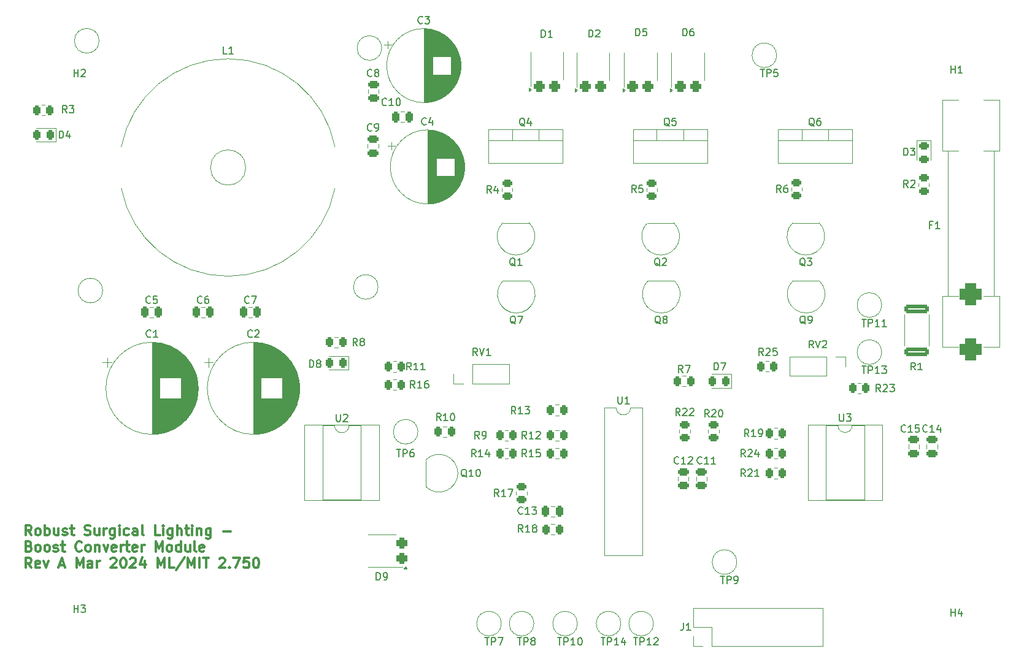
<source format=gto>
%TF.GenerationSoftware,KiCad,Pcbnew,8.0.0*%
%TF.CreationDate,2024-04-03T13:41:32-04:00*%
%TF.ProjectId,SurgicalLightBoostConverterModule,53757267-6963-4616-9c4c-69676874426f,rev?*%
%TF.SameCoordinates,Original*%
%TF.FileFunction,Legend,Top*%
%TF.FilePolarity,Positive*%
%FSLAX46Y46*%
G04 Gerber Fmt 4.6, Leading zero omitted, Abs format (unit mm)*
G04 Created by KiCad (PCBNEW 8.0.0) date 2024-04-03 13:41:32*
%MOMM*%
%LPD*%
G01*
G04 APERTURE LIST*
G04 Aperture macros list*
%AMRoundRect*
0 Rectangle with rounded corners*
0 $1 Rounding radius*
0 $2 $3 $4 $5 $6 $7 $8 $9 X,Y pos of 4 corners*
0 Add a 4 corners polygon primitive as box body*
4,1,4,$2,$3,$4,$5,$6,$7,$8,$9,$2,$3,0*
0 Add four circle primitives for the rounded corners*
1,1,$1+$1,$2,$3*
1,1,$1+$1,$4,$5*
1,1,$1+$1,$6,$7*
1,1,$1+$1,$8,$9*
0 Add four rect primitives between the rounded corners*
20,1,$1+$1,$2,$3,$4,$5,0*
20,1,$1+$1,$4,$5,$6,$7,0*
20,1,$1+$1,$6,$7,$8,$9,0*
20,1,$1+$1,$8,$9,$2,$3,0*%
G04 Aperture macros list end*
%ADD10C,0.350000*%
%ADD11C,0.150000*%
%ADD12C,0.120000*%
%ADD13RoundRect,0.250000X-0.262500X-0.450000X0.262500X-0.450000X0.262500X0.450000X-0.262500X0.450000X0*%
%ADD14R,1.600000X1.600000*%
%ADD15O,1.600000X1.600000*%
%ADD16R,1.050000X1.500000*%
%ADD17O,1.050000X1.500000*%
%ADD18C,3.000000*%
%ADD19RoundRect,0.250000X-0.450000X0.262500X-0.450000X-0.262500X0.450000X-0.262500X0.450000X0.262500X0*%
%ADD20RoundRect,0.250000X0.450000X-0.262500X0.450000X0.262500X-0.450000X0.262500X-0.450000X-0.262500X0*%
%ADD21RoundRect,0.250000X0.262500X0.450000X-0.262500X0.450000X-0.262500X-0.450000X0.262500X-0.450000X0*%
%ADD22R,2.400000X2.400000*%
%ADD23C,2.400000*%
%ADD24RoundRect,0.250000X0.475000X-0.250000X0.475000X0.250000X-0.475000X0.250000X-0.475000X-0.250000X0*%
%ADD25RoundRect,0.250000X0.250000X0.475000X-0.250000X0.475000X-0.250000X-0.475000X0.250000X-0.475000X0*%
%ADD26RoundRect,0.243750X-0.456250X0.243750X-0.456250X-0.243750X0.456250X-0.243750X0.456250X0.243750X0*%
%ADD27R,1.500000X1.050000*%
%ADD28O,1.500000X1.050000*%
%ADD29R,1.700000X1.700000*%
%ADD30O,1.700000X1.700000*%
%ADD31RoundRect,0.250000X-0.250000X-0.475000X0.250000X-0.475000X0.250000X0.475000X-0.250000X0.475000X0*%
%ADD32RoundRect,0.360000X-0.440000X0.360000X-0.440000X-0.360000X0.440000X-0.360000X0.440000X0.360000X0*%
%ADD33R,3.800000X4.960000*%
%ADD34C,5.200000*%
%ADD35RoundRect,0.360000X-0.360000X-0.440000X0.360000X-0.440000X0.360000X0.440000X-0.360000X0.440000X0*%
%ADD36R,4.960000X3.800000*%
%ADD37R,1.905000X2.000000*%
%ADD38O,1.905000X2.000000*%
%ADD39RoundRect,0.250000X-0.475000X0.250000X-0.475000X-0.250000X0.475000X-0.250000X0.475000X0.250000X0*%
%ADD40R,2.000000X2.000000*%
%ADD41C,2.000000*%
%ADD42C,3.600000*%
%ADD43C,6.400000*%
%ADD44RoundRect,0.243750X0.243750X0.456250X-0.243750X0.456250X-0.243750X-0.456250X0.243750X-0.456250X0*%
%ADD45RoundRect,0.750000X0.750000X-0.750000X0.750000X0.750000X-0.750000X0.750000X-0.750000X-0.750000X0*%
%ADD46RoundRect,0.250000X-1.425000X0.362500X-1.425000X-0.362500X1.425000X-0.362500X1.425000X0.362500X0*%
G04 APERTURE END LIST*
D10*
X22863596Y-91802622D02*
X22396929Y-91135956D01*
X22063596Y-91802622D02*
X22063596Y-90402622D01*
X22063596Y-90402622D02*
X22596929Y-90402622D01*
X22596929Y-90402622D02*
X22730263Y-90469289D01*
X22730263Y-90469289D02*
X22796929Y-90535956D01*
X22796929Y-90535956D02*
X22863596Y-90669289D01*
X22863596Y-90669289D02*
X22863596Y-90869289D01*
X22863596Y-90869289D02*
X22796929Y-91002622D01*
X22796929Y-91002622D02*
X22730263Y-91069289D01*
X22730263Y-91069289D02*
X22596929Y-91135956D01*
X22596929Y-91135956D02*
X22063596Y-91135956D01*
X23663596Y-91802622D02*
X23530263Y-91735956D01*
X23530263Y-91735956D02*
X23463596Y-91669289D01*
X23463596Y-91669289D02*
X23396929Y-91535956D01*
X23396929Y-91535956D02*
X23396929Y-91135956D01*
X23396929Y-91135956D02*
X23463596Y-91002622D01*
X23463596Y-91002622D02*
X23530263Y-90935956D01*
X23530263Y-90935956D02*
X23663596Y-90869289D01*
X23663596Y-90869289D02*
X23863596Y-90869289D01*
X23863596Y-90869289D02*
X23996929Y-90935956D01*
X23996929Y-90935956D02*
X24063596Y-91002622D01*
X24063596Y-91002622D02*
X24130263Y-91135956D01*
X24130263Y-91135956D02*
X24130263Y-91535956D01*
X24130263Y-91535956D02*
X24063596Y-91669289D01*
X24063596Y-91669289D02*
X23996929Y-91735956D01*
X23996929Y-91735956D02*
X23863596Y-91802622D01*
X23863596Y-91802622D02*
X23663596Y-91802622D01*
X24730263Y-91802622D02*
X24730263Y-90402622D01*
X24730263Y-90935956D02*
X24863596Y-90869289D01*
X24863596Y-90869289D02*
X25130263Y-90869289D01*
X25130263Y-90869289D02*
X25263596Y-90935956D01*
X25263596Y-90935956D02*
X25330263Y-91002622D01*
X25330263Y-91002622D02*
X25396930Y-91135956D01*
X25396930Y-91135956D02*
X25396930Y-91535956D01*
X25396930Y-91535956D02*
X25330263Y-91669289D01*
X25330263Y-91669289D02*
X25263596Y-91735956D01*
X25263596Y-91735956D02*
X25130263Y-91802622D01*
X25130263Y-91802622D02*
X24863596Y-91802622D01*
X24863596Y-91802622D02*
X24730263Y-91735956D01*
X26596930Y-90869289D02*
X26596930Y-91802622D01*
X25996930Y-90869289D02*
X25996930Y-91602622D01*
X25996930Y-91602622D02*
X26063597Y-91735956D01*
X26063597Y-91735956D02*
X26196930Y-91802622D01*
X26196930Y-91802622D02*
X26396930Y-91802622D01*
X26396930Y-91802622D02*
X26530263Y-91735956D01*
X26530263Y-91735956D02*
X26596930Y-91669289D01*
X27196930Y-91735956D02*
X27330264Y-91802622D01*
X27330264Y-91802622D02*
X27596930Y-91802622D01*
X27596930Y-91802622D02*
X27730264Y-91735956D01*
X27730264Y-91735956D02*
X27796930Y-91602622D01*
X27796930Y-91602622D02*
X27796930Y-91535956D01*
X27796930Y-91535956D02*
X27730264Y-91402622D01*
X27730264Y-91402622D02*
X27596930Y-91335956D01*
X27596930Y-91335956D02*
X27396930Y-91335956D01*
X27396930Y-91335956D02*
X27263597Y-91269289D01*
X27263597Y-91269289D02*
X27196930Y-91135956D01*
X27196930Y-91135956D02*
X27196930Y-91069289D01*
X27196930Y-91069289D02*
X27263597Y-90935956D01*
X27263597Y-90935956D02*
X27396930Y-90869289D01*
X27396930Y-90869289D02*
X27596930Y-90869289D01*
X27596930Y-90869289D02*
X27730264Y-90935956D01*
X28196930Y-90869289D02*
X28730263Y-90869289D01*
X28396930Y-90402622D02*
X28396930Y-91602622D01*
X28396930Y-91602622D02*
X28463597Y-91735956D01*
X28463597Y-91735956D02*
X28596930Y-91802622D01*
X28596930Y-91802622D02*
X28730263Y-91802622D01*
X30196930Y-91735956D02*
X30396930Y-91802622D01*
X30396930Y-91802622D02*
X30730264Y-91802622D01*
X30730264Y-91802622D02*
X30863597Y-91735956D01*
X30863597Y-91735956D02*
X30930264Y-91669289D01*
X30930264Y-91669289D02*
X30996930Y-91535956D01*
X30996930Y-91535956D02*
X30996930Y-91402622D01*
X30996930Y-91402622D02*
X30930264Y-91269289D01*
X30930264Y-91269289D02*
X30863597Y-91202622D01*
X30863597Y-91202622D02*
X30730264Y-91135956D01*
X30730264Y-91135956D02*
X30463597Y-91069289D01*
X30463597Y-91069289D02*
X30330264Y-91002622D01*
X30330264Y-91002622D02*
X30263597Y-90935956D01*
X30263597Y-90935956D02*
X30196930Y-90802622D01*
X30196930Y-90802622D02*
X30196930Y-90669289D01*
X30196930Y-90669289D02*
X30263597Y-90535956D01*
X30263597Y-90535956D02*
X30330264Y-90469289D01*
X30330264Y-90469289D02*
X30463597Y-90402622D01*
X30463597Y-90402622D02*
X30796930Y-90402622D01*
X30796930Y-90402622D02*
X30996930Y-90469289D01*
X32196930Y-90869289D02*
X32196930Y-91802622D01*
X31596930Y-90869289D02*
X31596930Y-91602622D01*
X31596930Y-91602622D02*
X31663597Y-91735956D01*
X31663597Y-91735956D02*
X31796930Y-91802622D01*
X31796930Y-91802622D02*
X31996930Y-91802622D01*
X31996930Y-91802622D02*
X32130263Y-91735956D01*
X32130263Y-91735956D02*
X32196930Y-91669289D01*
X32863597Y-91802622D02*
X32863597Y-90869289D01*
X32863597Y-91135956D02*
X32930264Y-91002622D01*
X32930264Y-91002622D02*
X32996930Y-90935956D01*
X32996930Y-90935956D02*
X33130264Y-90869289D01*
X33130264Y-90869289D02*
X33263597Y-90869289D01*
X34330264Y-90869289D02*
X34330264Y-92002622D01*
X34330264Y-92002622D02*
X34263597Y-92135956D01*
X34263597Y-92135956D02*
X34196931Y-92202622D01*
X34196931Y-92202622D02*
X34063597Y-92269289D01*
X34063597Y-92269289D02*
X33863597Y-92269289D01*
X33863597Y-92269289D02*
X33730264Y-92202622D01*
X34330264Y-91735956D02*
X34196931Y-91802622D01*
X34196931Y-91802622D02*
X33930264Y-91802622D01*
X33930264Y-91802622D02*
X33796931Y-91735956D01*
X33796931Y-91735956D02*
X33730264Y-91669289D01*
X33730264Y-91669289D02*
X33663597Y-91535956D01*
X33663597Y-91535956D02*
X33663597Y-91135956D01*
X33663597Y-91135956D02*
X33730264Y-91002622D01*
X33730264Y-91002622D02*
X33796931Y-90935956D01*
X33796931Y-90935956D02*
X33930264Y-90869289D01*
X33930264Y-90869289D02*
X34196931Y-90869289D01*
X34196931Y-90869289D02*
X34330264Y-90935956D01*
X34996931Y-91802622D02*
X34996931Y-90869289D01*
X34996931Y-90402622D02*
X34930264Y-90469289D01*
X34930264Y-90469289D02*
X34996931Y-90535956D01*
X34996931Y-90535956D02*
X35063598Y-90469289D01*
X35063598Y-90469289D02*
X34996931Y-90402622D01*
X34996931Y-90402622D02*
X34996931Y-90535956D01*
X36263598Y-91735956D02*
X36130265Y-91802622D01*
X36130265Y-91802622D02*
X35863598Y-91802622D01*
X35863598Y-91802622D02*
X35730265Y-91735956D01*
X35730265Y-91735956D02*
X35663598Y-91669289D01*
X35663598Y-91669289D02*
X35596931Y-91535956D01*
X35596931Y-91535956D02*
X35596931Y-91135956D01*
X35596931Y-91135956D02*
X35663598Y-91002622D01*
X35663598Y-91002622D02*
X35730265Y-90935956D01*
X35730265Y-90935956D02*
X35863598Y-90869289D01*
X35863598Y-90869289D02*
X36130265Y-90869289D01*
X36130265Y-90869289D02*
X36263598Y-90935956D01*
X37463598Y-91802622D02*
X37463598Y-91069289D01*
X37463598Y-91069289D02*
X37396931Y-90935956D01*
X37396931Y-90935956D02*
X37263598Y-90869289D01*
X37263598Y-90869289D02*
X36996931Y-90869289D01*
X36996931Y-90869289D02*
X36863598Y-90935956D01*
X37463598Y-91735956D02*
X37330265Y-91802622D01*
X37330265Y-91802622D02*
X36996931Y-91802622D01*
X36996931Y-91802622D02*
X36863598Y-91735956D01*
X36863598Y-91735956D02*
X36796931Y-91602622D01*
X36796931Y-91602622D02*
X36796931Y-91469289D01*
X36796931Y-91469289D02*
X36863598Y-91335956D01*
X36863598Y-91335956D02*
X36996931Y-91269289D01*
X36996931Y-91269289D02*
X37330265Y-91269289D01*
X37330265Y-91269289D02*
X37463598Y-91202622D01*
X38330265Y-91802622D02*
X38196932Y-91735956D01*
X38196932Y-91735956D02*
X38130265Y-91602622D01*
X38130265Y-91602622D02*
X38130265Y-90402622D01*
X40596932Y-91802622D02*
X39930265Y-91802622D01*
X39930265Y-91802622D02*
X39930265Y-90402622D01*
X41063598Y-91802622D02*
X41063598Y-90869289D01*
X41063598Y-90402622D02*
X40996931Y-90469289D01*
X40996931Y-90469289D02*
X41063598Y-90535956D01*
X41063598Y-90535956D02*
X41130265Y-90469289D01*
X41130265Y-90469289D02*
X41063598Y-90402622D01*
X41063598Y-90402622D02*
X41063598Y-90535956D01*
X42330265Y-90869289D02*
X42330265Y-92002622D01*
X42330265Y-92002622D02*
X42263598Y-92135956D01*
X42263598Y-92135956D02*
X42196932Y-92202622D01*
X42196932Y-92202622D02*
X42063598Y-92269289D01*
X42063598Y-92269289D02*
X41863598Y-92269289D01*
X41863598Y-92269289D02*
X41730265Y-92202622D01*
X42330265Y-91735956D02*
X42196932Y-91802622D01*
X42196932Y-91802622D02*
X41930265Y-91802622D01*
X41930265Y-91802622D02*
X41796932Y-91735956D01*
X41796932Y-91735956D02*
X41730265Y-91669289D01*
X41730265Y-91669289D02*
X41663598Y-91535956D01*
X41663598Y-91535956D02*
X41663598Y-91135956D01*
X41663598Y-91135956D02*
X41730265Y-91002622D01*
X41730265Y-91002622D02*
X41796932Y-90935956D01*
X41796932Y-90935956D02*
X41930265Y-90869289D01*
X41930265Y-90869289D02*
X42196932Y-90869289D01*
X42196932Y-90869289D02*
X42330265Y-90935956D01*
X42996932Y-91802622D02*
X42996932Y-90402622D01*
X43596932Y-91802622D02*
X43596932Y-91069289D01*
X43596932Y-91069289D02*
X43530265Y-90935956D01*
X43530265Y-90935956D02*
X43396932Y-90869289D01*
X43396932Y-90869289D02*
X43196932Y-90869289D01*
X43196932Y-90869289D02*
X43063599Y-90935956D01*
X43063599Y-90935956D02*
X42996932Y-91002622D01*
X44063599Y-90869289D02*
X44596932Y-90869289D01*
X44263599Y-90402622D02*
X44263599Y-91602622D01*
X44263599Y-91602622D02*
X44330266Y-91735956D01*
X44330266Y-91735956D02*
X44463599Y-91802622D01*
X44463599Y-91802622D02*
X44596932Y-91802622D01*
X45063599Y-91802622D02*
X45063599Y-90869289D01*
X45063599Y-90402622D02*
X44996932Y-90469289D01*
X44996932Y-90469289D02*
X45063599Y-90535956D01*
X45063599Y-90535956D02*
X45130266Y-90469289D01*
X45130266Y-90469289D02*
X45063599Y-90402622D01*
X45063599Y-90402622D02*
X45063599Y-90535956D01*
X45730266Y-90869289D02*
X45730266Y-91802622D01*
X45730266Y-91002622D02*
X45796933Y-90935956D01*
X45796933Y-90935956D02*
X45930266Y-90869289D01*
X45930266Y-90869289D02*
X46130266Y-90869289D01*
X46130266Y-90869289D02*
X46263599Y-90935956D01*
X46263599Y-90935956D02*
X46330266Y-91069289D01*
X46330266Y-91069289D02*
X46330266Y-91802622D01*
X47596933Y-90869289D02*
X47596933Y-92002622D01*
X47596933Y-92002622D02*
X47530266Y-92135956D01*
X47530266Y-92135956D02*
X47463600Y-92202622D01*
X47463600Y-92202622D02*
X47330266Y-92269289D01*
X47330266Y-92269289D02*
X47130266Y-92269289D01*
X47130266Y-92269289D02*
X46996933Y-92202622D01*
X47596933Y-91735956D02*
X47463600Y-91802622D01*
X47463600Y-91802622D02*
X47196933Y-91802622D01*
X47196933Y-91802622D02*
X47063600Y-91735956D01*
X47063600Y-91735956D02*
X46996933Y-91669289D01*
X46996933Y-91669289D02*
X46930266Y-91535956D01*
X46930266Y-91535956D02*
X46930266Y-91135956D01*
X46930266Y-91135956D02*
X46996933Y-91002622D01*
X46996933Y-91002622D02*
X47063600Y-90935956D01*
X47063600Y-90935956D02*
X47196933Y-90869289D01*
X47196933Y-90869289D02*
X47463600Y-90869289D01*
X47463600Y-90869289D02*
X47596933Y-90935956D01*
X49330267Y-91269289D02*
X50396934Y-91269289D01*
X22530263Y-93323211D02*
X22730263Y-93389878D01*
X22730263Y-93389878D02*
X22796929Y-93456544D01*
X22796929Y-93456544D02*
X22863596Y-93589878D01*
X22863596Y-93589878D02*
X22863596Y-93789878D01*
X22863596Y-93789878D02*
X22796929Y-93923211D01*
X22796929Y-93923211D02*
X22730263Y-93989878D01*
X22730263Y-93989878D02*
X22596929Y-94056544D01*
X22596929Y-94056544D02*
X22063596Y-94056544D01*
X22063596Y-94056544D02*
X22063596Y-92656544D01*
X22063596Y-92656544D02*
X22530263Y-92656544D01*
X22530263Y-92656544D02*
X22663596Y-92723211D01*
X22663596Y-92723211D02*
X22730263Y-92789878D01*
X22730263Y-92789878D02*
X22796929Y-92923211D01*
X22796929Y-92923211D02*
X22796929Y-93056544D01*
X22796929Y-93056544D02*
X22730263Y-93189878D01*
X22730263Y-93189878D02*
X22663596Y-93256544D01*
X22663596Y-93256544D02*
X22530263Y-93323211D01*
X22530263Y-93323211D02*
X22063596Y-93323211D01*
X23663596Y-94056544D02*
X23530263Y-93989878D01*
X23530263Y-93989878D02*
X23463596Y-93923211D01*
X23463596Y-93923211D02*
X23396929Y-93789878D01*
X23396929Y-93789878D02*
X23396929Y-93389878D01*
X23396929Y-93389878D02*
X23463596Y-93256544D01*
X23463596Y-93256544D02*
X23530263Y-93189878D01*
X23530263Y-93189878D02*
X23663596Y-93123211D01*
X23663596Y-93123211D02*
X23863596Y-93123211D01*
X23863596Y-93123211D02*
X23996929Y-93189878D01*
X23996929Y-93189878D02*
X24063596Y-93256544D01*
X24063596Y-93256544D02*
X24130263Y-93389878D01*
X24130263Y-93389878D02*
X24130263Y-93789878D01*
X24130263Y-93789878D02*
X24063596Y-93923211D01*
X24063596Y-93923211D02*
X23996929Y-93989878D01*
X23996929Y-93989878D02*
X23863596Y-94056544D01*
X23863596Y-94056544D02*
X23663596Y-94056544D01*
X24930263Y-94056544D02*
X24796930Y-93989878D01*
X24796930Y-93989878D02*
X24730263Y-93923211D01*
X24730263Y-93923211D02*
X24663596Y-93789878D01*
X24663596Y-93789878D02*
X24663596Y-93389878D01*
X24663596Y-93389878D02*
X24730263Y-93256544D01*
X24730263Y-93256544D02*
X24796930Y-93189878D01*
X24796930Y-93189878D02*
X24930263Y-93123211D01*
X24930263Y-93123211D02*
X25130263Y-93123211D01*
X25130263Y-93123211D02*
X25263596Y-93189878D01*
X25263596Y-93189878D02*
X25330263Y-93256544D01*
X25330263Y-93256544D02*
X25396930Y-93389878D01*
X25396930Y-93389878D02*
X25396930Y-93789878D01*
X25396930Y-93789878D02*
X25330263Y-93923211D01*
X25330263Y-93923211D02*
X25263596Y-93989878D01*
X25263596Y-93989878D02*
X25130263Y-94056544D01*
X25130263Y-94056544D02*
X24930263Y-94056544D01*
X25930263Y-93989878D02*
X26063597Y-94056544D01*
X26063597Y-94056544D02*
X26330263Y-94056544D01*
X26330263Y-94056544D02*
X26463597Y-93989878D01*
X26463597Y-93989878D02*
X26530263Y-93856544D01*
X26530263Y-93856544D02*
X26530263Y-93789878D01*
X26530263Y-93789878D02*
X26463597Y-93656544D01*
X26463597Y-93656544D02*
X26330263Y-93589878D01*
X26330263Y-93589878D02*
X26130263Y-93589878D01*
X26130263Y-93589878D02*
X25996930Y-93523211D01*
X25996930Y-93523211D02*
X25930263Y-93389878D01*
X25930263Y-93389878D02*
X25930263Y-93323211D01*
X25930263Y-93323211D02*
X25996930Y-93189878D01*
X25996930Y-93189878D02*
X26130263Y-93123211D01*
X26130263Y-93123211D02*
X26330263Y-93123211D01*
X26330263Y-93123211D02*
X26463597Y-93189878D01*
X26930263Y-93123211D02*
X27463596Y-93123211D01*
X27130263Y-92656544D02*
X27130263Y-93856544D01*
X27130263Y-93856544D02*
X27196930Y-93989878D01*
X27196930Y-93989878D02*
X27330263Y-94056544D01*
X27330263Y-94056544D02*
X27463596Y-94056544D01*
X29796930Y-93923211D02*
X29730263Y-93989878D01*
X29730263Y-93989878D02*
X29530263Y-94056544D01*
X29530263Y-94056544D02*
X29396930Y-94056544D01*
X29396930Y-94056544D02*
X29196930Y-93989878D01*
X29196930Y-93989878D02*
X29063597Y-93856544D01*
X29063597Y-93856544D02*
X28996930Y-93723211D01*
X28996930Y-93723211D02*
X28930263Y-93456544D01*
X28930263Y-93456544D02*
X28930263Y-93256544D01*
X28930263Y-93256544D02*
X28996930Y-92989878D01*
X28996930Y-92989878D02*
X29063597Y-92856544D01*
X29063597Y-92856544D02*
X29196930Y-92723211D01*
X29196930Y-92723211D02*
X29396930Y-92656544D01*
X29396930Y-92656544D02*
X29530263Y-92656544D01*
X29530263Y-92656544D02*
X29730263Y-92723211D01*
X29730263Y-92723211D02*
X29796930Y-92789878D01*
X30596930Y-94056544D02*
X30463597Y-93989878D01*
X30463597Y-93989878D02*
X30396930Y-93923211D01*
X30396930Y-93923211D02*
X30330263Y-93789878D01*
X30330263Y-93789878D02*
X30330263Y-93389878D01*
X30330263Y-93389878D02*
X30396930Y-93256544D01*
X30396930Y-93256544D02*
X30463597Y-93189878D01*
X30463597Y-93189878D02*
X30596930Y-93123211D01*
X30596930Y-93123211D02*
X30796930Y-93123211D01*
X30796930Y-93123211D02*
X30930263Y-93189878D01*
X30930263Y-93189878D02*
X30996930Y-93256544D01*
X30996930Y-93256544D02*
X31063597Y-93389878D01*
X31063597Y-93389878D02*
X31063597Y-93789878D01*
X31063597Y-93789878D02*
X30996930Y-93923211D01*
X30996930Y-93923211D02*
X30930263Y-93989878D01*
X30930263Y-93989878D02*
X30796930Y-94056544D01*
X30796930Y-94056544D02*
X30596930Y-94056544D01*
X31663597Y-93123211D02*
X31663597Y-94056544D01*
X31663597Y-93256544D02*
X31730264Y-93189878D01*
X31730264Y-93189878D02*
X31863597Y-93123211D01*
X31863597Y-93123211D02*
X32063597Y-93123211D01*
X32063597Y-93123211D02*
X32196930Y-93189878D01*
X32196930Y-93189878D02*
X32263597Y-93323211D01*
X32263597Y-93323211D02*
X32263597Y-94056544D01*
X32796931Y-93123211D02*
X33130264Y-94056544D01*
X33130264Y-94056544D02*
X33463597Y-93123211D01*
X34530264Y-93989878D02*
X34396931Y-94056544D01*
X34396931Y-94056544D02*
X34130264Y-94056544D01*
X34130264Y-94056544D02*
X33996931Y-93989878D01*
X33996931Y-93989878D02*
X33930264Y-93856544D01*
X33930264Y-93856544D02*
X33930264Y-93323211D01*
X33930264Y-93323211D02*
X33996931Y-93189878D01*
X33996931Y-93189878D02*
X34130264Y-93123211D01*
X34130264Y-93123211D02*
X34396931Y-93123211D01*
X34396931Y-93123211D02*
X34530264Y-93189878D01*
X34530264Y-93189878D02*
X34596931Y-93323211D01*
X34596931Y-93323211D02*
X34596931Y-93456544D01*
X34596931Y-93456544D02*
X33930264Y-93589878D01*
X35196931Y-94056544D02*
X35196931Y-93123211D01*
X35196931Y-93389878D02*
X35263598Y-93256544D01*
X35263598Y-93256544D02*
X35330264Y-93189878D01*
X35330264Y-93189878D02*
X35463598Y-93123211D01*
X35463598Y-93123211D02*
X35596931Y-93123211D01*
X35863598Y-93123211D02*
X36396931Y-93123211D01*
X36063598Y-92656544D02*
X36063598Y-93856544D01*
X36063598Y-93856544D02*
X36130265Y-93989878D01*
X36130265Y-93989878D02*
X36263598Y-94056544D01*
X36263598Y-94056544D02*
X36396931Y-94056544D01*
X37396931Y-93989878D02*
X37263598Y-94056544D01*
X37263598Y-94056544D02*
X36996931Y-94056544D01*
X36996931Y-94056544D02*
X36863598Y-93989878D01*
X36863598Y-93989878D02*
X36796931Y-93856544D01*
X36796931Y-93856544D02*
X36796931Y-93323211D01*
X36796931Y-93323211D02*
X36863598Y-93189878D01*
X36863598Y-93189878D02*
X36996931Y-93123211D01*
X36996931Y-93123211D02*
X37263598Y-93123211D01*
X37263598Y-93123211D02*
X37396931Y-93189878D01*
X37396931Y-93189878D02*
X37463598Y-93323211D01*
X37463598Y-93323211D02*
X37463598Y-93456544D01*
X37463598Y-93456544D02*
X36796931Y-93589878D01*
X38063598Y-94056544D02*
X38063598Y-93123211D01*
X38063598Y-93389878D02*
X38130265Y-93256544D01*
X38130265Y-93256544D02*
X38196931Y-93189878D01*
X38196931Y-93189878D02*
X38330265Y-93123211D01*
X38330265Y-93123211D02*
X38463598Y-93123211D01*
X39996932Y-94056544D02*
X39996932Y-92656544D01*
X39996932Y-92656544D02*
X40463599Y-93656544D01*
X40463599Y-93656544D02*
X40930265Y-92656544D01*
X40930265Y-92656544D02*
X40930265Y-94056544D01*
X41796932Y-94056544D02*
X41663599Y-93989878D01*
X41663599Y-93989878D02*
X41596932Y-93923211D01*
X41596932Y-93923211D02*
X41530265Y-93789878D01*
X41530265Y-93789878D02*
X41530265Y-93389878D01*
X41530265Y-93389878D02*
X41596932Y-93256544D01*
X41596932Y-93256544D02*
X41663599Y-93189878D01*
X41663599Y-93189878D02*
X41796932Y-93123211D01*
X41796932Y-93123211D02*
X41996932Y-93123211D01*
X41996932Y-93123211D02*
X42130265Y-93189878D01*
X42130265Y-93189878D02*
X42196932Y-93256544D01*
X42196932Y-93256544D02*
X42263599Y-93389878D01*
X42263599Y-93389878D02*
X42263599Y-93789878D01*
X42263599Y-93789878D02*
X42196932Y-93923211D01*
X42196932Y-93923211D02*
X42130265Y-93989878D01*
X42130265Y-93989878D02*
X41996932Y-94056544D01*
X41996932Y-94056544D02*
X41796932Y-94056544D01*
X43463599Y-94056544D02*
X43463599Y-92656544D01*
X43463599Y-93989878D02*
X43330266Y-94056544D01*
X43330266Y-94056544D02*
X43063599Y-94056544D01*
X43063599Y-94056544D02*
X42930266Y-93989878D01*
X42930266Y-93989878D02*
X42863599Y-93923211D01*
X42863599Y-93923211D02*
X42796932Y-93789878D01*
X42796932Y-93789878D02*
X42796932Y-93389878D01*
X42796932Y-93389878D02*
X42863599Y-93256544D01*
X42863599Y-93256544D02*
X42930266Y-93189878D01*
X42930266Y-93189878D02*
X43063599Y-93123211D01*
X43063599Y-93123211D02*
X43330266Y-93123211D01*
X43330266Y-93123211D02*
X43463599Y-93189878D01*
X44730266Y-93123211D02*
X44730266Y-94056544D01*
X44130266Y-93123211D02*
X44130266Y-93856544D01*
X44130266Y-93856544D02*
X44196933Y-93989878D01*
X44196933Y-93989878D02*
X44330266Y-94056544D01*
X44330266Y-94056544D02*
X44530266Y-94056544D01*
X44530266Y-94056544D02*
X44663599Y-93989878D01*
X44663599Y-93989878D02*
X44730266Y-93923211D01*
X45596933Y-94056544D02*
X45463600Y-93989878D01*
X45463600Y-93989878D02*
X45396933Y-93856544D01*
X45396933Y-93856544D02*
X45396933Y-92656544D01*
X46663599Y-93989878D02*
X46530266Y-94056544D01*
X46530266Y-94056544D02*
X46263599Y-94056544D01*
X46263599Y-94056544D02*
X46130266Y-93989878D01*
X46130266Y-93989878D02*
X46063599Y-93856544D01*
X46063599Y-93856544D02*
X46063599Y-93323211D01*
X46063599Y-93323211D02*
X46130266Y-93189878D01*
X46130266Y-93189878D02*
X46263599Y-93123211D01*
X46263599Y-93123211D02*
X46530266Y-93123211D01*
X46530266Y-93123211D02*
X46663599Y-93189878D01*
X46663599Y-93189878D02*
X46730266Y-93323211D01*
X46730266Y-93323211D02*
X46730266Y-93456544D01*
X46730266Y-93456544D02*
X46063599Y-93589878D01*
X22863596Y-96310466D02*
X22396929Y-95643800D01*
X22063596Y-96310466D02*
X22063596Y-94910466D01*
X22063596Y-94910466D02*
X22596929Y-94910466D01*
X22596929Y-94910466D02*
X22730263Y-94977133D01*
X22730263Y-94977133D02*
X22796929Y-95043800D01*
X22796929Y-95043800D02*
X22863596Y-95177133D01*
X22863596Y-95177133D02*
X22863596Y-95377133D01*
X22863596Y-95377133D02*
X22796929Y-95510466D01*
X22796929Y-95510466D02*
X22730263Y-95577133D01*
X22730263Y-95577133D02*
X22596929Y-95643800D01*
X22596929Y-95643800D02*
X22063596Y-95643800D01*
X23996929Y-96243800D02*
X23863596Y-96310466D01*
X23863596Y-96310466D02*
X23596929Y-96310466D01*
X23596929Y-96310466D02*
X23463596Y-96243800D01*
X23463596Y-96243800D02*
X23396929Y-96110466D01*
X23396929Y-96110466D02*
X23396929Y-95577133D01*
X23396929Y-95577133D02*
X23463596Y-95443800D01*
X23463596Y-95443800D02*
X23596929Y-95377133D01*
X23596929Y-95377133D02*
X23863596Y-95377133D01*
X23863596Y-95377133D02*
X23996929Y-95443800D01*
X23996929Y-95443800D02*
X24063596Y-95577133D01*
X24063596Y-95577133D02*
X24063596Y-95710466D01*
X24063596Y-95710466D02*
X23396929Y-95843800D01*
X24530263Y-95377133D02*
X24863596Y-96310466D01*
X24863596Y-96310466D02*
X25196929Y-95377133D01*
X26730263Y-95910466D02*
X27396930Y-95910466D01*
X26596930Y-96310466D02*
X27063597Y-94910466D01*
X27063597Y-94910466D02*
X27530263Y-96310466D01*
X29063597Y-96310466D02*
X29063597Y-94910466D01*
X29063597Y-94910466D02*
X29530264Y-95910466D01*
X29530264Y-95910466D02*
X29996930Y-94910466D01*
X29996930Y-94910466D02*
X29996930Y-96310466D01*
X31263597Y-96310466D02*
X31263597Y-95577133D01*
X31263597Y-95577133D02*
X31196930Y-95443800D01*
X31196930Y-95443800D02*
X31063597Y-95377133D01*
X31063597Y-95377133D02*
X30796930Y-95377133D01*
X30796930Y-95377133D02*
X30663597Y-95443800D01*
X31263597Y-96243800D02*
X31130264Y-96310466D01*
X31130264Y-96310466D02*
X30796930Y-96310466D01*
X30796930Y-96310466D02*
X30663597Y-96243800D01*
X30663597Y-96243800D02*
X30596930Y-96110466D01*
X30596930Y-96110466D02*
X30596930Y-95977133D01*
X30596930Y-95977133D02*
X30663597Y-95843800D01*
X30663597Y-95843800D02*
X30796930Y-95777133D01*
X30796930Y-95777133D02*
X31130264Y-95777133D01*
X31130264Y-95777133D02*
X31263597Y-95710466D01*
X31930264Y-96310466D02*
X31930264Y-95377133D01*
X31930264Y-95643800D02*
X31996931Y-95510466D01*
X31996931Y-95510466D02*
X32063597Y-95443800D01*
X32063597Y-95443800D02*
X32196931Y-95377133D01*
X32196931Y-95377133D02*
X32330264Y-95377133D01*
X33796931Y-95043800D02*
X33863598Y-94977133D01*
X33863598Y-94977133D02*
X33996931Y-94910466D01*
X33996931Y-94910466D02*
X34330265Y-94910466D01*
X34330265Y-94910466D02*
X34463598Y-94977133D01*
X34463598Y-94977133D02*
X34530265Y-95043800D01*
X34530265Y-95043800D02*
X34596931Y-95177133D01*
X34596931Y-95177133D02*
X34596931Y-95310466D01*
X34596931Y-95310466D02*
X34530265Y-95510466D01*
X34530265Y-95510466D02*
X33730265Y-96310466D01*
X33730265Y-96310466D02*
X34596931Y-96310466D01*
X35463598Y-94910466D02*
X35596931Y-94910466D01*
X35596931Y-94910466D02*
X35730264Y-94977133D01*
X35730264Y-94977133D02*
X35796931Y-95043800D01*
X35796931Y-95043800D02*
X35863598Y-95177133D01*
X35863598Y-95177133D02*
X35930264Y-95443800D01*
X35930264Y-95443800D02*
X35930264Y-95777133D01*
X35930264Y-95777133D02*
X35863598Y-96043800D01*
X35863598Y-96043800D02*
X35796931Y-96177133D01*
X35796931Y-96177133D02*
X35730264Y-96243800D01*
X35730264Y-96243800D02*
X35596931Y-96310466D01*
X35596931Y-96310466D02*
X35463598Y-96310466D01*
X35463598Y-96310466D02*
X35330264Y-96243800D01*
X35330264Y-96243800D02*
X35263598Y-96177133D01*
X35263598Y-96177133D02*
X35196931Y-96043800D01*
X35196931Y-96043800D02*
X35130264Y-95777133D01*
X35130264Y-95777133D02*
X35130264Y-95443800D01*
X35130264Y-95443800D02*
X35196931Y-95177133D01*
X35196931Y-95177133D02*
X35263598Y-95043800D01*
X35263598Y-95043800D02*
X35330264Y-94977133D01*
X35330264Y-94977133D02*
X35463598Y-94910466D01*
X36463597Y-95043800D02*
X36530264Y-94977133D01*
X36530264Y-94977133D02*
X36663597Y-94910466D01*
X36663597Y-94910466D02*
X36996931Y-94910466D01*
X36996931Y-94910466D02*
X37130264Y-94977133D01*
X37130264Y-94977133D02*
X37196931Y-95043800D01*
X37196931Y-95043800D02*
X37263597Y-95177133D01*
X37263597Y-95177133D02*
X37263597Y-95310466D01*
X37263597Y-95310466D02*
X37196931Y-95510466D01*
X37196931Y-95510466D02*
X36396931Y-96310466D01*
X36396931Y-96310466D02*
X37263597Y-96310466D01*
X38463597Y-95377133D02*
X38463597Y-96310466D01*
X38130264Y-94843800D02*
X37796930Y-95843800D01*
X37796930Y-95843800D02*
X38663597Y-95843800D01*
X40263597Y-96310466D02*
X40263597Y-94910466D01*
X40263597Y-94910466D02*
X40730264Y-95910466D01*
X40730264Y-95910466D02*
X41196930Y-94910466D01*
X41196930Y-94910466D02*
X41196930Y-96310466D01*
X42530264Y-96310466D02*
X41863597Y-96310466D01*
X41863597Y-96310466D02*
X41863597Y-94910466D01*
X43996930Y-94843800D02*
X42796930Y-96643800D01*
X44463597Y-96310466D02*
X44463597Y-94910466D01*
X44463597Y-94910466D02*
X44930264Y-95910466D01*
X44930264Y-95910466D02*
X45396930Y-94910466D01*
X45396930Y-94910466D02*
X45396930Y-96310466D01*
X46063597Y-96310466D02*
X46063597Y-94910466D01*
X46530264Y-94910466D02*
X47330264Y-94910466D01*
X46930264Y-96310466D02*
X46930264Y-94910466D01*
X48796931Y-95043800D02*
X48863598Y-94977133D01*
X48863598Y-94977133D02*
X48996931Y-94910466D01*
X48996931Y-94910466D02*
X49330265Y-94910466D01*
X49330265Y-94910466D02*
X49463598Y-94977133D01*
X49463598Y-94977133D02*
X49530265Y-95043800D01*
X49530265Y-95043800D02*
X49596931Y-95177133D01*
X49596931Y-95177133D02*
X49596931Y-95310466D01*
X49596931Y-95310466D02*
X49530265Y-95510466D01*
X49530265Y-95510466D02*
X48730265Y-96310466D01*
X48730265Y-96310466D02*
X49596931Y-96310466D01*
X50196931Y-96177133D02*
X50263598Y-96243800D01*
X50263598Y-96243800D02*
X50196931Y-96310466D01*
X50196931Y-96310466D02*
X50130264Y-96243800D01*
X50130264Y-96243800D02*
X50196931Y-96177133D01*
X50196931Y-96177133D02*
X50196931Y-96310466D01*
X50730265Y-94910466D02*
X51663598Y-94910466D01*
X51663598Y-94910466D02*
X51063598Y-96310466D01*
X52863598Y-94910466D02*
X52196931Y-94910466D01*
X52196931Y-94910466D02*
X52130264Y-95577133D01*
X52130264Y-95577133D02*
X52196931Y-95510466D01*
X52196931Y-95510466D02*
X52330264Y-95443800D01*
X52330264Y-95443800D02*
X52663598Y-95443800D01*
X52663598Y-95443800D02*
X52796931Y-95510466D01*
X52796931Y-95510466D02*
X52863598Y-95577133D01*
X52863598Y-95577133D02*
X52930264Y-95710466D01*
X52930264Y-95710466D02*
X52930264Y-96043800D01*
X52930264Y-96043800D02*
X52863598Y-96177133D01*
X52863598Y-96177133D02*
X52796931Y-96243800D01*
X52796931Y-96243800D02*
X52663598Y-96310466D01*
X52663598Y-96310466D02*
X52330264Y-96310466D01*
X52330264Y-96310466D02*
X52196931Y-96243800D01*
X52196931Y-96243800D02*
X52130264Y-96177133D01*
X53796931Y-94910466D02*
X53930264Y-94910466D01*
X53930264Y-94910466D02*
X54063597Y-94977133D01*
X54063597Y-94977133D02*
X54130264Y-95043800D01*
X54130264Y-95043800D02*
X54196931Y-95177133D01*
X54196931Y-95177133D02*
X54263597Y-95443800D01*
X54263597Y-95443800D02*
X54263597Y-95777133D01*
X54263597Y-95777133D02*
X54196931Y-96043800D01*
X54196931Y-96043800D02*
X54130264Y-96177133D01*
X54130264Y-96177133D02*
X54063597Y-96243800D01*
X54063597Y-96243800D02*
X53930264Y-96310466D01*
X53930264Y-96310466D02*
X53796931Y-96310466D01*
X53796931Y-96310466D02*
X53663597Y-96243800D01*
X53663597Y-96243800D02*
X53596931Y-96177133D01*
X53596931Y-96177133D02*
X53530264Y-96043800D01*
X53530264Y-96043800D02*
X53463597Y-95777133D01*
X53463597Y-95777133D02*
X53463597Y-95443800D01*
X53463597Y-95443800D02*
X53530264Y-95177133D01*
X53530264Y-95177133D02*
X53596931Y-95043800D01*
X53596931Y-95043800D02*
X53663597Y-94977133D01*
X53663597Y-94977133D02*
X53796931Y-94910466D01*
D11*
X91182142Y-80954819D02*
X90848809Y-80478628D01*
X90610714Y-80954819D02*
X90610714Y-79954819D01*
X90610714Y-79954819D02*
X90991666Y-79954819D01*
X90991666Y-79954819D02*
X91086904Y-80002438D01*
X91086904Y-80002438D02*
X91134523Y-80050057D01*
X91134523Y-80050057D02*
X91182142Y-80145295D01*
X91182142Y-80145295D02*
X91182142Y-80288152D01*
X91182142Y-80288152D02*
X91134523Y-80383390D01*
X91134523Y-80383390D02*
X91086904Y-80431009D01*
X91086904Y-80431009D02*
X90991666Y-80478628D01*
X90991666Y-80478628D02*
X90610714Y-80478628D01*
X92134523Y-80954819D02*
X91563095Y-80954819D01*
X91848809Y-80954819D02*
X91848809Y-79954819D01*
X91848809Y-79954819D02*
X91753571Y-80097676D01*
X91753571Y-80097676D02*
X91658333Y-80192914D01*
X91658333Y-80192914D02*
X91563095Y-80240533D01*
X93039285Y-79954819D02*
X92563095Y-79954819D01*
X92563095Y-79954819D02*
X92515476Y-80431009D01*
X92515476Y-80431009D02*
X92563095Y-80383390D01*
X92563095Y-80383390D02*
X92658333Y-80335771D01*
X92658333Y-80335771D02*
X92896428Y-80335771D01*
X92896428Y-80335771D02*
X92991666Y-80383390D01*
X92991666Y-80383390D02*
X93039285Y-80431009D01*
X93039285Y-80431009D02*
X93086904Y-80526247D01*
X93086904Y-80526247D02*
X93086904Y-80764342D01*
X93086904Y-80764342D02*
X93039285Y-80859580D01*
X93039285Y-80859580D02*
X92991666Y-80907200D01*
X92991666Y-80907200D02*
X92896428Y-80954819D01*
X92896428Y-80954819D02*
X92658333Y-80954819D01*
X92658333Y-80954819D02*
X92563095Y-80907200D01*
X92563095Y-80907200D02*
X92515476Y-80859580D01*
X75769642Y-71454819D02*
X75436309Y-70978628D01*
X75198214Y-71454819D02*
X75198214Y-70454819D01*
X75198214Y-70454819D02*
X75579166Y-70454819D01*
X75579166Y-70454819D02*
X75674404Y-70502438D01*
X75674404Y-70502438D02*
X75722023Y-70550057D01*
X75722023Y-70550057D02*
X75769642Y-70645295D01*
X75769642Y-70645295D02*
X75769642Y-70788152D01*
X75769642Y-70788152D02*
X75722023Y-70883390D01*
X75722023Y-70883390D02*
X75674404Y-70931009D01*
X75674404Y-70931009D02*
X75579166Y-70978628D01*
X75579166Y-70978628D02*
X75198214Y-70978628D01*
X76722023Y-71454819D02*
X76150595Y-71454819D01*
X76436309Y-71454819D02*
X76436309Y-70454819D01*
X76436309Y-70454819D02*
X76341071Y-70597676D01*
X76341071Y-70597676D02*
X76245833Y-70692914D01*
X76245833Y-70692914D02*
X76150595Y-70740533D01*
X77579166Y-70454819D02*
X77388690Y-70454819D01*
X77388690Y-70454819D02*
X77293452Y-70502438D01*
X77293452Y-70502438D02*
X77245833Y-70550057D01*
X77245833Y-70550057D02*
X77150595Y-70692914D01*
X77150595Y-70692914D02*
X77102976Y-70883390D01*
X77102976Y-70883390D02*
X77102976Y-71264342D01*
X77102976Y-71264342D02*
X77150595Y-71359580D01*
X77150595Y-71359580D02*
X77198214Y-71407200D01*
X77198214Y-71407200D02*
X77293452Y-71454819D01*
X77293452Y-71454819D02*
X77483928Y-71454819D01*
X77483928Y-71454819D02*
X77579166Y-71407200D01*
X77579166Y-71407200D02*
X77626785Y-71359580D01*
X77626785Y-71359580D02*
X77674404Y-71264342D01*
X77674404Y-71264342D02*
X77674404Y-71026247D01*
X77674404Y-71026247D02*
X77626785Y-70931009D01*
X77626785Y-70931009D02*
X77579166Y-70883390D01*
X77579166Y-70883390D02*
X77483928Y-70835771D01*
X77483928Y-70835771D02*
X77293452Y-70835771D01*
X77293452Y-70835771D02*
X77198214Y-70883390D01*
X77198214Y-70883390D02*
X77150595Y-70931009D01*
X77150595Y-70931009D02*
X77102976Y-71026247D01*
X84658333Y-78454819D02*
X84325000Y-77978628D01*
X84086905Y-78454819D02*
X84086905Y-77454819D01*
X84086905Y-77454819D02*
X84467857Y-77454819D01*
X84467857Y-77454819D02*
X84563095Y-77502438D01*
X84563095Y-77502438D02*
X84610714Y-77550057D01*
X84610714Y-77550057D02*
X84658333Y-77645295D01*
X84658333Y-77645295D02*
X84658333Y-77788152D01*
X84658333Y-77788152D02*
X84610714Y-77883390D01*
X84610714Y-77883390D02*
X84563095Y-77931009D01*
X84563095Y-77931009D02*
X84467857Y-77978628D01*
X84467857Y-77978628D02*
X84086905Y-77978628D01*
X85134524Y-78454819D02*
X85325000Y-78454819D01*
X85325000Y-78454819D02*
X85420238Y-78407200D01*
X85420238Y-78407200D02*
X85467857Y-78359580D01*
X85467857Y-78359580D02*
X85563095Y-78216723D01*
X85563095Y-78216723D02*
X85610714Y-78026247D01*
X85610714Y-78026247D02*
X85610714Y-77645295D01*
X85610714Y-77645295D02*
X85563095Y-77550057D01*
X85563095Y-77550057D02*
X85515476Y-77502438D01*
X85515476Y-77502438D02*
X85420238Y-77454819D01*
X85420238Y-77454819D02*
X85229762Y-77454819D01*
X85229762Y-77454819D02*
X85134524Y-77502438D01*
X85134524Y-77502438D02*
X85086905Y-77550057D01*
X85086905Y-77550057D02*
X85039286Y-77645295D01*
X85039286Y-77645295D02*
X85039286Y-77883390D01*
X85039286Y-77883390D02*
X85086905Y-77978628D01*
X85086905Y-77978628D02*
X85134524Y-78026247D01*
X85134524Y-78026247D02*
X85229762Y-78073866D01*
X85229762Y-78073866D02*
X85420238Y-78073866D01*
X85420238Y-78073866D02*
X85515476Y-78026247D01*
X85515476Y-78026247D02*
X85563095Y-77978628D01*
X85563095Y-77978628D02*
X85610714Y-77883390D01*
X103783095Y-72624819D02*
X103783095Y-73434342D01*
X103783095Y-73434342D02*
X103830714Y-73529580D01*
X103830714Y-73529580D02*
X103878333Y-73577200D01*
X103878333Y-73577200D02*
X103973571Y-73624819D01*
X103973571Y-73624819D02*
X104164047Y-73624819D01*
X104164047Y-73624819D02*
X104259285Y-73577200D01*
X104259285Y-73577200D02*
X104306904Y-73529580D01*
X104306904Y-73529580D02*
X104354523Y-73434342D01*
X104354523Y-73434342D02*
X104354523Y-72624819D01*
X105354523Y-73624819D02*
X104783095Y-73624819D01*
X105068809Y-73624819D02*
X105068809Y-72624819D01*
X105068809Y-72624819D02*
X104973571Y-72767676D01*
X104973571Y-72767676D02*
X104878333Y-72862914D01*
X104878333Y-72862914D02*
X104783095Y-72910533D01*
X89634761Y-54610057D02*
X89539523Y-54562438D01*
X89539523Y-54562438D02*
X89444285Y-54467200D01*
X89444285Y-54467200D02*
X89301428Y-54324342D01*
X89301428Y-54324342D02*
X89206190Y-54276723D01*
X89206190Y-54276723D02*
X89110952Y-54276723D01*
X89158571Y-54514819D02*
X89063333Y-54467200D01*
X89063333Y-54467200D02*
X88968095Y-54371961D01*
X88968095Y-54371961D02*
X88920476Y-54181485D01*
X88920476Y-54181485D02*
X88920476Y-53848152D01*
X88920476Y-53848152D02*
X88968095Y-53657676D01*
X88968095Y-53657676D02*
X89063333Y-53562438D01*
X89063333Y-53562438D02*
X89158571Y-53514819D01*
X89158571Y-53514819D02*
X89349047Y-53514819D01*
X89349047Y-53514819D02*
X89444285Y-53562438D01*
X89444285Y-53562438D02*
X89539523Y-53657676D01*
X89539523Y-53657676D02*
X89587142Y-53848152D01*
X89587142Y-53848152D02*
X89587142Y-54181485D01*
X89587142Y-54181485D02*
X89539523Y-54371961D01*
X89539523Y-54371961D02*
X89444285Y-54467200D01*
X89444285Y-54467200D02*
X89349047Y-54514819D01*
X89349047Y-54514819D02*
X89158571Y-54514819D01*
X90539523Y-54514819D02*
X89968095Y-54514819D01*
X90253809Y-54514819D02*
X90253809Y-53514819D01*
X90253809Y-53514819D02*
X90158571Y-53657676D01*
X90158571Y-53657676D02*
X90063333Y-53752914D01*
X90063333Y-53752914D02*
X89968095Y-53800533D01*
X73238095Y-79954819D02*
X73809523Y-79954819D01*
X73523809Y-80954819D02*
X73523809Y-79954819D01*
X74142857Y-80954819D02*
X74142857Y-79954819D01*
X74142857Y-79954819D02*
X74523809Y-79954819D01*
X74523809Y-79954819D02*
X74619047Y-80002438D01*
X74619047Y-80002438D02*
X74666666Y-80050057D01*
X74666666Y-80050057D02*
X74714285Y-80145295D01*
X74714285Y-80145295D02*
X74714285Y-80288152D01*
X74714285Y-80288152D02*
X74666666Y-80383390D01*
X74666666Y-80383390D02*
X74619047Y-80431009D01*
X74619047Y-80431009D02*
X74523809Y-80478628D01*
X74523809Y-80478628D02*
X74142857Y-80478628D01*
X75571428Y-79954819D02*
X75380952Y-79954819D01*
X75380952Y-79954819D02*
X75285714Y-80002438D01*
X75285714Y-80002438D02*
X75238095Y-80050057D01*
X75238095Y-80050057D02*
X75142857Y-80192914D01*
X75142857Y-80192914D02*
X75095238Y-80383390D01*
X75095238Y-80383390D02*
X75095238Y-80764342D01*
X75095238Y-80764342D02*
X75142857Y-80859580D01*
X75142857Y-80859580D02*
X75190476Y-80907200D01*
X75190476Y-80907200D02*
X75285714Y-80954819D01*
X75285714Y-80954819D02*
X75476190Y-80954819D01*
X75476190Y-80954819D02*
X75571428Y-80907200D01*
X75571428Y-80907200D02*
X75619047Y-80859580D01*
X75619047Y-80859580D02*
X75666666Y-80764342D01*
X75666666Y-80764342D02*
X75666666Y-80526247D01*
X75666666Y-80526247D02*
X75619047Y-80431009D01*
X75619047Y-80431009D02*
X75571428Y-80383390D01*
X75571428Y-80383390D02*
X75476190Y-80335771D01*
X75476190Y-80335771D02*
X75285714Y-80335771D01*
X75285714Y-80335771D02*
X75190476Y-80383390D01*
X75190476Y-80383390D02*
X75142857Y-80431009D01*
X75142857Y-80431009D02*
X75095238Y-80526247D01*
X112357142Y-75279819D02*
X112023809Y-74803628D01*
X111785714Y-75279819D02*
X111785714Y-74279819D01*
X111785714Y-74279819D02*
X112166666Y-74279819D01*
X112166666Y-74279819D02*
X112261904Y-74327438D01*
X112261904Y-74327438D02*
X112309523Y-74375057D01*
X112309523Y-74375057D02*
X112357142Y-74470295D01*
X112357142Y-74470295D02*
X112357142Y-74613152D01*
X112357142Y-74613152D02*
X112309523Y-74708390D01*
X112309523Y-74708390D02*
X112261904Y-74756009D01*
X112261904Y-74756009D02*
X112166666Y-74803628D01*
X112166666Y-74803628D02*
X111785714Y-74803628D01*
X112738095Y-74375057D02*
X112785714Y-74327438D01*
X112785714Y-74327438D02*
X112880952Y-74279819D01*
X112880952Y-74279819D02*
X113119047Y-74279819D01*
X113119047Y-74279819D02*
X113214285Y-74327438D01*
X113214285Y-74327438D02*
X113261904Y-74375057D01*
X113261904Y-74375057D02*
X113309523Y-74470295D01*
X113309523Y-74470295D02*
X113309523Y-74565533D01*
X113309523Y-74565533D02*
X113261904Y-74708390D01*
X113261904Y-74708390D02*
X112690476Y-75279819D01*
X112690476Y-75279819D02*
X113309523Y-75279819D01*
X113690476Y-74375057D02*
X113738095Y-74327438D01*
X113738095Y-74327438D02*
X113833333Y-74279819D01*
X113833333Y-74279819D02*
X114071428Y-74279819D01*
X114071428Y-74279819D02*
X114166666Y-74327438D01*
X114166666Y-74327438D02*
X114214285Y-74375057D01*
X114214285Y-74375057D02*
X114261904Y-74470295D01*
X114261904Y-74470295D02*
X114261904Y-74565533D01*
X114261904Y-74565533D02*
X114214285Y-74708390D01*
X114214285Y-74708390D02*
X113642857Y-75279819D01*
X113642857Y-75279819D02*
X114261904Y-75279819D01*
X86333333Y-44542319D02*
X86000000Y-44066128D01*
X85761905Y-44542319D02*
X85761905Y-43542319D01*
X85761905Y-43542319D02*
X86142857Y-43542319D01*
X86142857Y-43542319D02*
X86238095Y-43589938D01*
X86238095Y-43589938D02*
X86285714Y-43637557D01*
X86285714Y-43637557D02*
X86333333Y-43732795D01*
X86333333Y-43732795D02*
X86333333Y-43875652D01*
X86333333Y-43875652D02*
X86285714Y-43970890D01*
X86285714Y-43970890D02*
X86238095Y-44018509D01*
X86238095Y-44018509D02*
X86142857Y-44066128D01*
X86142857Y-44066128D02*
X85761905Y-44066128D01*
X87190476Y-43875652D02*
X87190476Y-44542319D01*
X86952381Y-43494700D02*
X86714286Y-44208985D01*
X86714286Y-44208985D02*
X87333333Y-44208985D01*
X67833333Y-65604819D02*
X67500000Y-65128628D01*
X67261905Y-65604819D02*
X67261905Y-64604819D01*
X67261905Y-64604819D02*
X67642857Y-64604819D01*
X67642857Y-64604819D02*
X67738095Y-64652438D01*
X67738095Y-64652438D02*
X67785714Y-64700057D01*
X67785714Y-64700057D02*
X67833333Y-64795295D01*
X67833333Y-64795295D02*
X67833333Y-64938152D01*
X67833333Y-64938152D02*
X67785714Y-65033390D01*
X67785714Y-65033390D02*
X67738095Y-65081009D01*
X67738095Y-65081009D02*
X67642857Y-65128628D01*
X67642857Y-65128628D02*
X67261905Y-65128628D01*
X68404762Y-65033390D02*
X68309524Y-64985771D01*
X68309524Y-64985771D02*
X68261905Y-64938152D01*
X68261905Y-64938152D02*
X68214286Y-64842914D01*
X68214286Y-64842914D02*
X68214286Y-64795295D01*
X68214286Y-64795295D02*
X68261905Y-64700057D01*
X68261905Y-64700057D02*
X68309524Y-64652438D01*
X68309524Y-64652438D02*
X68404762Y-64604819D01*
X68404762Y-64604819D02*
X68595238Y-64604819D01*
X68595238Y-64604819D02*
X68690476Y-64652438D01*
X68690476Y-64652438D02*
X68738095Y-64700057D01*
X68738095Y-64700057D02*
X68785714Y-64795295D01*
X68785714Y-64795295D02*
X68785714Y-64842914D01*
X68785714Y-64842914D02*
X68738095Y-64938152D01*
X68738095Y-64938152D02*
X68690476Y-64985771D01*
X68690476Y-64985771D02*
X68595238Y-65033390D01*
X68595238Y-65033390D02*
X68404762Y-65033390D01*
X68404762Y-65033390D02*
X68309524Y-65081009D01*
X68309524Y-65081009D02*
X68261905Y-65128628D01*
X68261905Y-65128628D02*
X68214286Y-65223866D01*
X68214286Y-65223866D02*
X68214286Y-65414342D01*
X68214286Y-65414342D02*
X68261905Y-65509580D01*
X68261905Y-65509580D02*
X68309524Y-65557200D01*
X68309524Y-65557200D02*
X68404762Y-65604819D01*
X68404762Y-65604819D02*
X68595238Y-65604819D01*
X68595238Y-65604819D02*
X68690476Y-65557200D01*
X68690476Y-65557200D02*
X68738095Y-65509580D01*
X68738095Y-65509580D02*
X68785714Y-65414342D01*
X68785714Y-65414342D02*
X68785714Y-65223866D01*
X68785714Y-65223866D02*
X68738095Y-65128628D01*
X68738095Y-65128628D02*
X68690476Y-65081009D01*
X68690476Y-65081009D02*
X68595238Y-65033390D01*
X39333333Y-64359580D02*
X39285714Y-64407200D01*
X39285714Y-64407200D02*
X39142857Y-64454819D01*
X39142857Y-64454819D02*
X39047619Y-64454819D01*
X39047619Y-64454819D02*
X38904762Y-64407200D01*
X38904762Y-64407200D02*
X38809524Y-64311961D01*
X38809524Y-64311961D02*
X38761905Y-64216723D01*
X38761905Y-64216723D02*
X38714286Y-64026247D01*
X38714286Y-64026247D02*
X38714286Y-63883390D01*
X38714286Y-63883390D02*
X38761905Y-63692914D01*
X38761905Y-63692914D02*
X38809524Y-63597676D01*
X38809524Y-63597676D02*
X38904762Y-63502438D01*
X38904762Y-63502438D02*
X39047619Y-63454819D01*
X39047619Y-63454819D02*
X39142857Y-63454819D01*
X39142857Y-63454819D02*
X39285714Y-63502438D01*
X39285714Y-63502438D02*
X39333333Y-63550057D01*
X40285714Y-64454819D02*
X39714286Y-64454819D01*
X40000000Y-64454819D02*
X40000000Y-63454819D01*
X40000000Y-63454819D02*
X39904762Y-63597676D01*
X39904762Y-63597676D02*
X39809524Y-63692914D01*
X39809524Y-63692914D02*
X39714286Y-63740533D01*
X137461905Y-68454819D02*
X138033333Y-68454819D01*
X137747619Y-69454819D02*
X137747619Y-68454819D01*
X138366667Y-69454819D02*
X138366667Y-68454819D01*
X138366667Y-68454819D02*
X138747619Y-68454819D01*
X138747619Y-68454819D02*
X138842857Y-68502438D01*
X138842857Y-68502438D02*
X138890476Y-68550057D01*
X138890476Y-68550057D02*
X138938095Y-68645295D01*
X138938095Y-68645295D02*
X138938095Y-68788152D01*
X138938095Y-68788152D02*
X138890476Y-68883390D01*
X138890476Y-68883390D02*
X138842857Y-68931009D01*
X138842857Y-68931009D02*
X138747619Y-68978628D01*
X138747619Y-68978628D02*
X138366667Y-68978628D01*
X139890476Y-69454819D02*
X139319048Y-69454819D01*
X139604762Y-69454819D02*
X139604762Y-68454819D01*
X139604762Y-68454819D02*
X139509524Y-68597676D01*
X139509524Y-68597676D02*
X139414286Y-68692914D01*
X139414286Y-68692914D02*
X139319048Y-68740533D01*
X140223810Y-68454819D02*
X140842857Y-68454819D01*
X140842857Y-68454819D02*
X140509524Y-68835771D01*
X140509524Y-68835771D02*
X140652381Y-68835771D01*
X140652381Y-68835771D02*
X140747619Y-68883390D01*
X140747619Y-68883390D02*
X140795238Y-68931009D01*
X140795238Y-68931009D02*
X140842857Y-69026247D01*
X140842857Y-69026247D02*
X140842857Y-69264342D01*
X140842857Y-69264342D02*
X140795238Y-69359580D01*
X140795238Y-69359580D02*
X140747619Y-69407200D01*
X140747619Y-69407200D02*
X140652381Y-69454819D01*
X140652381Y-69454819D02*
X140366667Y-69454819D01*
X140366667Y-69454819D02*
X140271429Y-69407200D01*
X140271429Y-69407200D02*
X140223810Y-69359580D01*
X121357142Y-83674819D02*
X121023809Y-83198628D01*
X120785714Y-83674819D02*
X120785714Y-82674819D01*
X120785714Y-82674819D02*
X121166666Y-82674819D01*
X121166666Y-82674819D02*
X121261904Y-82722438D01*
X121261904Y-82722438D02*
X121309523Y-82770057D01*
X121309523Y-82770057D02*
X121357142Y-82865295D01*
X121357142Y-82865295D02*
X121357142Y-83008152D01*
X121357142Y-83008152D02*
X121309523Y-83103390D01*
X121309523Y-83103390D02*
X121261904Y-83151009D01*
X121261904Y-83151009D02*
X121166666Y-83198628D01*
X121166666Y-83198628D02*
X120785714Y-83198628D01*
X121738095Y-82770057D02*
X121785714Y-82722438D01*
X121785714Y-82722438D02*
X121880952Y-82674819D01*
X121880952Y-82674819D02*
X122119047Y-82674819D01*
X122119047Y-82674819D02*
X122214285Y-82722438D01*
X122214285Y-82722438D02*
X122261904Y-82770057D01*
X122261904Y-82770057D02*
X122309523Y-82865295D01*
X122309523Y-82865295D02*
X122309523Y-82960533D01*
X122309523Y-82960533D02*
X122261904Y-83103390D01*
X122261904Y-83103390D02*
X121690476Y-83674819D01*
X121690476Y-83674819D02*
X122309523Y-83674819D01*
X123261904Y-83674819D02*
X122690476Y-83674819D01*
X122976190Y-83674819D02*
X122976190Y-82674819D01*
X122976190Y-82674819D02*
X122880952Y-82817676D01*
X122880952Y-82817676D02*
X122785714Y-82912914D01*
X122785714Y-82912914D02*
X122690476Y-82960533D01*
X112182142Y-81859580D02*
X112134523Y-81907200D01*
X112134523Y-81907200D02*
X111991666Y-81954819D01*
X111991666Y-81954819D02*
X111896428Y-81954819D01*
X111896428Y-81954819D02*
X111753571Y-81907200D01*
X111753571Y-81907200D02*
X111658333Y-81811961D01*
X111658333Y-81811961D02*
X111610714Y-81716723D01*
X111610714Y-81716723D02*
X111563095Y-81526247D01*
X111563095Y-81526247D02*
X111563095Y-81383390D01*
X111563095Y-81383390D02*
X111610714Y-81192914D01*
X111610714Y-81192914D02*
X111658333Y-81097676D01*
X111658333Y-81097676D02*
X111753571Y-81002438D01*
X111753571Y-81002438D02*
X111896428Y-80954819D01*
X111896428Y-80954819D02*
X111991666Y-80954819D01*
X111991666Y-80954819D02*
X112134523Y-81002438D01*
X112134523Y-81002438D02*
X112182142Y-81050057D01*
X113134523Y-81954819D02*
X112563095Y-81954819D01*
X112848809Y-81954819D02*
X112848809Y-80954819D01*
X112848809Y-80954819D02*
X112753571Y-81097676D01*
X112753571Y-81097676D02*
X112658333Y-81192914D01*
X112658333Y-81192914D02*
X112563095Y-81240533D01*
X113515476Y-81050057D02*
X113563095Y-81002438D01*
X113563095Y-81002438D02*
X113658333Y-80954819D01*
X113658333Y-80954819D02*
X113896428Y-80954819D01*
X113896428Y-80954819D02*
X113991666Y-81002438D01*
X113991666Y-81002438D02*
X114039285Y-81050057D01*
X114039285Y-81050057D02*
X114086904Y-81145295D01*
X114086904Y-81145295D02*
X114086904Y-81240533D01*
X114086904Y-81240533D02*
X114039285Y-81383390D01*
X114039285Y-81383390D02*
X113467857Y-81954819D01*
X113467857Y-81954819D02*
X114086904Y-81954819D01*
X112745833Y-69304819D02*
X112412500Y-68828628D01*
X112174405Y-69304819D02*
X112174405Y-68304819D01*
X112174405Y-68304819D02*
X112555357Y-68304819D01*
X112555357Y-68304819D02*
X112650595Y-68352438D01*
X112650595Y-68352438D02*
X112698214Y-68400057D01*
X112698214Y-68400057D02*
X112745833Y-68495295D01*
X112745833Y-68495295D02*
X112745833Y-68638152D01*
X112745833Y-68638152D02*
X112698214Y-68733390D01*
X112698214Y-68733390D02*
X112650595Y-68781009D01*
X112650595Y-68781009D02*
X112555357Y-68828628D01*
X112555357Y-68828628D02*
X112174405Y-68828628D01*
X113079167Y-68304819D02*
X113745833Y-68304819D01*
X113745833Y-68304819D02*
X113317262Y-69304819D01*
X90632142Y-88809580D02*
X90584523Y-88857200D01*
X90584523Y-88857200D02*
X90441666Y-88904819D01*
X90441666Y-88904819D02*
X90346428Y-88904819D01*
X90346428Y-88904819D02*
X90203571Y-88857200D01*
X90203571Y-88857200D02*
X90108333Y-88761961D01*
X90108333Y-88761961D02*
X90060714Y-88666723D01*
X90060714Y-88666723D02*
X90013095Y-88476247D01*
X90013095Y-88476247D02*
X90013095Y-88333390D01*
X90013095Y-88333390D02*
X90060714Y-88142914D01*
X90060714Y-88142914D02*
X90108333Y-88047676D01*
X90108333Y-88047676D02*
X90203571Y-87952438D01*
X90203571Y-87952438D02*
X90346428Y-87904819D01*
X90346428Y-87904819D02*
X90441666Y-87904819D01*
X90441666Y-87904819D02*
X90584523Y-87952438D01*
X90584523Y-87952438D02*
X90632142Y-88000057D01*
X91584523Y-88904819D02*
X91013095Y-88904819D01*
X91298809Y-88904819D02*
X91298809Y-87904819D01*
X91298809Y-87904819D02*
X91203571Y-88047676D01*
X91203571Y-88047676D02*
X91108333Y-88142914D01*
X91108333Y-88142914D02*
X91013095Y-88190533D01*
X91917857Y-87904819D02*
X92536904Y-87904819D01*
X92536904Y-87904819D02*
X92203571Y-88285771D01*
X92203571Y-88285771D02*
X92346428Y-88285771D01*
X92346428Y-88285771D02*
X92441666Y-88333390D01*
X92441666Y-88333390D02*
X92489285Y-88381009D01*
X92489285Y-88381009D02*
X92536904Y-88476247D01*
X92536904Y-88476247D02*
X92536904Y-88714342D01*
X92536904Y-88714342D02*
X92489285Y-88809580D01*
X92489285Y-88809580D02*
X92441666Y-88857200D01*
X92441666Y-88857200D02*
X92346428Y-88904819D01*
X92346428Y-88904819D02*
X92060714Y-88904819D01*
X92060714Y-88904819D02*
X91965476Y-88857200D01*
X91965476Y-88857200D02*
X91917857Y-88809580D01*
X129674761Y-62610057D02*
X129579523Y-62562438D01*
X129579523Y-62562438D02*
X129484285Y-62467200D01*
X129484285Y-62467200D02*
X129341428Y-62324342D01*
X129341428Y-62324342D02*
X129246190Y-62276723D01*
X129246190Y-62276723D02*
X129150952Y-62276723D01*
X129198571Y-62514819D02*
X129103333Y-62467200D01*
X129103333Y-62467200D02*
X129008095Y-62371961D01*
X129008095Y-62371961D02*
X128960476Y-62181485D01*
X128960476Y-62181485D02*
X128960476Y-61848152D01*
X128960476Y-61848152D02*
X129008095Y-61657676D01*
X129008095Y-61657676D02*
X129103333Y-61562438D01*
X129103333Y-61562438D02*
X129198571Y-61514819D01*
X129198571Y-61514819D02*
X129389047Y-61514819D01*
X129389047Y-61514819D02*
X129484285Y-61562438D01*
X129484285Y-61562438D02*
X129579523Y-61657676D01*
X129579523Y-61657676D02*
X129627142Y-61848152D01*
X129627142Y-61848152D02*
X129627142Y-62181485D01*
X129627142Y-62181485D02*
X129579523Y-62371961D01*
X129579523Y-62371961D02*
X129484285Y-62467200D01*
X129484285Y-62467200D02*
X129389047Y-62514819D01*
X129389047Y-62514819D02*
X129198571Y-62514819D01*
X130103333Y-62514819D02*
X130293809Y-62514819D01*
X130293809Y-62514819D02*
X130389047Y-62467200D01*
X130389047Y-62467200D02*
X130436666Y-62419580D01*
X130436666Y-62419580D02*
X130531904Y-62276723D01*
X130531904Y-62276723D02*
X130579523Y-62086247D01*
X130579523Y-62086247D02*
X130579523Y-61705295D01*
X130579523Y-61705295D02*
X130531904Y-61610057D01*
X130531904Y-61610057D02*
X130484285Y-61562438D01*
X130484285Y-61562438D02*
X130389047Y-61514819D01*
X130389047Y-61514819D02*
X130198571Y-61514819D01*
X130198571Y-61514819D02*
X130103333Y-61562438D01*
X130103333Y-61562438D02*
X130055714Y-61610057D01*
X130055714Y-61610057D02*
X130008095Y-61705295D01*
X130008095Y-61705295D02*
X130008095Y-61943390D01*
X130008095Y-61943390D02*
X130055714Y-62038628D01*
X130055714Y-62038628D02*
X130103333Y-62086247D01*
X130103333Y-62086247D02*
X130198571Y-62133866D01*
X130198571Y-62133866D02*
X130389047Y-62133866D01*
X130389047Y-62133866D02*
X130484285Y-62086247D01*
X130484285Y-62086247D02*
X130531904Y-62038628D01*
X130531904Y-62038628D02*
X130579523Y-61943390D01*
X143261906Y-39329818D02*
X143261906Y-38329818D01*
X143261906Y-38329818D02*
X143500001Y-38329818D01*
X143500001Y-38329818D02*
X143642858Y-38377437D01*
X143642858Y-38377437D02*
X143738096Y-38472675D01*
X143738096Y-38472675D02*
X143785715Y-38567913D01*
X143785715Y-38567913D02*
X143833334Y-38758389D01*
X143833334Y-38758389D02*
X143833334Y-38901246D01*
X143833334Y-38901246D02*
X143785715Y-39091722D01*
X143785715Y-39091722D02*
X143738096Y-39186960D01*
X143738096Y-39186960D02*
X143642858Y-39282199D01*
X143642858Y-39282199D02*
X143500001Y-39329818D01*
X143500001Y-39329818D02*
X143261906Y-39329818D01*
X144166668Y-38329818D02*
X144785715Y-38329818D01*
X144785715Y-38329818D02*
X144452382Y-38710770D01*
X144452382Y-38710770D02*
X144595239Y-38710770D01*
X144595239Y-38710770D02*
X144690477Y-38758389D01*
X144690477Y-38758389D02*
X144738096Y-38806008D01*
X144738096Y-38806008D02*
X144785715Y-38901246D01*
X144785715Y-38901246D02*
X144785715Y-39139341D01*
X144785715Y-39139341D02*
X144738096Y-39234579D01*
X144738096Y-39234579D02*
X144690477Y-39282199D01*
X144690477Y-39282199D02*
X144595239Y-39329818D01*
X144595239Y-39329818D02*
X144309525Y-39329818D01*
X144309525Y-39329818D02*
X144214287Y-39282199D01*
X144214287Y-39282199D02*
X144166668Y-39234579D01*
X82928571Y-83780057D02*
X82833333Y-83732438D01*
X82833333Y-83732438D02*
X82738095Y-83637200D01*
X82738095Y-83637200D02*
X82595238Y-83494342D01*
X82595238Y-83494342D02*
X82500000Y-83446723D01*
X82500000Y-83446723D02*
X82404762Y-83446723D01*
X82452381Y-83684819D02*
X82357143Y-83637200D01*
X82357143Y-83637200D02*
X82261905Y-83541961D01*
X82261905Y-83541961D02*
X82214286Y-83351485D01*
X82214286Y-83351485D02*
X82214286Y-83018152D01*
X82214286Y-83018152D02*
X82261905Y-82827676D01*
X82261905Y-82827676D02*
X82357143Y-82732438D01*
X82357143Y-82732438D02*
X82452381Y-82684819D01*
X82452381Y-82684819D02*
X82642857Y-82684819D01*
X82642857Y-82684819D02*
X82738095Y-82732438D01*
X82738095Y-82732438D02*
X82833333Y-82827676D01*
X82833333Y-82827676D02*
X82880952Y-83018152D01*
X82880952Y-83018152D02*
X82880952Y-83351485D01*
X82880952Y-83351485D02*
X82833333Y-83541961D01*
X82833333Y-83541961D02*
X82738095Y-83637200D01*
X82738095Y-83637200D02*
X82642857Y-83684819D01*
X82642857Y-83684819D02*
X82452381Y-83684819D01*
X83833333Y-83684819D02*
X83261905Y-83684819D01*
X83547619Y-83684819D02*
X83547619Y-82684819D01*
X83547619Y-82684819D02*
X83452381Y-82827676D01*
X83452381Y-82827676D02*
X83357143Y-82922914D01*
X83357143Y-82922914D02*
X83261905Y-82970533D01*
X84452381Y-82684819D02*
X84547619Y-82684819D01*
X84547619Y-82684819D02*
X84642857Y-82732438D01*
X84642857Y-82732438D02*
X84690476Y-82780057D01*
X84690476Y-82780057D02*
X84738095Y-82875295D01*
X84738095Y-82875295D02*
X84785714Y-83065771D01*
X84785714Y-83065771D02*
X84785714Y-83303866D01*
X84785714Y-83303866D02*
X84738095Y-83494342D01*
X84738095Y-83494342D02*
X84690476Y-83589580D01*
X84690476Y-83589580D02*
X84642857Y-83637200D01*
X84642857Y-83637200D02*
X84547619Y-83684819D01*
X84547619Y-83684819D02*
X84452381Y-83684819D01*
X84452381Y-83684819D02*
X84357143Y-83637200D01*
X84357143Y-83637200D02*
X84309524Y-83589580D01*
X84309524Y-83589580D02*
X84261905Y-83494342D01*
X84261905Y-83494342D02*
X84214286Y-83303866D01*
X84214286Y-83303866D02*
X84214286Y-83065771D01*
X84214286Y-83065771D02*
X84261905Y-82875295D01*
X84261905Y-82875295D02*
X84309524Y-82780057D01*
X84309524Y-82780057D02*
X84357143Y-82732438D01*
X84357143Y-82732438D02*
X84452381Y-82684819D01*
X112836666Y-103924819D02*
X112836666Y-104639104D01*
X112836666Y-104639104D02*
X112789047Y-104781961D01*
X112789047Y-104781961D02*
X112693809Y-104877200D01*
X112693809Y-104877200D02*
X112550952Y-104924819D01*
X112550952Y-104924819D02*
X112455714Y-104924819D01*
X113836666Y-104924819D02*
X113265238Y-104924819D01*
X113550952Y-104924819D02*
X113550952Y-103924819D01*
X113550952Y-103924819D02*
X113455714Y-104067676D01*
X113455714Y-104067676D02*
X113360476Y-104162914D01*
X113360476Y-104162914D02*
X113265238Y-104210533D01*
X106293333Y-44454819D02*
X105960000Y-43978628D01*
X105721905Y-44454819D02*
X105721905Y-43454819D01*
X105721905Y-43454819D02*
X106102857Y-43454819D01*
X106102857Y-43454819D02*
X106198095Y-43502438D01*
X106198095Y-43502438D02*
X106245714Y-43550057D01*
X106245714Y-43550057D02*
X106293333Y-43645295D01*
X106293333Y-43645295D02*
X106293333Y-43788152D01*
X106293333Y-43788152D02*
X106245714Y-43883390D01*
X106245714Y-43883390D02*
X106198095Y-43931009D01*
X106198095Y-43931009D02*
X106102857Y-43978628D01*
X106102857Y-43978628D02*
X105721905Y-43978628D01*
X107198095Y-43454819D02*
X106721905Y-43454819D01*
X106721905Y-43454819D02*
X106674286Y-43931009D01*
X106674286Y-43931009D02*
X106721905Y-43883390D01*
X106721905Y-43883390D02*
X106817143Y-43835771D01*
X106817143Y-43835771D02*
X107055238Y-43835771D01*
X107055238Y-43835771D02*
X107150476Y-43883390D01*
X107150476Y-43883390D02*
X107198095Y-43931009D01*
X107198095Y-43931009D02*
X107245714Y-44026247D01*
X107245714Y-44026247D02*
X107245714Y-44264342D01*
X107245714Y-44264342D02*
X107198095Y-44359580D01*
X107198095Y-44359580D02*
X107150476Y-44407200D01*
X107150476Y-44407200D02*
X107055238Y-44454819D01*
X107055238Y-44454819D02*
X106817143Y-44454819D01*
X106817143Y-44454819D02*
X106721905Y-44407200D01*
X106721905Y-44407200D02*
X106674286Y-44359580D01*
X115357142Y-81859580D02*
X115309523Y-81907200D01*
X115309523Y-81907200D02*
X115166666Y-81954819D01*
X115166666Y-81954819D02*
X115071428Y-81954819D01*
X115071428Y-81954819D02*
X114928571Y-81907200D01*
X114928571Y-81907200D02*
X114833333Y-81811961D01*
X114833333Y-81811961D02*
X114785714Y-81716723D01*
X114785714Y-81716723D02*
X114738095Y-81526247D01*
X114738095Y-81526247D02*
X114738095Y-81383390D01*
X114738095Y-81383390D02*
X114785714Y-81192914D01*
X114785714Y-81192914D02*
X114833333Y-81097676D01*
X114833333Y-81097676D02*
X114928571Y-81002438D01*
X114928571Y-81002438D02*
X115071428Y-80954819D01*
X115071428Y-80954819D02*
X115166666Y-80954819D01*
X115166666Y-80954819D02*
X115309523Y-81002438D01*
X115309523Y-81002438D02*
X115357142Y-81050057D01*
X116309523Y-81954819D02*
X115738095Y-81954819D01*
X116023809Y-81954819D02*
X116023809Y-80954819D01*
X116023809Y-80954819D02*
X115928571Y-81097676D01*
X115928571Y-81097676D02*
X115833333Y-81192914D01*
X115833333Y-81192914D02*
X115738095Y-81240533D01*
X117261904Y-81954819D02*
X116690476Y-81954819D01*
X116976190Y-81954819D02*
X116976190Y-80954819D01*
X116976190Y-80954819D02*
X116880952Y-81097676D01*
X116880952Y-81097676D02*
X116785714Y-81192914D01*
X116785714Y-81192914D02*
X116690476Y-81240533D01*
X123857142Y-66954819D02*
X123523809Y-66478628D01*
X123285714Y-66954819D02*
X123285714Y-65954819D01*
X123285714Y-65954819D02*
X123666666Y-65954819D01*
X123666666Y-65954819D02*
X123761904Y-66002438D01*
X123761904Y-66002438D02*
X123809523Y-66050057D01*
X123809523Y-66050057D02*
X123857142Y-66145295D01*
X123857142Y-66145295D02*
X123857142Y-66288152D01*
X123857142Y-66288152D02*
X123809523Y-66383390D01*
X123809523Y-66383390D02*
X123761904Y-66431009D01*
X123761904Y-66431009D02*
X123666666Y-66478628D01*
X123666666Y-66478628D02*
X123285714Y-66478628D01*
X124238095Y-66050057D02*
X124285714Y-66002438D01*
X124285714Y-66002438D02*
X124380952Y-65954819D01*
X124380952Y-65954819D02*
X124619047Y-65954819D01*
X124619047Y-65954819D02*
X124714285Y-66002438D01*
X124714285Y-66002438D02*
X124761904Y-66050057D01*
X124761904Y-66050057D02*
X124809523Y-66145295D01*
X124809523Y-66145295D02*
X124809523Y-66240533D01*
X124809523Y-66240533D02*
X124761904Y-66383390D01*
X124761904Y-66383390D02*
X124190476Y-66954819D01*
X124190476Y-66954819D02*
X124809523Y-66954819D01*
X125714285Y-65954819D02*
X125238095Y-65954819D01*
X125238095Y-65954819D02*
X125190476Y-66431009D01*
X125190476Y-66431009D02*
X125238095Y-66383390D01*
X125238095Y-66383390D02*
X125333333Y-66335771D01*
X125333333Y-66335771D02*
X125571428Y-66335771D01*
X125571428Y-66335771D02*
X125666666Y-66383390D01*
X125666666Y-66383390D02*
X125714285Y-66431009D01*
X125714285Y-66431009D02*
X125761904Y-66526247D01*
X125761904Y-66526247D02*
X125761904Y-66764342D01*
X125761904Y-66764342D02*
X125714285Y-66859580D01*
X125714285Y-66859580D02*
X125666666Y-66907200D01*
X125666666Y-66907200D02*
X125571428Y-66954819D01*
X125571428Y-66954819D02*
X125333333Y-66954819D01*
X125333333Y-66954819D02*
X125238095Y-66907200D01*
X125238095Y-66907200D02*
X125190476Y-66859580D01*
X27770833Y-33454819D02*
X27437500Y-32978628D01*
X27199405Y-33454819D02*
X27199405Y-32454819D01*
X27199405Y-32454819D02*
X27580357Y-32454819D01*
X27580357Y-32454819D02*
X27675595Y-32502438D01*
X27675595Y-32502438D02*
X27723214Y-32550057D01*
X27723214Y-32550057D02*
X27770833Y-32645295D01*
X27770833Y-32645295D02*
X27770833Y-32788152D01*
X27770833Y-32788152D02*
X27723214Y-32883390D01*
X27723214Y-32883390D02*
X27675595Y-32931009D01*
X27675595Y-32931009D02*
X27580357Y-32978628D01*
X27580357Y-32978628D02*
X27199405Y-32978628D01*
X28104167Y-32454819D02*
X28723214Y-32454819D01*
X28723214Y-32454819D02*
X28389881Y-32835771D01*
X28389881Y-32835771D02*
X28532738Y-32835771D01*
X28532738Y-32835771D02*
X28627976Y-32883390D01*
X28627976Y-32883390D02*
X28675595Y-32931009D01*
X28675595Y-32931009D02*
X28723214Y-33026247D01*
X28723214Y-33026247D02*
X28723214Y-33264342D01*
X28723214Y-33264342D02*
X28675595Y-33359580D01*
X28675595Y-33359580D02*
X28627976Y-33407200D01*
X28627976Y-33407200D02*
X28532738Y-33454819D01*
X28532738Y-33454819D02*
X28247024Y-33454819D01*
X28247024Y-33454819D02*
X28151786Y-33407200D01*
X28151786Y-33407200D02*
X28104167Y-33359580D01*
X52883333Y-59679580D02*
X52835714Y-59727200D01*
X52835714Y-59727200D02*
X52692857Y-59774819D01*
X52692857Y-59774819D02*
X52597619Y-59774819D01*
X52597619Y-59774819D02*
X52454762Y-59727200D01*
X52454762Y-59727200D02*
X52359524Y-59631961D01*
X52359524Y-59631961D02*
X52311905Y-59536723D01*
X52311905Y-59536723D02*
X52264286Y-59346247D01*
X52264286Y-59346247D02*
X52264286Y-59203390D01*
X52264286Y-59203390D02*
X52311905Y-59012914D01*
X52311905Y-59012914D02*
X52359524Y-58917676D01*
X52359524Y-58917676D02*
X52454762Y-58822438D01*
X52454762Y-58822438D02*
X52597619Y-58774819D01*
X52597619Y-58774819D02*
X52692857Y-58774819D01*
X52692857Y-58774819D02*
X52835714Y-58822438D01*
X52835714Y-58822438D02*
X52883333Y-58870057D01*
X53216667Y-58774819D02*
X53883333Y-58774819D01*
X53883333Y-58774819D02*
X53454762Y-59774819D01*
X143833333Y-43742319D02*
X143500000Y-43266128D01*
X143261905Y-43742319D02*
X143261905Y-42742319D01*
X143261905Y-42742319D02*
X143642857Y-42742319D01*
X143642857Y-42742319D02*
X143738095Y-42789938D01*
X143738095Y-42789938D02*
X143785714Y-42837557D01*
X143785714Y-42837557D02*
X143833333Y-42932795D01*
X143833333Y-42932795D02*
X143833333Y-43075652D01*
X143833333Y-43075652D02*
X143785714Y-43170890D01*
X143785714Y-43170890D02*
X143738095Y-43218509D01*
X143738095Y-43218509D02*
X143642857Y-43266128D01*
X143642857Y-43266128D02*
X143261905Y-43266128D01*
X144214286Y-42837557D02*
X144261905Y-42789938D01*
X144261905Y-42789938D02*
X144357143Y-42742319D01*
X144357143Y-42742319D02*
X144595238Y-42742319D01*
X144595238Y-42742319D02*
X144690476Y-42789938D01*
X144690476Y-42789938D02*
X144738095Y-42837557D01*
X144738095Y-42837557D02*
X144785714Y-42932795D01*
X144785714Y-42932795D02*
X144785714Y-43028033D01*
X144785714Y-43028033D02*
X144738095Y-43170890D01*
X144738095Y-43170890D02*
X144166667Y-43742319D01*
X144166667Y-43742319D02*
X144785714Y-43742319D01*
X106261905Y-22804819D02*
X106261905Y-21804819D01*
X106261905Y-21804819D02*
X106500000Y-21804819D01*
X106500000Y-21804819D02*
X106642857Y-21852438D01*
X106642857Y-21852438D02*
X106738095Y-21947676D01*
X106738095Y-21947676D02*
X106785714Y-22042914D01*
X106785714Y-22042914D02*
X106833333Y-22233390D01*
X106833333Y-22233390D02*
X106833333Y-22376247D01*
X106833333Y-22376247D02*
X106785714Y-22566723D01*
X106785714Y-22566723D02*
X106738095Y-22661961D01*
X106738095Y-22661961D02*
X106642857Y-22757200D01*
X106642857Y-22757200D02*
X106500000Y-22804819D01*
X106500000Y-22804819D02*
X106261905Y-22804819D01*
X107738095Y-21804819D02*
X107261905Y-21804819D01*
X107261905Y-21804819D02*
X107214286Y-22281009D01*
X107214286Y-22281009D02*
X107261905Y-22233390D01*
X107261905Y-22233390D02*
X107357143Y-22185771D01*
X107357143Y-22185771D02*
X107595238Y-22185771D01*
X107595238Y-22185771D02*
X107690476Y-22233390D01*
X107690476Y-22233390D02*
X107738095Y-22281009D01*
X107738095Y-22281009D02*
X107785714Y-22376247D01*
X107785714Y-22376247D02*
X107785714Y-22614342D01*
X107785714Y-22614342D02*
X107738095Y-22709580D01*
X107738095Y-22709580D02*
X107690476Y-22757200D01*
X107690476Y-22757200D02*
X107595238Y-22804819D01*
X107595238Y-22804819D02*
X107357143Y-22804819D01*
X107357143Y-22804819D02*
X107261905Y-22757200D01*
X107261905Y-22757200D02*
X107214286Y-22709580D01*
X49833333Y-25304819D02*
X49357143Y-25304819D01*
X49357143Y-25304819D02*
X49357143Y-24304819D01*
X50690476Y-25304819D02*
X50119048Y-25304819D01*
X50404762Y-25304819D02*
X50404762Y-24304819D01*
X50404762Y-24304819D02*
X50309524Y-24447676D01*
X50309524Y-24447676D02*
X50214286Y-24542914D01*
X50214286Y-24542914D02*
X50119048Y-24590533D01*
X70461905Y-97969819D02*
X70461905Y-96969819D01*
X70461905Y-96969819D02*
X70700000Y-96969819D01*
X70700000Y-96969819D02*
X70842857Y-97017438D01*
X70842857Y-97017438D02*
X70938095Y-97112676D01*
X70938095Y-97112676D02*
X70985714Y-97207914D01*
X70985714Y-97207914D02*
X71033333Y-97398390D01*
X71033333Y-97398390D02*
X71033333Y-97541247D01*
X71033333Y-97541247D02*
X70985714Y-97731723D01*
X70985714Y-97731723D02*
X70938095Y-97826961D01*
X70938095Y-97826961D02*
X70842857Y-97922200D01*
X70842857Y-97922200D02*
X70700000Y-97969819D01*
X70700000Y-97969819D02*
X70461905Y-97969819D01*
X71509524Y-97969819D02*
X71700000Y-97969819D01*
X71700000Y-97969819D02*
X71795238Y-97922200D01*
X71795238Y-97922200D02*
X71842857Y-97874580D01*
X71842857Y-97874580D02*
X71938095Y-97731723D01*
X71938095Y-97731723D02*
X71985714Y-97541247D01*
X71985714Y-97541247D02*
X71985714Y-97160295D01*
X71985714Y-97160295D02*
X71938095Y-97065057D01*
X71938095Y-97065057D02*
X71890476Y-97017438D01*
X71890476Y-97017438D02*
X71795238Y-96969819D01*
X71795238Y-96969819D02*
X71604762Y-96969819D01*
X71604762Y-96969819D02*
X71509524Y-97017438D01*
X71509524Y-97017438D02*
X71461905Y-97065057D01*
X71461905Y-97065057D02*
X71414286Y-97160295D01*
X71414286Y-97160295D02*
X71414286Y-97398390D01*
X71414286Y-97398390D02*
X71461905Y-97493628D01*
X71461905Y-97493628D02*
X71509524Y-97541247D01*
X71509524Y-97541247D02*
X71604762Y-97588866D01*
X71604762Y-97588866D02*
X71795238Y-97588866D01*
X71795238Y-97588866D02*
X71890476Y-97541247D01*
X71890476Y-97541247D02*
X71938095Y-97493628D01*
X71938095Y-97493628D02*
X71985714Y-97398390D01*
X90944761Y-35280057D02*
X90849523Y-35232438D01*
X90849523Y-35232438D02*
X90754285Y-35137200D01*
X90754285Y-35137200D02*
X90611428Y-34994342D01*
X90611428Y-34994342D02*
X90516190Y-34946723D01*
X90516190Y-34946723D02*
X90420952Y-34946723D01*
X90468571Y-35184819D02*
X90373333Y-35137200D01*
X90373333Y-35137200D02*
X90278095Y-35041961D01*
X90278095Y-35041961D02*
X90230476Y-34851485D01*
X90230476Y-34851485D02*
X90230476Y-34518152D01*
X90230476Y-34518152D02*
X90278095Y-34327676D01*
X90278095Y-34327676D02*
X90373333Y-34232438D01*
X90373333Y-34232438D02*
X90468571Y-34184819D01*
X90468571Y-34184819D02*
X90659047Y-34184819D01*
X90659047Y-34184819D02*
X90754285Y-34232438D01*
X90754285Y-34232438D02*
X90849523Y-34327676D01*
X90849523Y-34327676D02*
X90897142Y-34518152D01*
X90897142Y-34518152D02*
X90897142Y-34851485D01*
X90897142Y-34851485D02*
X90849523Y-35041961D01*
X90849523Y-35041961D02*
X90754285Y-35137200D01*
X90754285Y-35137200D02*
X90659047Y-35184819D01*
X90659047Y-35184819D02*
X90468571Y-35184819D01*
X91754285Y-34518152D02*
X91754285Y-35184819D01*
X91516190Y-34137200D02*
X91278095Y-34851485D01*
X91278095Y-34851485D02*
X91897142Y-34851485D01*
X87357142Y-86454819D02*
X87023809Y-85978628D01*
X86785714Y-86454819D02*
X86785714Y-85454819D01*
X86785714Y-85454819D02*
X87166666Y-85454819D01*
X87166666Y-85454819D02*
X87261904Y-85502438D01*
X87261904Y-85502438D02*
X87309523Y-85550057D01*
X87309523Y-85550057D02*
X87357142Y-85645295D01*
X87357142Y-85645295D02*
X87357142Y-85788152D01*
X87357142Y-85788152D02*
X87309523Y-85883390D01*
X87309523Y-85883390D02*
X87261904Y-85931009D01*
X87261904Y-85931009D02*
X87166666Y-85978628D01*
X87166666Y-85978628D02*
X86785714Y-85978628D01*
X88309523Y-86454819D02*
X87738095Y-86454819D01*
X88023809Y-86454819D02*
X88023809Y-85454819D01*
X88023809Y-85454819D02*
X87928571Y-85597676D01*
X87928571Y-85597676D02*
X87833333Y-85692914D01*
X87833333Y-85692914D02*
X87738095Y-85740533D01*
X88642857Y-85454819D02*
X89309523Y-85454819D01*
X89309523Y-85454819D02*
X88880952Y-86454819D01*
X110904761Y-35280057D02*
X110809523Y-35232438D01*
X110809523Y-35232438D02*
X110714285Y-35137200D01*
X110714285Y-35137200D02*
X110571428Y-34994342D01*
X110571428Y-34994342D02*
X110476190Y-34946723D01*
X110476190Y-34946723D02*
X110380952Y-34946723D01*
X110428571Y-35184819D02*
X110333333Y-35137200D01*
X110333333Y-35137200D02*
X110238095Y-35041961D01*
X110238095Y-35041961D02*
X110190476Y-34851485D01*
X110190476Y-34851485D02*
X110190476Y-34518152D01*
X110190476Y-34518152D02*
X110238095Y-34327676D01*
X110238095Y-34327676D02*
X110333333Y-34232438D01*
X110333333Y-34232438D02*
X110428571Y-34184819D01*
X110428571Y-34184819D02*
X110619047Y-34184819D01*
X110619047Y-34184819D02*
X110714285Y-34232438D01*
X110714285Y-34232438D02*
X110809523Y-34327676D01*
X110809523Y-34327676D02*
X110857142Y-34518152D01*
X110857142Y-34518152D02*
X110857142Y-34851485D01*
X110857142Y-34851485D02*
X110809523Y-35041961D01*
X110809523Y-35041961D02*
X110714285Y-35137200D01*
X110714285Y-35137200D02*
X110619047Y-35184819D01*
X110619047Y-35184819D02*
X110428571Y-35184819D01*
X111761904Y-34184819D02*
X111285714Y-34184819D01*
X111285714Y-34184819D02*
X111238095Y-34661009D01*
X111238095Y-34661009D02*
X111285714Y-34613390D01*
X111285714Y-34613390D02*
X111380952Y-34565771D01*
X111380952Y-34565771D02*
X111619047Y-34565771D01*
X111619047Y-34565771D02*
X111714285Y-34613390D01*
X111714285Y-34613390D02*
X111761904Y-34661009D01*
X111761904Y-34661009D02*
X111809523Y-34756247D01*
X111809523Y-34756247D02*
X111809523Y-34994342D01*
X111809523Y-34994342D02*
X111761904Y-35089580D01*
X111761904Y-35089580D02*
X111714285Y-35137200D01*
X111714285Y-35137200D02*
X111619047Y-35184819D01*
X111619047Y-35184819D02*
X111380952Y-35184819D01*
X111380952Y-35184819D02*
X111285714Y-35137200D01*
X111285714Y-35137200D02*
X111238095Y-35089580D01*
X89674761Y-62610057D02*
X89579523Y-62562438D01*
X89579523Y-62562438D02*
X89484285Y-62467200D01*
X89484285Y-62467200D02*
X89341428Y-62324342D01*
X89341428Y-62324342D02*
X89246190Y-62276723D01*
X89246190Y-62276723D02*
X89150952Y-62276723D01*
X89198571Y-62514819D02*
X89103333Y-62467200D01*
X89103333Y-62467200D02*
X89008095Y-62371961D01*
X89008095Y-62371961D02*
X88960476Y-62181485D01*
X88960476Y-62181485D02*
X88960476Y-61848152D01*
X88960476Y-61848152D02*
X89008095Y-61657676D01*
X89008095Y-61657676D02*
X89103333Y-61562438D01*
X89103333Y-61562438D02*
X89198571Y-61514819D01*
X89198571Y-61514819D02*
X89389047Y-61514819D01*
X89389047Y-61514819D02*
X89484285Y-61562438D01*
X89484285Y-61562438D02*
X89579523Y-61657676D01*
X89579523Y-61657676D02*
X89627142Y-61848152D01*
X89627142Y-61848152D02*
X89627142Y-62181485D01*
X89627142Y-62181485D02*
X89579523Y-62371961D01*
X89579523Y-62371961D02*
X89484285Y-62467200D01*
X89484285Y-62467200D02*
X89389047Y-62514819D01*
X89389047Y-62514819D02*
X89198571Y-62514819D01*
X89960476Y-61514819D02*
X90627142Y-61514819D01*
X90627142Y-61514819D02*
X90198571Y-62514819D01*
X64928095Y-75084819D02*
X64928095Y-75894342D01*
X64928095Y-75894342D02*
X64975714Y-75989580D01*
X64975714Y-75989580D02*
X65023333Y-76037200D01*
X65023333Y-76037200D02*
X65118571Y-76084819D01*
X65118571Y-76084819D02*
X65309047Y-76084819D01*
X65309047Y-76084819D02*
X65404285Y-76037200D01*
X65404285Y-76037200D02*
X65451904Y-75989580D01*
X65451904Y-75989580D02*
X65499523Y-75894342D01*
X65499523Y-75894342D02*
X65499523Y-75084819D01*
X65928095Y-75180057D02*
X65975714Y-75132438D01*
X65975714Y-75132438D02*
X66070952Y-75084819D01*
X66070952Y-75084819D02*
X66309047Y-75084819D01*
X66309047Y-75084819D02*
X66404285Y-75132438D01*
X66404285Y-75132438D02*
X66451904Y-75180057D01*
X66451904Y-75180057D02*
X66499523Y-75275295D01*
X66499523Y-75275295D02*
X66499523Y-75370533D01*
X66499523Y-75370533D02*
X66451904Y-75513390D01*
X66451904Y-75513390D02*
X65880476Y-76084819D01*
X65880476Y-76084819D02*
X66499523Y-76084819D01*
X39283333Y-59679580D02*
X39235714Y-59727200D01*
X39235714Y-59727200D02*
X39092857Y-59774819D01*
X39092857Y-59774819D02*
X38997619Y-59774819D01*
X38997619Y-59774819D02*
X38854762Y-59727200D01*
X38854762Y-59727200D02*
X38759524Y-59631961D01*
X38759524Y-59631961D02*
X38711905Y-59536723D01*
X38711905Y-59536723D02*
X38664286Y-59346247D01*
X38664286Y-59346247D02*
X38664286Y-59203390D01*
X38664286Y-59203390D02*
X38711905Y-59012914D01*
X38711905Y-59012914D02*
X38759524Y-58917676D01*
X38759524Y-58917676D02*
X38854762Y-58822438D01*
X38854762Y-58822438D02*
X38997619Y-58774819D01*
X38997619Y-58774819D02*
X39092857Y-58774819D01*
X39092857Y-58774819D02*
X39235714Y-58822438D01*
X39235714Y-58822438D02*
X39283333Y-58870057D01*
X40188095Y-58774819D02*
X39711905Y-58774819D01*
X39711905Y-58774819D02*
X39664286Y-59251009D01*
X39664286Y-59251009D02*
X39711905Y-59203390D01*
X39711905Y-59203390D02*
X39807143Y-59155771D01*
X39807143Y-59155771D02*
X40045238Y-59155771D01*
X40045238Y-59155771D02*
X40140476Y-59203390D01*
X40140476Y-59203390D02*
X40188095Y-59251009D01*
X40188095Y-59251009D02*
X40235714Y-59346247D01*
X40235714Y-59346247D02*
X40235714Y-59584342D01*
X40235714Y-59584342D02*
X40188095Y-59679580D01*
X40188095Y-59679580D02*
X40140476Y-59727200D01*
X40140476Y-59727200D02*
X40045238Y-59774819D01*
X40045238Y-59774819D02*
X39807143Y-59774819D01*
X39807143Y-59774819D02*
X39711905Y-59727200D01*
X39711905Y-59727200D02*
X39664286Y-59679580D01*
X89682142Y-75042319D02*
X89348809Y-74566128D01*
X89110714Y-75042319D02*
X89110714Y-74042319D01*
X89110714Y-74042319D02*
X89491666Y-74042319D01*
X89491666Y-74042319D02*
X89586904Y-74089938D01*
X89586904Y-74089938D02*
X89634523Y-74137557D01*
X89634523Y-74137557D02*
X89682142Y-74232795D01*
X89682142Y-74232795D02*
X89682142Y-74375652D01*
X89682142Y-74375652D02*
X89634523Y-74470890D01*
X89634523Y-74470890D02*
X89586904Y-74518509D01*
X89586904Y-74518509D02*
X89491666Y-74566128D01*
X89491666Y-74566128D02*
X89110714Y-74566128D01*
X90634523Y-75042319D02*
X90063095Y-75042319D01*
X90348809Y-75042319D02*
X90348809Y-74042319D01*
X90348809Y-74042319D02*
X90253571Y-74185176D01*
X90253571Y-74185176D02*
X90158333Y-74280414D01*
X90158333Y-74280414D02*
X90063095Y-74328033D01*
X90967857Y-74042319D02*
X91586904Y-74042319D01*
X91586904Y-74042319D02*
X91253571Y-74423271D01*
X91253571Y-74423271D02*
X91396428Y-74423271D01*
X91396428Y-74423271D02*
X91491666Y-74470890D01*
X91491666Y-74470890D02*
X91539285Y-74518509D01*
X91539285Y-74518509D02*
X91586904Y-74613747D01*
X91586904Y-74613747D02*
X91586904Y-74851842D01*
X91586904Y-74851842D02*
X91539285Y-74947080D01*
X91539285Y-74947080D02*
X91491666Y-74994700D01*
X91491666Y-74994700D02*
X91396428Y-75042319D01*
X91396428Y-75042319D02*
X91110714Y-75042319D01*
X91110714Y-75042319D02*
X91015476Y-74994700D01*
X91015476Y-74994700D02*
X90967857Y-74947080D01*
X109594761Y-54610057D02*
X109499523Y-54562438D01*
X109499523Y-54562438D02*
X109404285Y-54467200D01*
X109404285Y-54467200D02*
X109261428Y-54324342D01*
X109261428Y-54324342D02*
X109166190Y-54276723D01*
X109166190Y-54276723D02*
X109070952Y-54276723D01*
X109118571Y-54514819D02*
X109023333Y-54467200D01*
X109023333Y-54467200D02*
X108928095Y-54371961D01*
X108928095Y-54371961D02*
X108880476Y-54181485D01*
X108880476Y-54181485D02*
X108880476Y-53848152D01*
X108880476Y-53848152D02*
X108928095Y-53657676D01*
X108928095Y-53657676D02*
X109023333Y-53562438D01*
X109023333Y-53562438D02*
X109118571Y-53514819D01*
X109118571Y-53514819D02*
X109309047Y-53514819D01*
X109309047Y-53514819D02*
X109404285Y-53562438D01*
X109404285Y-53562438D02*
X109499523Y-53657676D01*
X109499523Y-53657676D02*
X109547142Y-53848152D01*
X109547142Y-53848152D02*
X109547142Y-54181485D01*
X109547142Y-54181485D02*
X109499523Y-54371961D01*
X109499523Y-54371961D02*
X109404285Y-54467200D01*
X109404285Y-54467200D02*
X109309047Y-54514819D01*
X109309047Y-54514819D02*
X109118571Y-54514819D01*
X109928095Y-53610057D02*
X109975714Y-53562438D01*
X109975714Y-53562438D02*
X110070952Y-53514819D01*
X110070952Y-53514819D02*
X110309047Y-53514819D01*
X110309047Y-53514819D02*
X110404285Y-53562438D01*
X110404285Y-53562438D02*
X110451904Y-53610057D01*
X110451904Y-53610057D02*
X110499523Y-53705295D01*
X110499523Y-53705295D02*
X110499523Y-53800533D01*
X110499523Y-53800533D02*
X110451904Y-53943390D01*
X110451904Y-53943390D02*
X109880476Y-54514819D01*
X109880476Y-54514819D02*
X110499523Y-54514819D01*
X99761905Y-22984819D02*
X99761905Y-21984819D01*
X99761905Y-21984819D02*
X100000000Y-21984819D01*
X100000000Y-21984819D02*
X100142857Y-22032438D01*
X100142857Y-22032438D02*
X100238095Y-22127676D01*
X100238095Y-22127676D02*
X100285714Y-22222914D01*
X100285714Y-22222914D02*
X100333333Y-22413390D01*
X100333333Y-22413390D02*
X100333333Y-22556247D01*
X100333333Y-22556247D02*
X100285714Y-22746723D01*
X100285714Y-22746723D02*
X100238095Y-22841961D01*
X100238095Y-22841961D02*
X100142857Y-22937200D01*
X100142857Y-22937200D02*
X100000000Y-22984819D01*
X100000000Y-22984819D02*
X99761905Y-22984819D01*
X100714286Y-22080057D02*
X100761905Y-22032438D01*
X100761905Y-22032438D02*
X100857143Y-21984819D01*
X100857143Y-21984819D02*
X101095238Y-21984819D01*
X101095238Y-21984819D02*
X101190476Y-22032438D01*
X101190476Y-22032438D02*
X101238095Y-22080057D01*
X101238095Y-22080057D02*
X101285714Y-22175295D01*
X101285714Y-22175295D02*
X101285714Y-22270533D01*
X101285714Y-22270533D02*
X101238095Y-22413390D01*
X101238095Y-22413390D02*
X100666667Y-22984819D01*
X100666667Y-22984819D02*
X101285714Y-22984819D01*
X105961905Y-105954819D02*
X106533333Y-105954819D01*
X106247619Y-106954819D02*
X106247619Y-105954819D01*
X106866667Y-106954819D02*
X106866667Y-105954819D01*
X106866667Y-105954819D02*
X107247619Y-105954819D01*
X107247619Y-105954819D02*
X107342857Y-106002438D01*
X107342857Y-106002438D02*
X107390476Y-106050057D01*
X107390476Y-106050057D02*
X107438095Y-106145295D01*
X107438095Y-106145295D02*
X107438095Y-106288152D01*
X107438095Y-106288152D02*
X107390476Y-106383390D01*
X107390476Y-106383390D02*
X107342857Y-106431009D01*
X107342857Y-106431009D02*
X107247619Y-106478628D01*
X107247619Y-106478628D02*
X106866667Y-106478628D01*
X108390476Y-106954819D02*
X107819048Y-106954819D01*
X108104762Y-106954819D02*
X108104762Y-105954819D01*
X108104762Y-105954819D02*
X108009524Y-106097676D01*
X108009524Y-106097676D02*
X107914286Y-106192914D01*
X107914286Y-106192914D02*
X107819048Y-106240533D01*
X108771429Y-106050057D02*
X108819048Y-106002438D01*
X108819048Y-106002438D02*
X108914286Y-105954819D01*
X108914286Y-105954819D02*
X109152381Y-105954819D01*
X109152381Y-105954819D02*
X109247619Y-106002438D01*
X109247619Y-106002438D02*
X109295238Y-106050057D01*
X109295238Y-106050057D02*
X109342857Y-106145295D01*
X109342857Y-106145295D02*
X109342857Y-106240533D01*
X109342857Y-106240533D02*
X109295238Y-106383390D01*
X109295238Y-106383390D02*
X108723810Y-106954819D01*
X108723810Y-106954819D02*
X109342857Y-106954819D01*
X91182142Y-78454819D02*
X90848809Y-77978628D01*
X90610714Y-78454819D02*
X90610714Y-77454819D01*
X90610714Y-77454819D02*
X90991666Y-77454819D01*
X90991666Y-77454819D02*
X91086904Y-77502438D01*
X91086904Y-77502438D02*
X91134523Y-77550057D01*
X91134523Y-77550057D02*
X91182142Y-77645295D01*
X91182142Y-77645295D02*
X91182142Y-77788152D01*
X91182142Y-77788152D02*
X91134523Y-77883390D01*
X91134523Y-77883390D02*
X91086904Y-77931009D01*
X91086904Y-77931009D02*
X90991666Y-77978628D01*
X90991666Y-77978628D02*
X90610714Y-77978628D01*
X92134523Y-78454819D02*
X91563095Y-78454819D01*
X91848809Y-78454819D02*
X91848809Y-77454819D01*
X91848809Y-77454819D02*
X91753571Y-77597676D01*
X91753571Y-77597676D02*
X91658333Y-77692914D01*
X91658333Y-77692914D02*
X91563095Y-77740533D01*
X92515476Y-77550057D02*
X92563095Y-77502438D01*
X92563095Y-77502438D02*
X92658333Y-77454819D01*
X92658333Y-77454819D02*
X92896428Y-77454819D01*
X92896428Y-77454819D02*
X92991666Y-77502438D01*
X92991666Y-77502438D02*
X93039285Y-77550057D01*
X93039285Y-77550057D02*
X93086904Y-77645295D01*
X93086904Y-77645295D02*
X93086904Y-77740533D01*
X93086904Y-77740533D02*
X93039285Y-77883390D01*
X93039285Y-77883390D02*
X92467857Y-78454819D01*
X92467857Y-78454819D02*
X93086904Y-78454819D01*
X146482142Y-77459580D02*
X146434523Y-77507200D01*
X146434523Y-77507200D02*
X146291666Y-77554819D01*
X146291666Y-77554819D02*
X146196428Y-77554819D01*
X146196428Y-77554819D02*
X146053571Y-77507200D01*
X146053571Y-77507200D02*
X145958333Y-77411961D01*
X145958333Y-77411961D02*
X145910714Y-77316723D01*
X145910714Y-77316723D02*
X145863095Y-77126247D01*
X145863095Y-77126247D02*
X145863095Y-76983390D01*
X145863095Y-76983390D02*
X145910714Y-76792914D01*
X145910714Y-76792914D02*
X145958333Y-76697676D01*
X145958333Y-76697676D02*
X146053571Y-76602438D01*
X146053571Y-76602438D02*
X146196428Y-76554819D01*
X146196428Y-76554819D02*
X146291666Y-76554819D01*
X146291666Y-76554819D02*
X146434523Y-76602438D01*
X146434523Y-76602438D02*
X146482142Y-76650057D01*
X147434523Y-77554819D02*
X146863095Y-77554819D01*
X147148809Y-77554819D02*
X147148809Y-76554819D01*
X147148809Y-76554819D02*
X147053571Y-76697676D01*
X147053571Y-76697676D02*
X146958333Y-76792914D01*
X146958333Y-76792914D02*
X146863095Y-76840533D01*
X148291666Y-76888152D02*
X148291666Y-77554819D01*
X148053571Y-76507200D02*
X147815476Y-77221485D01*
X147815476Y-77221485D02*
X148434523Y-77221485D01*
X121357142Y-80954819D02*
X121023809Y-80478628D01*
X120785714Y-80954819D02*
X120785714Y-79954819D01*
X120785714Y-79954819D02*
X121166666Y-79954819D01*
X121166666Y-79954819D02*
X121261904Y-80002438D01*
X121261904Y-80002438D02*
X121309523Y-80050057D01*
X121309523Y-80050057D02*
X121357142Y-80145295D01*
X121357142Y-80145295D02*
X121357142Y-80288152D01*
X121357142Y-80288152D02*
X121309523Y-80383390D01*
X121309523Y-80383390D02*
X121261904Y-80431009D01*
X121261904Y-80431009D02*
X121166666Y-80478628D01*
X121166666Y-80478628D02*
X120785714Y-80478628D01*
X121738095Y-80050057D02*
X121785714Y-80002438D01*
X121785714Y-80002438D02*
X121880952Y-79954819D01*
X121880952Y-79954819D02*
X122119047Y-79954819D01*
X122119047Y-79954819D02*
X122214285Y-80002438D01*
X122214285Y-80002438D02*
X122261904Y-80050057D01*
X122261904Y-80050057D02*
X122309523Y-80145295D01*
X122309523Y-80145295D02*
X122309523Y-80240533D01*
X122309523Y-80240533D02*
X122261904Y-80383390D01*
X122261904Y-80383390D02*
X121690476Y-80954819D01*
X121690476Y-80954819D02*
X122309523Y-80954819D01*
X123166666Y-80288152D02*
X123166666Y-80954819D01*
X122928571Y-79907200D02*
X122690476Y-80621485D01*
X122690476Y-80621485D02*
X123309523Y-80621485D01*
X89938095Y-105954819D02*
X90509523Y-105954819D01*
X90223809Y-106954819D02*
X90223809Y-105954819D01*
X90842857Y-106954819D02*
X90842857Y-105954819D01*
X90842857Y-105954819D02*
X91223809Y-105954819D01*
X91223809Y-105954819D02*
X91319047Y-106002438D01*
X91319047Y-106002438D02*
X91366666Y-106050057D01*
X91366666Y-106050057D02*
X91414285Y-106145295D01*
X91414285Y-106145295D02*
X91414285Y-106288152D01*
X91414285Y-106288152D02*
X91366666Y-106383390D01*
X91366666Y-106383390D02*
X91319047Y-106431009D01*
X91319047Y-106431009D02*
X91223809Y-106478628D01*
X91223809Y-106478628D02*
X90842857Y-106478628D01*
X91985714Y-106383390D02*
X91890476Y-106335771D01*
X91890476Y-106335771D02*
X91842857Y-106288152D01*
X91842857Y-106288152D02*
X91795238Y-106192914D01*
X91795238Y-106192914D02*
X91795238Y-106145295D01*
X91795238Y-106145295D02*
X91842857Y-106050057D01*
X91842857Y-106050057D02*
X91890476Y-106002438D01*
X91890476Y-106002438D02*
X91985714Y-105954819D01*
X91985714Y-105954819D02*
X92176190Y-105954819D01*
X92176190Y-105954819D02*
X92271428Y-106002438D01*
X92271428Y-106002438D02*
X92319047Y-106050057D01*
X92319047Y-106050057D02*
X92366666Y-106145295D01*
X92366666Y-106145295D02*
X92366666Y-106192914D01*
X92366666Y-106192914D02*
X92319047Y-106288152D01*
X92319047Y-106288152D02*
X92271428Y-106335771D01*
X92271428Y-106335771D02*
X92176190Y-106383390D01*
X92176190Y-106383390D02*
X91985714Y-106383390D01*
X91985714Y-106383390D02*
X91890476Y-106431009D01*
X91890476Y-106431009D02*
X91842857Y-106478628D01*
X91842857Y-106478628D02*
X91795238Y-106573866D01*
X91795238Y-106573866D02*
X91795238Y-106764342D01*
X91795238Y-106764342D02*
X91842857Y-106859580D01*
X91842857Y-106859580D02*
X91890476Y-106907200D01*
X91890476Y-106907200D02*
X91985714Y-106954819D01*
X91985714Y-106954819D02*
X92176190Y-106954819D01*
X92176190Y-106954819D02*
X92271428Y-106907200D01*
X92271428Y-106907200D02*
X92319047Y-106859580D01*
X92319047Y-106859580D02*
X92366666Y-106764342D01*
X92366666Y-106764342D02*
X92366666Y-106573866D01*
X92366666Y-106573866D02*
X92319047Y-106478628D01*
X92319047Y-106478628D02*
X92271428Y-106431009D01*
X92271428Y-106431009D02*
X92176190Y-106383390D01*
X116357142Y-75454819D02*
X116023809Y-74978628D01*
X115785714Y-75454819D02*
X115785714Y-74454819D01*
X115785714Y-74454819D02*
X116166666Y-74454819D01*
X116166666Y-74454819D02*
X116261904Y-74502438D01*
X116261904Y-74502438D02*
X116309523Y-74550057D01*
X116309523Y-74550057D02*
X116357142Y-74645295D01*
X116357142Y-74645295D02*
X116357142Y-74788152D01*
X116357142Y-74788152D02*
X116309523Y-74883390D01*
X116309523Y-74883390D02*
X116261904Y-74931009D01*
X116261904Y-74931009D02*
X116166666Y-74978628D01*
X116166666Y-74978628D02*
X115785714Y-74978628D01*
X116738095Y-74550057D02*
X116785714Y-74502438D01*
X116785714Y-74502438D02*
X116880952Y-74454819D01*
X116880952Y-74454819D02*
X117119047Y-74454819D01*
X117119047Y-74454819D02*
X117214285Y-74502438D01*
X117214285Y-74502438D02*
X117261904Y-74550057D01*
X117261904Y-74550057D02*
X117309523Y-74645295D01*
X117309523Y-74645295D02*
X117309523Y-74740533D01*
X117309523Y-74740533D02*
X117261904Y-74883390D01*
X117261904Y-74883390D02*
X116690476Y-75454819D01*
X116690476Y-75454819D02*
X117309523Y-75454819D01*
X117928571Y-74454819D02*
X118023809Y-74454819D01*
X118023809Y-74454819D02*
X118119047Y-74502438D01*
X118119047Y-74502438D02*
X118166666Y-74550057D01*
X118166666Y-74550057D02*
X118214285Y-74645295D01*
X118214285Y-74645295D02*
X118261904Y-74835771D01*
X118261904Y-74835771D02*
X118261904Y-75073866D01*
X118261904Y-75073866D02*
X118214285Y-75264342D01*
X118214285Y-75264342D02*
X118166666Y-75359580D01*
X118166666Y-75359580D02*
X118119047Y-75407200D01*
X118119047Y-75407200D02*
X118023809Y-75454819D01*
X118023809Y-75454819D02*
X117928571Y-75454819D01*
X117928571Y-75454819D02*
X117833333Y-75407200D01*
X117833333Y-75407200D02*
X117785714Y-75359580D01*
X117785714Y-75359580D02*
X117738095Y-75264342D01*
X117738095Y-75264342D02*
X117690476Y-75073866D01*
X117690476Y-75073866D02*
X117690476Y-74835771D01*
X117690476Y-74835771D02*
X117738095Y-74645295D01*
X117738095Y-74645295D02*
X117785714Y-74550057D01*
X117785714Y-74550057D02*
X117833333Y-74502438D01*
X117833333Y-74502438D02*
X117928571Y-74454819D01*
X126293333Y-44454819D02*
X125960000Y-43978628D01*
X125721905Y-44454819D02*
X125721905Y-43454819D01*
X125721905Y-43454819D02*
X126102857Y-43454819D01*
X126102857Y-43454819D02*
X126198095Y-43502438D01*
X126198095Y-43502438D02*
X126245714Y-43550057D01*
X126245714Y-43550057D02*
X126293333Y-43645295D01*
X126293333Y-43645295D02*
X126293333Y-43788152D01*
X126293333Y-43788152D02*
X126245714Y-43883390D01*
X126245714Y-43883390D02*
X126198095Y-43931009D01*
X126198095Y-43931009D02*
X126102857Y-43978628D01*
X126102857Y-43978628D02*
X125721905Y-43978628D01*
X127150476Y-43454819D02*
X126960000Y-43454819D01*
X126960000Y-43454819D02*
X126864762Y-43502438D01*
X126864762Y-43502438D02*
X126817143Y-43550057D01*
X126817143Y-43550057D02*
X126721905Y-43692914D01*
X126721905Y-43692914D02*
X126674286Y-43883390D01*
X126674286Y-43883390D02*
X126674286Y-44264342D01*
X126674286Y-44264342D02*
X126721905Y-44359580D01*
X126721905Y-44359580D02*
X126769524Y-44407200D01*
X126769524Y-44407200D02*
X126864762Y-44454819D01*
X126864762Y-44454819D02*
X127055238Y-44454819D01*
X127055238Y-44454819D02*
X127150476Y-44407200D01*
X127150476Y-44407200D02*
X127198095Y-44359580D01*
X127198095Y-44359580D02*
X127245714Y-44264342D01*
X127245714Y-44264342D02*
X127245714Y-44026247D01*
X127245714Y-44026247D02*
X127198095Y-43931009D01*
X127198095Y-43931009D02*
X127150476Y-43883390D01*
X127150476Y-43883390D02*
X127055238Y-43835771D01*
X127055238Y-43835771D02*
X126864762Y-43835771D01*
X126864762Y-43835771D02*
X126769524Y-43883390D01*
X126769524Y-43883390D02*
X126721905Y-43931009D01*
X126721905Y-43931009D02*
X126674286Y-44026247D01*
X77333333Y-35033539D02*
X77285714Y-35081159D01*
X77285714Y-35081159D02*
X77142857Y-35128778D01*
X77142857Y-35128778D02*
X77047619Y-35128778D01*
X77047619Y-35128778D02*
X76904762Y-35081159D01*
X76904762Y-35081159D02*
X76809524Y-34985920D01*
X76809524Y-34985920D02*
X76761905Y-34890682D01*
X76761905Y-34890682D02*
X76714286Y-34700206D01*
X76714286Y-34700206D02*
X76714286Y-34557349D01*
X76714286Y-34557349D02*
X76761905Y-34366873D01*
X76761905Y-34366873D02*
X76809524Y-34271635D01*
X76809524Y-34271635D02*
X76904762Y-34176397D01*
X76904762Y-34176397D02*
X77047619Y-34128778D01*
X77047619Y-34128778D02*
X77142857Y-34128778D01*
X77142857Y-34128778D02*
X77285714Y-34176397D01*
X77285714Y-34176397D02*
X77333333Y-34224016D01*
X78190476Y-34462111D02*
X78190476Y-35128778D01*
X77952381Y-34081159D02*
X77714286Y-34795444D01*
X77714286Y-34795444D02*
X78333333Y-34795444D01*
X129634761Y-54610057D02*
X129539523Y-54562438D01*
X129539523Y-54562438D02*
X129444285Y-54467200D01*
X129444285Y-54467200D02*
X129301428Y-54324342D01*
X129301428Y-54324342D02*
X129206190Y-54276723D01*
X129206190Y-54276723D02*
X129110952Y-54276723D01*
X129158571Y-54514819D02*
X129063333Y-54467200D01*
X129063333Y-54467200D02*
X128968095Y-54371961D01*
X128968095Y-54371961D02*
X128920476Y-54181485D01*
X128920476Y-54181485D02*
X128920476Y-53848152D01*
X128920476Y-53848152D02*
X128968095Y-53657676D01*
X128968095Y-53657676D02*
X129063333Y-53562438D01*
X129063333Y-53562438D02*
X129158571Y-53514819D01*
X129158571Y-53514819D02*
X129349047Y-53514819D01*
X129349047Y-53514819D02*
X129444285Y-53562438D01*
X129444285Y-53562438D02*
X129539523Y-53657676D01*
X129539523Y-53657676D02*
X129587142Y-53848152D01*
X129587142Y-53848152D02*
X129587142Y-54181485D01*
X129587142Y-54181485D02*
X129539523Y-54371961D01*
X129539523Y-54371961D02*
X129444285Y-54467200D01*
X129444285Y-54467200D02*
X129349047Y-54514819D01*
X129349047Y-54514819D02*
X129158571Y-54514819D01*
X129920476Y-53514819D02*
X130539523Y-53514819D01*
X130539523Y-53514819D02*
X130206190Y-53895771D01*
X130206190Y-53895771D02*
X130349047Y-53895771D01*
X130349047Y-53895771D02*
X130444285Y-53943390D01*
X130444285Y-53943390D02*
X130491904Y-53991009D01*
X130491904Y-53991009D02*
X130539523Y-54086247D01*
X130539523Y-54086247D02*
X130539523Y-54324342D01*
X130539523Y-54324342D02*
X130491904Y-54419580D01*
X130491904Y-54419580D02*
X130444285Y-54467200D01*
X130444285Y-54467200D02*
X130349047Y-54514819D01*
X130349047Y-54514819D02*
X130063333Y-54514819D01*
X130063333Y-54514819D02*
X129968095Y-54467200D01*
X129968095Y-54467200D02*
X129920476Y-54419580D01*
X79357142Y-75954819D02*
X79023809Y-75478628D01*
X78785714Y-75954819D02*
X78785714Y-74954819D01*
X78785714Y-74954819D02*
X79166666Y-74954819D01*
X79166666Y-74954819D02*
X79261904Y-75002438D01*
X79261904Y-75002438D02*
X79309523Y-75050057D01*
X79309523Y-75050057D02*
X79357142Y-75145295D01*
X79357142Y-75145295D02*
X79357142Y-75288152D01*
X79357142Y-75288152D02*
X79309523Y-75383390D01*
X79309523Y-75383390D02*
X79261904Y-75431009D01*
X79261904Y-75431009D02*
X79166666Y-75478628D01*
X79166666Y-75478628D02*
X78785714Y-75478628D01*
X80309523Y-75954819D02*
X79738095Y-75954819D01*
X80023809Y-75954819D02*
X80023809Y-74954819D01*
X80023809Y-74954819D02*
X79928571Y-75097676D01*
X79928571Y-75097676D02*
X79833333Y-75192914D01*
X79833333Y-75192914D02*
X79738095Y-75240533D01*
X80928571Y-74954819D02*
X81023809Y-74954819D01*
X81023809Y-74954819D02*
X81119047Y-75002438D01*
X81119047Y-75002438D02*
X81166666Y-75050057D01*
X81166666Y-75050057D02*
X81214285Y-75145295D01*
X81214285Y-75145295D02*
X81261904Y-75335771D01*
X81261904Y-75335771D02*
X81261904Y-75573866D01*
X81261904Y-75573866D02*
X81214285Y-75764342D01*
X81214285Y-75764342D02*
X81166666Y-75859580D01*
X81166666Y-75859580D02*
X81119047Y-75907200D01*
X81119047Y-75907200D02*
X81023809Y-75954819D01*
X81023809Y-75954819D02*
X80928571Y-75954819D01*
X80928571Y-75954819D02*
X80833333Y-75907200D01*
X80833333Y-75907200D02*
X80785714Y-75859580D01*
X80785714Y-75859580D02*
X80738095Y-75764342D01*
X80738095Y-75764342D02*
X80690476Y-75573866D01*
X80690476Y-75573866D02*
X80690476Y-75335771D01*
X80690476Y-75335771D02*
X80738095Y-75145295D01*
X80738095Y-75145295D02*
X80785714Y-75050057D01*
X80785714Y-75050057D02*
X80833333Y-75002438D01*
X80833333Y-75002438D02*
X80928571Y-74954819D01*
X28738095Y-102454819D02*
X28738095Y-101454819D01*
X28738095Y-101931009D02*
X29309523Y-101931009D01*
X29309523Y-102454819D02*
X29309523Y-101454819D01*
X29690476Y-101454819D02*
X30309523Y-101454819D01*
X30309523Y-101454819D02*
X29976190Y-101835771D01*
X29976190Y-101835771D02*
X30119047Y-101835771D01*
X30119047Y-101835771D02*
X30214285Y-101883390D01*
X30214285Y-101883390D02*
X30261904Y-101931009D01*
X30261904Y-101931009D02*
X30309523Y-102026247D01*
X30309523Y-102026247D02*
X30309523Y-102264342D01*
X30309523Y-102264342D02*
X30261904Y-102359580D01*
X30261904Y-102359580D02*
X30214285Y-102407200D01*
X30214285Y-102407200D02*
X30119047Y-102454819D01*
X30119047Y-102454819D02*
X29833333Y-102454819D01*
X29833333Y-102454819D02*
X29738095Y-102407200D01*
X29738095Y-102407200D02*
X29690476Y-102359580D01*
X117086905Y-68954819D02*
X117086905Y-67954819D01*
X117086905Y-67954819D02*
X117325000Y-67954819D01*
X117325000Y-67954819D02*
X117467857Y-68002438D01*
X117467857Y-68002438D02*
X117563095Y-68097676D01*
X117563095Y-68097676D02*
X117610714Y-68192914D01*
X117610714Y-68192914D02*
X117658333Y-68383390D01*
X117658333Y-68383390D02*
X117658333Y-68526247D01*
X117658333Y-68526247D02*
X117610714Y-68716723D01*
X117610714Y-68716723D02*
X117563095Y-68811961D01*
X117563095Y-68811961D02*
X117467857Y-68907200D01*
X117467857Y-68907200D02*
X117325000Y-68954819D01*
X117325000Y-68954819D02*
X117086905Y-68954819D01*
X117991667Y-67954819D02*
X118658333Y-67954819D01*
X118658333Y-67954819D02*
X118229762Y-68954819D01*
X46383333Y-59679580D02*
X46335714Y-59727200D01*
X46335714Y-59727200D02*
X46192857Y-59774819D01*
X46192857Y-59774819D02*
X46097619Y-59774819D01*
X46097619Y-59774819D02*
X45954762Y-59727200D01*
X45954762Y-59727200D02*
X45859524Y-59631961D01*
X45859524Y-59631961D02*
X45811905Y-59536723D01*
X45811905Y-59536723D02*
X45764286Y-59346247D01*
X45764286Y-59346247D02*
X45764286Y-59203390D01*
X45764286Y-59203390D02*
X45811905Y-59012914D01*
X45811905Y-59012914D02*
X45859524Y-58917676D01*
X45859524Y-58917676D02*
X45954762Y-58822438D01*
X45954762Y-58822438D02*
X46097619Y-58774819D01*
X46097619Y-58774819D02*
X46192857Y-58774819D01*
X46192857Y-58774819D02*
X46335714Y-58822438D01*
X46335714Y-58822438D02*
X46383333Y-58870057D01*
X47240476Y-58774819D02*
X47050000Y-58774819D01*
X47050000Y-58774819D02*
X46954762Y-58822438D01*
X46954762Y-58822438D02*
X46907143Y-58870057D01*
X46907143Y-58870057D02*
X46811905Y-59012914D01*
X46811905Y-59012914D02*
X46764286Y-59203390D01*
X46764286Y-59203390D02*
X46764286Y-59584342D01*
X46764286Y-59584342D02*
X46811905Y-59679580D01*
X46811905Y-59679580D02*
X46859524Y-59727200D01*
X46859524Y-59727200D02*
X46954762Y-59774819D01*
X46954762Y-59774819D02*
X47145238Y-59774819D01*
X47145238Y-59774819D02*
X47240476Y-59727200D01*
X47240476Y-59727200D02*
X47288095Y-59679580D01*
X47288095Y-59679580D02*
X47335714Y-59584342D01*
X47335714Y-59584342D02*
X47335714Y-59346247D01*
X47335714Y-59346247D02*
X47288095Y-59251009D01*
X47288095Y-59251009D02*
X47240476Y-59203390D01*
X47240476Y-59203390D02*
X47145238Y-59155771D01*
X47145238Y-59155771D02*
X46954762Y-59155771D01*
X46954762Y-59155771D02*
X46859524Y-59203390D01*
X46859524Y-59203390D02*
X46811905Y-59251009D01*
X46811905Y-59251009D02*
X46764286Y-59346247D01*
X61251905Y-68604819D02*
X61251905Y-67604819D01*
X61251905Y-67604819D02*
X61490000Y-67604819D01*
X61490000Y-67604819D02*
X61632857Y-67652438D01*
X61632857Y-67652438D02*
X61728095Y-67747676D01*
X61728095Y-67747676D02*
X61775714Y-67842914D01*
X61775714Y-67842914D02*
X61823333Y-68033390D01*
X61823333Y-68033390D02*
X61823333Y-68176247D01*
X61823333Y-68176247D02*
X61775714Y-68366723D01*
X61775714Y-68366723D02*
X61728095Y-68461961D01*
X61728095Y-68461961D02*
X61632857Y-68557200D01*
X61632857Y-68557200D02*
X61490000Y-68604819D01*
X61490000Y-68604819D02*
X61251905Y-68604819D01*
X62394762Y-68033390D02*
X62299524Y-67985771D01*
X62299524Y-67985771D02*
X62251905Y-67938152D01*
X62251905Y-67938152D02*
X62204286Y-67842914D01*
X62204286Y-67842914D02*
X62204286Y-67795295D01*
X62204286Y-67795295D02*
X62251905Y-67700057D01*
X62251905Y-67700057D02*
X62299524Y-67652438D01*
X62299524Y-67652438D02*
X62394762Y-67604819D01*
X62394762Y-67604819D02*
X62585238Y-67604819D01*
X62585238Y-67604819D02*
X62680476Y-67652438D01*
X62680476Y-67652438D02*
X62728095Y-67700057D01*
X62728095Y-67700057D02*
X62775714Y-67795295D01*
X62775714Y-67795295D02*
X62775714Y-67842914D01*
X62775714Y-67842914D02*
X62728095Y-67938152D01*
X62728095Y-67938152D02*
X62680476Y-67985771D01*
X62680476Y-67985771D02*
X62585238Y-68033390D01*
X62585238Y-68033390D02*
X62394762Y-68033390D01*
X62394762Y-68033390D02*
X62299524Y-68081009D01*
X62299524Y-68081009D02*
X62251905Y-68128628D01*
X62251905Y-68128628D02*
X62204286Y-68223866D01*
X62204286Y-68223866D02*
X62204286Y-68414342D01*
X62204286Y-68414342D02*
X62251905Y-68509580D01*
X62251905Y-68509580D02*
X62299524Y-68557200D01*
X62299524Y-68557200D02*
X62394762Y-68604819D01*
X62394762Y-68604819D02*
X62585238Y-68604819D01*
X62585238Y-68604819D02*
X62680476Y-68557200D01*
X62680476Y-68557200D02*
X62728095Y-68509580D01*
X62728095Y-68509580D02*
X62775714Y-68414342D01*
X62775714Y-68414342D02*
X62775714Y-68223866D01*
X62775714Y-68223866D02*
X62728095Y-68128628D01*
X62728095Y-68128628D02*
X62680476Y-68081009D01*
X62680476Y-68081009D02*
X62585238Y-68033390D01*
X69833334Y-28359579D02*
X69785715Y-28407199D01*
X69785715Y-28407199D02*
X69642858Y-28454818D01*
X69642858Y-28454818D02*
X69547620Y-28454818D01*
X69547620Y-28454818D02*
X69404763Y-28407199D01*
X69404763Y-28407199D02*
X69309525Y-28311960D01*
X69309525Y-28311960D02*
X69261906Y-28216722D01*
X69261906Y-28216722D02*
X69214287Y-28026246D01*
X69214287Y-28026246D02*
X69214287Y-27883389D01*
X69214287Y-27883389D02*
X69261906Y-27692913D01*
X69261906Y-27692913D02*
X69309525Y-27597675D01*
X69309525Y-27597675D02*
X69404763Y-27502437D01*
X69404763Y-27502437D02*
X69547620Y-27454818D01*
X69547620Y-27454818D02*
X69642858Y-27454818D01*
X69642858Y-27454818D02*
X69785715Y-27502437D01*
X69785715Y-27502437D02*
X69833334Y-27550056D01*
X70404763Y-27883389D02*
X70309525Y-27835770D01*
X70309525Y-27835770D02*
X70261906Y-27788151D01*
X70261906Y-27788151D02*
X70214287Y-27692913D01*
X70214287Y-27692913D02*
X70214287Y-27645294D01*
X70214287Y-27645294D02*
X70261906Y-27550056D01*
X70261906Y-27550056D02*
X70309525Y-27502437D01*
X70309525Y-27502437D02*
X70404763Y-27454818D01*
X70404763Y-27454818D02*
X70595239Y-27454818D01*
X70595239Y-27454818D02*
X70690477Y-27502437D01*
X70690477Y-27502437D02*
X70738096Y-27550056D01*
X70738096Y-27550056D02*
X70785715Y-27645294D01*
X70785715Y-27645294D02*
X70785715Y-27692913D01*
X70785715Y-27692913D02*
X70738096Y-27788151D01*
X70738096Y-27788151D02*
X70690477Y-27835770D01*
X70690477Y-27835770D02*
X70595239Y-27883389D01*
X70595239Y-27883389D02*
X70404763Y-27883389D01*
X70404763Y-27883389D02*
X70309525Y-27931008D01*
X70309525Y-27931008D02*
X70261906Y-27978627D01*
X70261906Y-27978627D02*
X70214287Y-28073865D01*
X70214287Y-28073865D02*
X70214287Y-28264341D01*
X70214287Y-28264341D02*
X70261906Y-28359579D01*
X70261906Y-28359579D02*
X70309525Y-28407199D01*
X70309525Y-28407199D02*
X70404763Y-28454818D01*
X70404763Y-28454818D02*
X70595239Y-28454818D01*
X70595239Y-28454818D02*
X70690477Y-28407199D01*
X70690477Y-28407199D02*
X70738096Y-28359579D01*
X70738096Y-28359579D02*
X70785715Y-28264341D01*
X70785715Y-28264341D02*
X70785715Y-28073865D01*
X70785715Y-28073865D02*
X70738096Y-27978627D01*
X70738096Y-27978627D02*
X70690477Y-27931008D01*
X70690477Y-27931008D02*
X70595239Y-27883389D01*
X75269642Y-68954819D02*
X74936309Y-68478628D01*
X74698214Y-68954819D02*
X74698214Y-67954819D01*
X74698214Y-67954819D02*
X75079166Y-67954819D01*
X75079166Y-67954819D02*
X75174404Y-68002438D01*
X75174404Y-68002438D02*
X75222023Y-68050057D01*
X75222023Y-68050057D02*
X75269642Y-68145295D01*
X75269642Y-68145295D02*
X75269642Y-68288152D01*
X75269642Y-68288152D02*
X75222023Y-68383390D01*
X75222023Y-68383390D02*
X75174404Y-68431009D01*
X75174404Y-68431009D02*
X75079166Y-68478628D01*
X75079166Y-68478628D02*
X74698214Y-68478628D01*
X76222023Y-68954819D02*
X75650595Y-68954819D01*
X75936309Y-68954819D02*
X75936309Y-67954819D01*
X75936309Y-67954819D02*
X75841071Y-68097676D01*
X75841071Y-68097676D02*
X75745833Y-68192914D01*
X75745833Y-68192914D02*
X75650595Y-68240533D01*
X77174404Y-68954819D02*
X76602976Y-68954819D01*
X76888690Y-68954819D02*
X76888690Y-67954819D01*
X76888690Y-67954819D02*
X76793452Y-68097676D01*
X76793452Y-68097676D02*
X76698214Y-68192914D01*
X76698214Y-68192914D02*
X76602976Y-68240533D01*
X130904761Y-35280057D02*
X130809523Y-35232438D01*
X130809523Y-35232438D02*
X130714285Y-35137200D01*
X130714285Y-35137200D02*
X130571428Y-34994342D01*
X130571428Y-34994342D02*
X130476190Y-34946723D01*
X130476190Y-34946723D02*
X130380952Y-34946723D01*
X130428571Y-35184819D02*
X130333333Y-35137200D01*
X130333333Y-35137200D02*
X130238095Y-35041961D01*
X130238095Y-35041961D02*
X130190476Y-34851485D01*
X130190476Y-34851485D02*
X130190476Y-34518152D01*
X130190476Y-34518152D02*
X130238095Y-34327676D01*
X130238095Y-34327676D02*
X130333333Y-34232438D01*
X130333333Y-34232438D02*
X130428571Y-34184819D01*
X130428571Y-34184819D02*
X130619047Y-34184819D01*
X130619047Y-34184819D02*
X130714285Y-34232438D01*
X130714285Y-34232438D02*
X130809523Y-34327676D01*
X130809523Y-34327676D02*
X130857142Y-34518152D01*
X130857142Y-34518152D02*
X130857142Y-34851485D01*
X130857142Y-34851485D02*
X130809523Y-35041961D01*
X130809523Y-35041961D02*
X130714285Y-35137200D01*
X130714285Y-35137200D02*
X130619047Y-35184819D01*
X130619047Y-35184819D02*
X130428571Y-35184819D01*
X131714285Y-34184819D02*
X131523809Y-34184819D01*
X131523809Y-34184819D02*
X131428571Y-34232438D01*
X131428571Y-34232438D02*
X131380952Y-34280057D01*
X131380952Y-34280057D02*
X131285714Y-34422914D01*
X131285714Y-34422914D02*
X131238095Y-34613390D01*
X131238095Y-34613390D02*
X131238095Y-34994342D01*
X131238095Y-34994342D02*
X131285714Y-35089580D01*
X131285714Y-35089580D02*
X131333333Y-35137200D01*
X131333333Y-35137200D02*
X131428571Y-35184819D01*
X131428571Y-35184819D02*
X131619047Y-35184819D01*
X131619047Y-35184819D02*
X131714285Y-35137200D01*
X131714285Y-35137200D02*
X131761904Y-35089580D01*
X131761904Y-35089580D02*
X131809523Y-34994342D01*
X131809523Y-34994342D02*
X131809523Y-34756247D01*
X131809523Y-34756247D02*
X131761904Y-34661009D01*
X131761904Y-34661009D02*
X131714285Y-34613390D01*
X131714285Y-34613390D02*
X131619047Y-34565771D01*
X131619047Y-34565771D02*
X131428571Y-34565771D01*
X131428571Y-34565771D02*
X131333333Y-34613390D01*
X131333333Y-34613390D02*
X131285714Y-34661009D01*
X131285714Y-34661009D02*
X131238095Y-34756247D01*
X147166666Y-48931009D02*
X146833333Y-48931009D01*
X146833333Y-49454819D02*
X146833333Y-48454819D01*
X146833333Y-48454819D02*
X147309523Y-48454819D01*
X148214285Y-49454819D02*
X147642857Y-49454819D01*
X147928571Y-49454819D02*
X147928571Y-48454819D01*
X147928571Y-48454819D02*
X147833333Y-48597676D01*
X147833333Y-48597676D02*
X147738095Y-48692914D01*
X147738095Y-48692914D02*
X147642857Y-48740533D01*
X109674761Y-62610057D02*
X109579523Y-62562438D01*
X109579523Y-62562438D02*
X109484285Y-62467200D01*
X109484285Y-62467200D02*
X109341428Y-62324342D01*
X109341428Y-62324342D02*
X109246190Y-62276723D01*
X109246190Y-62276723D02*
X109150952Y-62276723D01*
X109198571Y-62514819D02*
X109103333Y-62467200D01*
X109103333Y-62467200D02*
X109008095Y-62371961D01*
X109008095Y-62371961D02*
X108960476Y-62181485D01*
X108960476Y-62181485D02*
X108960476Y-61848152D01*
X108960476Y-61848152D02*
X109008095Y-61657676D01*
X109008095Y-61657676D02*
X109103333Y-61562438D01*
X109103333Y-61562438D02*
X109198571Y-61514819D01*
X109198571Y-61514819D02*
X109389047Y-61514819D01*
X109389047Y-61514819D02*
X109484285Y-61562438D01*
X109484285Y-61562438D02*
X109579523Y-61657676D01*
X109579523Y-61657676D02*
X109627142Y-61848152D01*
X109627142Y-61848152D02*
X109627142Y-62181485D01*
X109627142Y-62181485D02*
X109579523Y-62371961D01*
X109579523Y-62371961D02*
X109484285Y-62467200D01*
X109484285Y-62467200D02*
X109389047Y-62514819D01*
X109389047Y-62514819D02*
X109198571Y-62514819D01*
X110198571Y-61943390D02*
X110103333Y-61895771D01*
X110103333Y-61895771D02*
X110055714Y-61848152D01*
X110055714Y-61848152D02*
X110008095Y-61752914D01*
X110008095Y-61752914D02*
X110008095Y-61705295D01*
X110008095Y-61705295D02*
X110055714Y-61610057D01*
X110055714Y-61610057D02*
X110103333Y-61562438D01*
X110103333Y-61562438D02*
X110198571Y-61514819D01*
X110198571Y-61514819D02*
X110389047Y-61514819D01*
X110389047Y-61514819D02*
X110484285Y-61562438D01*
X110484285Y-61562438D02*
X110531904Y-61610057D01*
X110531904Y-61610057D02*
X110579523Y-61705295D01*
X110579523Y-61705295D02*
X110579523Y-61752914D01*
X110579523Y-61752914D02*
X110531904Y-61848152D01*
X110531904Y-61848152D02*
X110484285Y-61895771D01*
X110484285Y-61895771D02*
X110389047Y-61943390D01*
X110389047Y-61943390D02*
X110198571Y-61943390D01*
X110198571Y-61943390D02*
X110103333Y-61991009D01*
X110103333Y-61991009D02*
X110055714Y-62038628D01*
X110055714Y-62038628D02*
X110008095Y-62133866D01*
X110008095Y-62133866D02*
X110008095Y-62324342D01*
X110008095Y-62324342D02*
X110055714Y-62419580D01*
X110055714Y-62419580D02*
X110103333Y-62467200D01*
X110103333Y-62467200D02*
X110198571Y-62514819D01*
X110198571Y-62514819D02*
X110389047Y-62514819D01*
X110389047Y-62514819D02*
X110484285Y-62467200D01*
X110484285Y-62467200D02*
X110531904Y-62419580D01*
X110531904Y-62419580D02*
X110579523Y-62324342D01*
X110579523Y-62324342D02*
X110579523Y-62133866D01*
X110579523Y-62133866D02*
X110531904Y-62038628D01*
X110531904Y-62038628D02*
X110484285Y-61991009D01*
X110484285Y-61991009D02*
X110389047Y-61943390D01*
X149738095Y-27954819D02*
X149738095Y-26954819D01*
X149738095Y-27431009D02*
X150309523Y-27431009D01*
X150309523Y-27954819D02*
X150309523Y-26954819D01*
X151309523Y-27954819D02*
X150738095Y-27954819D01*
X151023809Y-27954819D02*
X151023809Y-26954819D01*
X151023809Y-26954819D02*
X150928571Y-27097676D01*
X150928571Y-27097676D02*
X150833333Y-27192914D01*
X150833333Y-27192914D02*
X150738095Y-27240533D01*
X93229405Y-23007319D02*
X93229405Y-22007319D01*
X93229405Y-22007319D02*
X93467500Y-22007319D01*
X93467500Y-22007319D02*
X93610357Y-22054938D01*
X93610357Y-22054938D02*
X93705595Y-22150176D01*
X93705595Y-22150176D02*
X93753214Y-22245414D01*
X93753214Y-22245414D02*
X93800833Y-22435890D01*
X93800833Y-22435890D02*
X93800833Y-22578747D01*
X93800833Y-22578747D02*
X93753214Y-22769223D01*
X93753214Y-22769223D02*
X93705595Y-22864461D01*
X93705595Y-22864461D02*
X93610357Y-22959700D01*
X93610357Y-22959700D02*
X93467500Y-23007319D01*
X93467500Y-23007319D02*
X93229405Y-23007319D01*
X94753214Y-23007319D02*
X94181786Y-23007319D01*
X94467500Y-23007319D02*
X94467500Y-22007319D01*
X94467500Y-22007319D02*
X94372262Y-22150176D01*
X94372262Y-22150176D02*
X94277024Y-22245414D01*
X94277024Y-22245414D02*
X94181786Y-22293033D01*
X144833333Y-68954819D02*
X144500000Y-68478628D01*
X144261905Y-68954819D02*
X144261905Y-67954819D01*
X144261905Y-67954819D02*
X144642857Y-67954819D01*
X144642857Y-67954819D02*
X144738095Y-68002438D01*
X144738095Y-68002438D02*
X144785714Y-68050057D01*
X144785714Y-68050057D02*
X144833333Y-68145295D01*
X144833333Y-68145295D02*
X144833333Y-68288152D01*
X144833333Y-68288152D02*
X144785714Y-68383390D01*
X144785714Y-68383390D02*
X144738095Y-68431009D01*
X144738095Y-68431009D02*
X144642857Y-68478628D01*
X144642857Y-68478628D02*
X144261905Y-68478628D01*
X145785714Y-68954819D02*
X145214286Y-68954819D01*
X145500000Y-68954819D02*
X145500000Y-67954819D01*
X145500000Y-67954819D02*
X145404762Y-68097676D01*
X145404762Y-68097676D02*
X145309524Y-68192914D01*
X145309524Y-68192914D02*
X145214286Y-68240533D01*
X71857142Y-32359580D02*
X71809523Y-32407200D01*
X71809523Y-32407200D02*
X71666666Y-32454819D01*
X71666666Y-32454819D02*
X71571428Y-32454819D01*
X71571428Y-32454819D02*
X71428571Y-32407200D01*
X71428571Y-32407200D02*
X71333333Y-32311961D01*
X71333333Y-32311961D02*
X71285714Y-32216723D01*
X71285714Y-32216723D02*
X71238095Y-32026247D01*
X71238095Y-32026247D02*
X71238095Y-31883390D01*
X71238095Y-31883390D02*
X71285714Y-31692914D01*
X71285714Y-31692914D02*
X71333333Y-31597676D01*
X71333333Y-31597676D02*
X71428571Y-31502438D01*
X71428571Y-31502438D02*
X71571428Y-31454819D01*
X71571428Y-31454819D02*
X71666666Y-31454819D01*
X71666666Y-31454819D02*
X71809523Y-31502438D01*
X71809523Y-31502438D02*
X71857142Y-31550057D01*
X72809523Y-32454819D02*
X72238095Y-32454819D01*
X72523809Y-32454819D02*
X72523809Y-31454819D01*
X72523809Y-31454819D02*
X72428571Y-31597676D01*
X72428571Y-31597676D02*
X72333333Y-31692914D01*
X72333333Y-31692914D02*
X72238095Y-31740533D01*
X73428571Y-31454819D02*
X73523809Y-31454819D01*
X73523809Y-31454819D02*
X73619047Y-31502438D01*
X73619047Y-31502438D02*
X73666666Y-31550057D01*
X73666666Y-31550057D02*
X73714285Y-31645295D01*
X73714285Y-31645295D02*
X73761904Y-31835771D01*
X73761904Y-31835771D02*
X73761904Y-32073866D01*
X73761904Y-32073866D02*
X73714285Y-32264342D01*
X73714285Y-32264342D02*
X73666666Y-32359580D01*
X73666666Y-32359580D02*
X73619047Y-32407200D01*
X73619047Y-32407200D02*
X73523809Y-32454819D01*
X73523809Y-32454819D02*
X73428571Y-32454819D01*
X73428571Y-32454819D02*
X73333333Y-32407200D01*
X73333333Y-32407200D02*
X73285714Y-32359580D01*
X73285714Y-32359580D02*
X73238095Y-32264342D01*
X73238095Y-32264342D02*
X73190476Y-32073866D01*
X73190476Y-32073866D02*
X73190476Y-31835771D01*
X73190476Y-31835771D02*
X73238095Y-31645295D01*
X73238095Y-31645295D02*
X73285714Y-31550057D01*
X73285714Y-31550057D02*
X73333333Y-31502438D01*
X73333333Y-31502438D02*
X73428571Y-31454819D01*
X123438095Y-27454819D02*
X124009523Y-27454819D01*
X123723809Y-28454819D02*
X123723809Y-27454819D01*
X124342857Y-28454819D02*
X124342857Y-27454819D01*
X124342857Y-27454819D02*
X124723809Y-27454819D01*
X124723809Y-27454819D02*
X124819047Y-27502438D01*
X124819047Y-27502438D02*
X124866666Y-27550057D01*
X124866666Y-27550057D02*
X124914285Y-27645295D01*
X124914285Y-27645295D02*
X124914285Y-27788152D01*
X124914285Y-27788152D02*
X124866666Y-27883390D01*
X124866666Y-27883390D02*
X124819047Y-27931009D01*
X124819047Y-27931009D02*
X124723809Y-27978628D01*
X124723809Y-27978628D02*
X124342857Y-27978628D01*
X125819047Y-27454819D02*
X125342857Y-27454819D01*
X125342857Y-27454819D02*
X125295238Y-27931009D01*
X125295238Y-27931009D02*
X125342857Y-27883390D01*
X125342857Y-27883390D02*
X125438095Y-27835771D01*
X125438095Y-27835771D02*
X125676190Y-27835771D01*
X125676190Y-27835771D02*
X125771428Y-27883390D01*
X125771428Y-27883390D02*
X125819047Y-27931009D01*
X125819047Y-27931009D02*
X125866666Y-28026247D01*
X125866666Y-28026247D02*
X125866666Y-28264342D01*
X125866666Y-28264342D02*
X125819047Y-28359580D01*
X125819047Y-28359580D02*
X125771428Y-28407200D01*
X125771428Y-28407200D02*
X125676190Y-28454819D01*
X125676190Y-28454819D02*
X125438095Y-28454819D01*
X125438095Y-28454819D02*
X125342857Y-28407200D01*
X125342857Y-28407200D02*
X125295238Y-28359580D01*
X95461905Y-105954819D02*
X96033333Y-105954819D01*
X95747619Y-106954819D02*
X95747619Y-105954819D01*
X96366667Y-106954819D02*
X96366667Y-105954819D01*
X96366667Y-105954819D02*
X96747619Y-105954819D01*
X96747619Y-105954819D02*
X96842857Y-106002438D01*
X96842857Y-106002438D02*
X96890476Y-106050057D01*
X96890476Y-106050057D02*
X96938095Y-106145295D01*
X96938095Y-106145295D02*
X96938095Y-106288152D01*
X96938095Y-106288152D02*
X96890476Y-106383390D01*
X96890476Y-106383390D02*
X96842857Y-106431009D01*
X96842857Y-106431009D02*
X96747619Y-106478628D01*
X96747619Y-106478628D02*
X96366667Y-106478628D01*
X97890476Y-106954819D02*
X97319048Y-106954819D01*
X97604762Y-106954819D02*
X97604762Y-105954819D01*
X97604762Y-105954819D02*
X97509524Y-106097676D01*
X97509524Y-106097676D02*
X97414286Y-106192914D01*
X97414286Y-106192914D02*
X97319048Y-106240533D01*
X98509524Y-105954819D02*
X98604762Y-105954819D01*
X98604762Y-105954819D02*
X98700000Y-106002438D01*
X98700000Y-106002438D02*
X98747619Y-106050057D01*
X98747619Y-106050057D02*
X98795238Y-106145295D01*
X98795238Y-106145295D02*
X98842857Y-106335771D01*
X98842857Y-106335771D02*
X98842857Y-106573866D01*
X98842857Y-106573866D02*
X98795238Y-106764342D01*
X98795238Y-106764342D02*
X98747619Y-106859580D01*
X98747619Y-106859580D02*
X98700000Y-106907200D01*
X98700000Y-106907200D02*
X98604762Y-106954819D01*
X98604762Y-106954819D02*
X98509524Y-106954819D01*
X98509524Y-106954819D02*
X98414286Y-106907200D01*
X98414286Y-106907200D02*
X98366667Y-106859580D01*
X98366667Y-106859580D02*
X98319048Y-106764342D01*
X98319048Y-106764342D02*
X98271429Y-106573866D01*
X98271429Y-106573866D02*
X98271429Y-106335771D01*
X98271429Y-106335771D02*
X98319048Y-106145295D01*
X98319048Y-106145295D02*
X98366667Y-106050057D01*
X98366667Y-106050057D02*
X98414286Y-106002438D01*
X98414286Y-106002438D02*
X98509524Y-105954819D01*
X143482142Y-77459580D02*
X143434523Y-77507200D01*
X143434523Y-77507200D02*
X143291666Y-77554819D01*
X143291666Y-77554819D02*
X143196428Y-77554819D01*
X143196428Y-77554819D02*
X143053571Y-77507200D01*
X143053571Y-77507200D02*
X142958333Y-77411961D01*
X142958333Y-77411961D02*
X142910714Y-77316723D01*
X142910714Y-77316723D02*
X142863095Y-77126247D01*
X142863095Y-77126247D02*
X142863095Y-76983390D01*
X142863095Y-76983390D02*
X142910714Y-76792914D01*
X142910714Y-76792914D02*
X142958333Y-76697676D01*
X142958333Y-76697676D02*
X143053571Y-76602438D01*
X143053571Y-76602438D02*
X143196428Y-76554819D01*
X143196428Y-76554819D02*
X143291666Y-76554819D01*
X143291666Y-76554819D02*
X143434523Y-76602438D01*
X143434523Y-76602438D02*
X143482142Y-76650057D01*
X144434523Y-77554819D02*
X143863095Y-77554819D01*
X144148809Y-77554819D02*
X144148809Y-76554819D01*
X144148809Y-76554819D02*
X144053571Y-76697676D01*
X144053571Y-76697676D02*
X143958333Y-76792914D01*
X143958333Y-76792914D02*
X143863095Y-76840533D01*
X145339285Y-76554819D02*
X144863095Y-76554819D01*
X144863095Y-76554819D02*
X144815476Y-77031009D01*
X144815476Y-77031009D02*
X144863095Y-76983390D01*
X144863095Y-76983390D02*
X144958333Y-76935771D01*
X144958333Y-76935771D02*
X145196428Y-76935771D01*
X145196428Y-76935771D02*
X145291666Y-76983390D01*
X145291666Y-76983390D02*
X145339285Y-77031009D01*
X145339285Y-77031009D02*
X145386904Y-77126247D01*
X145386904Y-77126247D02*
X145386904Y-77364342D01*
X145386904Y-77364342D02*
X145339285Y-77459580D01*
X145339285Y-77459580D02*
X145291666Y-77507200D01*
X145291666Y-77507200D02*
X145196428Y-77554819D01*
X145196428Y-77554819D02*
X144958333Y-77554819D01*
X144958333Y-77554819D02*
X144863095Y-77507200D01*
X144863095Y-77507200D02*
X144815476Y-77459580D01*
X85438095Y-105954819D02*
X86009523Y-105954819D01*
X85723809Y-106954819D02*
X85723809Y-105954819D01*
X86342857Y-106954819D02*
X86342857Y-105954819D01*
X86342857Y-105954819D02*
X86723809Y-105954819D01*
X86723809Y-105954819D02*
X86819047Y-106002438D01*
X86819047Y-106002438D02*
X86866666Y-106050057D01*
X86866666Y-106050057D02*
X86914285Y-106145295D01*
X86914285Y-106145295D02*
X86914285Y-106288152D01*
X86914285Y-106288152D02*
X86866666Y-106383390D01*
X86866666Y-106383390D02*
X86819047Y-106431009D01*
X86819047Y-106431009D02*
X86723809Y-106478628D01*
X86723809Y-106478628D02*
X86342857Y-106478628D01*
X87247619Y-105954819D02*
X87914285Y-105954819D01*
X87914285Y-105954819D02*
X87485714Y-106954819D01*
X76833333Y-21033539D02*
X76785714Y-21081159D01*
X76785714Y-21081159D02*
X76642857Y-21128778D01*
X76642857Y-21128778D02*
X76547619Y-21128778D01*
X76547619Y-21128778D02*
X76404762Y-21081159D01*
X76404762Y-21081159D02*
X76309524Y-20985920D01*
X76309524Y-20985920D02*
X76261905Y-20890682D01*
X76261905Y-20890682D02*
X76214286Y-20700206D01*
X76214286Y-20700206D02*
X76214286Y-20557349D01*
X76214286Y-20557349D02*
X76261905Y-20366873D01*
X76261905Y-20366873D02*
X76309524Y-20271635D01*
X76309524Y-20271635D02*
X76404762Y-20176397D01*
X76404762Y-20176397D02*
X76547619Y-20128778D01*
X76547619Y-20128778D02*
X76642857Y-20128778D01*
X76642857Y-20128778D02*
X76785714Y-20176397D01*
X76785714Y-20176397D02*
X76833333Y-20224016D01*
X77166667Y-20128778D02*
X77785714Y-20128778D01*
X77785714Y-20128778D02*
X77452381Y-20509730D01*
X77452381Y-20509730D02*
X77595238Y-20509730D01*
X77595238Y-20509730D02*
X77690476Y-20557349D01*
X77690476Y-20557349D02*
X77738095Y-20604968D01*
X77738095Y-20604968D02*
X77785714Y-20700206D01*
X77785714Y-20700206D02*
X77785714Y-20938301D01*
X77785714Y-20938301D02*
X77738095Y-21033539D01*
X77738095Y-21033539D02*
X77690476Y-21081159D01*
X77690476Y-21081159D02*
X77595238Y-21128778D01*
X77595238Y-21128778D02*
X77309524Y-21128778D01*
X77309524Y-21128778D02*
X77214286Y-21081159D01*
X77214286Y-21081159D02*
X77166667Y-21033539D01*
X140032142Y-71954819D02*
X139698809Y-71478628D01*
X139460714Y-71954819D02*
X139460714Y-70954819D01*
X139460714Y-70954819D02*
X139841666Y-70954819D01*
X139841666Y-70954819D02*
X139936904Y-71002438D01*
X139936904Y-71002438D02*
X139984523Y-71050057D01*
X139984523Y-71050057D02*
X140032142Y-71145295D01*
X140032142Y-71145295D02*
X140032142Y-71288152D01*
X140032142Y-71288152D02*
X139984523Y-71383390D01*
X139984523Y-71383390D02*
X139936904Y-71431009D01*
X139936904Y-71431009D02*
X139841666Y-71478628D01*
X139841666Y-71478628D02*
X139460714Y-71478628D01*
X140413095Y-71050057D02*
X140460714Y-71002438D01*
X140460714Y-71002438D02*
X140555952Y-70954819D01*
X140555952Y-70954819D02*
X140794047Y-70954819D01*
X140794047Y-70954819D02*
X140889285Y-71002438D01*
X140889285Y-71002438D02*
X140936904Y-71050057D01*
X140936904Y-71050057D02*
X140984523Y-71145295D01*
X140984523Y-71145295D02*
X140984523Y-71240533D01*
X140984523Y-71240533D02*
X140936904Y-71383390D01*
X140936904Y-71383390D02*
X140365476Y-71954819D01*
X140365476Y-71954819D02*
X140984523Y-71954819D01*
X141317857Y-70954819D02*
X141936904Y-70954819D01*
X141936904Y-70954819D02*
X141603571Y-71335771D01*
X141603571Y-71335771D02*
X141746428Y-71335771D01*
X141746428Y-71335771D02*
X141841666Y-71383390D01*
X141841666Y-71383390D02*
X141889285Y-71431009D01*
X141889285Y-71431009D02*
X141936904Y-71526247D01*
X141936904Y-71526247D02*
X141936904Y-71764342D01*
X141936904Y-71764342D02*
X141889285Y-71859580D01*
X141889285Y-71859580D02*
X141841666Y-71907200D01*
X141841666Y-71907200D02*
X141746428Y-71954819D01*
X141746428Y-71954819D02*
X141460714Y-71954819D01*
X141460714Y-71954819D02*
X141365476Y-71907200D01*
X141365476Y-71907200D02*
X141317857Y-71859580D01*
X28738095Y-28454819D02*
X28738095Y-27454819D01*
X28738095Y-27931009D02*
X29309523Y-27931009D01*
X29309523Y-28454819D02*
X29309523Y-27454819D01*
X29738095Y-27550057D02*
X29785714Y-27502438D01*
X29785714Y-27502438D02*
X29880952Y-27454819D01*
X29880952Y-27454819D02*
X30119047Y-27454819D01*
X30119047Y-27454819D02*
X30214285Y-27502438D01*
X30214285Y-27502438D02*
X30261904Y-27550057D01*
X30261904Y-27550057D02*
X30309523Y-27645295D01*
X30309523Y-27645295D02*
X30309523Y-27740533D01*
X30309523Y-27740533D02*
X30261904Y-27883390D01*
X30261904Y-27883390D02*
X29690476Y-28454819D01*
X29690476Y-28454819D02*
X30309523Y-28454819D01*
X137461905Y-61954819D02*
X138033333Y-61954819D01*
X137747619Y-62954819D02*
X137747619Y-61954819D01*
X138366667Y-62954819D02*
X138366667Y-61954819D01*
X138366667Y-61954819D02*
X138747619Y-61954819D01*
X138747619Y-61954819D02*
X138842857Y-62002438D01*
X138842857Y-62002438D02*
X138890476Y-62050057D01*
X138890476Y-62050057D02*
X138938095Y-62145295D01*
X138938095Y-62145295D02*
X138938095Y-62288152D01*
X138938095Y-62288152D02*
X138890476Y-62383390D01*
X138890476Y-62383390D02*
X138842857Y-62431009D01*
X138842857Y-62431009D02*
X138747619Y-62478628D01*
X138747619Y-62478628D02*
X138366667Y-62478628D01*
X139890476Y-62954819D02*
X139319048Y-62954819D01*
X139604762Y-62954819D02*
X139604762Y-61954819D01*
X139604762Y-61954819D02*
X139509524Y-62097676D01*
X139509524Y-62097676D02*
X139414286Y-62192914D01*
X139414286Y-62192914D02*
X139319048Y-62240533D01*
X140842857Y-62954819D02*
X140271429Y-62954819D01*
X140557143Y-62954819D02*
X140557143Y-61954819D01*
X140557143Y-61954819D02*
X140461905Y-62097676D01*
X140461905Y-62097676D02*
X140366667Y-62192914D01*
X140366667Y-62192914D02*
X140271429Y-62240533D01*
X101461905Y-105954819D02*
X102033333Y-105954819D01*
X101747619Y-106954819D02*
X101747619Y-105954819D01*
X102366667Y-106954819D02*
X102366667Y-105954819D01*
X102366667Y-105954819D02*
X102747619Y-105954819D01*
X102747619Y-105954819D02*
X102842857Y-106002438D01*
X102842857Y-106002438D02*
X102890476Y-106050057D01*
X102890476Y-106050057D02*
X102938095Y-106145295D01*
X102938095Y-106145295D02*
X102938095Y-106288152D01*
X102938095Y-106288152D02*
X102890476Y-106383390D01*
X102890476Y-106383390D02*
X102842857Y-106431009D01*
X102842857Y-106431009D02*
X102747619Y-106478628D01*
X102747619Y-106478628D02*
X102366667Y-106478628D01*
X103890476Y-106954819D02*
X103319048Y-106954819D01*
X103604762Y-106954819D02*
X103604762Y-105954819D01*
X103604762Y-105954819D02*
X103509524Y-106097676D01*
X103509524Y-106097676D02*
X103414286Y-106192914D01*
X103414286Y-106192914D02*
X103319048Y-106240533D01*
X104747619Y-106288152D02*
X104747619Y-106954819D01*
X104509524Y-105907200D02*
X104271429Y-106621485D01*
X104271429Y-106621485D02*
X104890476Y-106621485D01*
X134373095Y-75044819D02*
X134373095Y-75854342D01*
X134373095Y-75854342D02*
X134420714Y-75949580D01*
X134420714Y-75949580D02*
X134468333Y-75997200D01*
X134468333Y-75997200D02*
X134563571Y-76044819D01*
X134563571Y-76044819D02*
X134754047Y-76044819D01*
X134754047Y-76044819D02*
X134849285Y-75997200D01*
X134849285Y-75997200D02*
X134896904Y-75949580D01*
X134896904Y-75949580D02*
X134944523Y-75854342D01*
X134944523Y-75854342D02*
X134944523Y-75044819D01*
X135325476Y-75044819D02*
X135944523Y-75044819D01*
X135944523Y-75044819D02*
X135611190Y-75425771D01*
X135611190Y-75425771D02*
X135754047Y-75425771D01*
X135754047Y-75425771D02*
X135849285Y-75473390D01*
X135849285Y-75473390D02*
X135896904Y-75521009D01*
X135896904Y-75521009D02*
X135944523Y-75616247D01*
X135944523Y-75616247D02*
X135944523Y-75854342D01*
X135944523Y-75854342D02*
X135896904Y-75949580D01*
X135896904Y-75949580D02*
X135849285Y-75997200D01*
X135849285Y-75997200D02*
X135754047Y-76044819D01*
X135754047Y-76044819D02*
X135468333Y-76044819D01*
X135468333Y-76044819D02*
X135373095Y-75997200D01*
X135373095Y-75997200D02*
X135325476Y-75949580D01*
X149738095Y-102954819D02*
X149738095Y-101954819D01*
X149738095Y-102431009D02*
X150309523Y-102431009D01*
X150309523Y-102954819D02*
X150309523Y-101954819D01*
X151214285Y-102288152D02*
X151214285Y-102954819D01*
X150976190Y-101907200D02*
X150738095Y-102621485D01*
X150738095Y-102621485D02*
X151357142Y-102621485D01*
X121857142Y-78174819D02*
X121523809Y-77698628D01*
X121285714Y-78174819D02*
X121285714Y-77174819D01*
X121285714Y-77174819D02*
X121666666Y-77174819D01*
X121666666Y-77174819D02*
X121761904Y-77222438D01*
X121761904Y-77222438D02*
X121809523Y-77270057D01*
X121809523Y-77270057D02*
X121857142Y-77365295D01*
X121857142Y-77365295D02*
X121857142Y-77508152D01*
X121857142Y-77508152D02*
X121809523Y-77603390D01*
X121809523Y-77603390D02*
X121761904Y-77651009D01*
X121761904Y-77651009D02*
X121666666Y-77698628D01*
X121666666Y-77698628D02*
X121285714Y-77698628D01*
X122809523Y-78174819D02*
X122238095Y-78174819D01*
X122523809Y-78174819D02*
X122523809Y-77174819D01*
X122523809Y-77174819D02*
X122428571Y-77317676D01*
X122428571Y-77317676D02*
X122333333Y-77412914D01*
X122333333Y-77412914D02*
X122238095Y-77460533D01*
X123285714Y-78174819D02*
X123476190Y-78174819D01*
X123476190Y-78174819D02*
X123571428Y-78127200D01*
X123571428Y-78127200D02*
X123619047Y-78079580D01*
X123619047Y-78079580D02*
X123714285Y-77936723D01*
X123714285Y-77936723D02*
X123761904Y-77746247D01*
X123761904Y-77746247D02*
X123761904Y-77365295D01*
X123761904Y-77365295D02*
X123714285Y-77270057D01*
X123714285Y-77270057D02*
X123666666Y-77222438D01*
X123666666Y-77222438D02*
X123571428Y-77174819D01*
X123571428Y-77174819D02*
X123380952Y-77174819D01*
X123380952Y-77174819D02*
X123285714Y-77222438D01*
X123285714Y-77222438D02*
X123238095Y-77270057D01*
X123238095Y-77270057D02*
X123190476Y-77365295D01*
X123190476Y-77365295D02*
X123190476Y-77603390D01*
X123190476Y-77603390D02*
X123238095Y-77698628D01*
X123238095Y-77698628D02*
X123285714Y-77746247D01*
X123285714Y-77746247D02*
X123380952Y-77793866D01*
X123380952Y-77793866D02*
X123571428Y-77793866D01*
X123571428Y-77793866D02*
X123666666Y-77746247D01*
X123666666Y-77746247D02*
X123714285Y-77698628D01*
X123714285Y-77698628D02*
X123761904Y-77603390D01*
X53333333Y-64359580D02*
X53285714Y-64407200D01*
X53285714Y-64407200D02*
X53142857Y-64454819D01*
X53142857Y-64454819D02*
X53047619Y-64454819D01*
X53047619Y-64454819D02*
X52904762Y-64407200D01*
X52904762Y-64407200D02*
X52809524Y-64311961D01*
X52809524Y-64311961D02*
X52761905Y-64216723D01*
X52761905Y-64216723D02*
X52714286Y-64026247D01*
X52714286Y-64026247D02*
X52714286Y-63883390D01*
X52714286Y-63883390D02*
X52761905Y-63692914D01*
X52761905Y-63692914D02*
X52809524Y-63597676D01*
X52809524Y-63597676D02*
X52904762Y-63502438D01*
X52904762Y-63502438D02*
X53047619Y-63454819D01*
X53047619Y-63454819D02*
X53142857Y-63454819D01*
X53142857Y-63454819D02*
X53285714Y-63502438D01*
X53285714Y-63502438D02*
X53333333Y-63550057D01*
X53714286Y-63550057D02*
X53761905Y-63502438D01*
X53761905Y-63502438D02*
X53857143Y-63454819D01*
X53857143Y-63454819D02*
X54095238Y-63454819D01*
X54095238Y-63454819D02*
X54190476Y-63502438D01*
X54190476Y-63502438D02*
X54238095Y-63550057D01*
X54238095Y-63550057D02*
X54285714Y-63645295D01*
X54285714Y-63645295D02*
X54285714Y-63740533D01*
X54285714Y-63740533D02*
X54238095Y-63883390D01*
X54238095Y-63883390D02*
X53666667Y-64454819D01*
X53666667Y-64454819D02*
X54285714Y-64454819D01*
X84182142Y-80954819D02*
X83848809Y-80478628D01*
X83610714Y-80954819D02*
X83610714Y-79954819D01*
X83610714Y-79954819D02*
X83991666Y-79954819D01*
X83991666Y-79954819D02*
X84086904Y-80002438D01*
X84086904Y-80002438D02*
X84134523Y-80050057D01*
X84134523Y-80050057D02*
X84182142Y-80145295D01*
X84182142Y-80145295D02*
X84182142Y-80288152D01*
X84182142Y-80288152D02*
X84134523Y-80383390D01*
X84134523Y-80383390D02*
X84086904Y-80431009D01*
X84086904Y-80431009D02*
X83991666Y-80478628D01*
X83991666Y-80478628D02*
X83610714Y-80478628D01*
X85134523Y-80954819D02*
X84563095Y-80954819D01*
X84848809Y-80954819D02*
X84848809Y-79954819D01*
X84848809Y-79954819D02*
X84753571Y-80097676D01*
X84753571Y-80097676D02*
X84658333Y-80192914D01*
X84658333Y-80192914D02*
X84563095Y-80240533D01*
X85991666Y-80288152D02*
X85991666Y-80954819D01*
X85753571Y-79907200D02*
X85515476Y-80621485D01*
X85515476Y-80621485D02*
X86134523Y-80621485D01*
X69823333Y-35859580D02*
X69775714Y-35907200D01*
X69775714Y-35907200D02*
X69632857Y-35954819D01*
X69632857Y-35954819D02*
X69537619Y-35954819D01*
X69537619Y-35954819D02*
X69394762Y-35907200D01*
X69394762Y-35907200D02*
X69299524Y-35811961D01*
X69299524Y-35811961D02*
X69251905Y-35716723D01*
X69251905Y-35716723D02*
X69204286Y-35526247D01*
X69204286Y-35526247D02*
X69204286Y-35383390D01*
X69204286Y-35383390D02*
X69251905Y-35192914D01*
X69251905Y-35192914D02*
X69299524Y-35097676D01*
X69299524Y-35097676D02*
X69394762Y-35002438D01*
X69394762Y-35002438D02*
X69537619Y-34954819D01*
X69537619Y-34954819D02*
X69632857Y-34954819D01*
X69632857Y-34954819D02*
X69775714Y-35002438D01*
X69775714Y-35002438D02*
X69823333Y-35050057D01*
X70299524Y-35954819D02*
X70490000Y-35954819D01*
X70490000Y-35954819D02*
X70585238Y-35907200D01*
X70585238Y-35907200D02*
X70632857Y-35859580D01*
X70632857Y-35859580D02*
X70728095Y-35716723D01*
X70728095Y-35716723D02*
X70775714Y-35526247D01*
X70775714Y-35526247D02*
X70775714Y-35145295D01*
X70775714Y-35145295D02*
X70728095Y-35050057D01*
X70728095Y-35050057D02*
X70680476Y-35002438D01*
X70680476Y-35002438D02*
X70585238Y-34954819D01*
X70585238Y-34954819D02*
X70394762Y-34954819D01*
X70394762Y-34954819D02*
X70299524Y-35002438D01*
X70299524Y-35002438D02*
X70251905Y-35050057D01*
X70251905Y-35050057D02*
X70204286Y-35145295D01*
X70204286Y-35145295D02*
X70204286Y-35383390D01*
X70204286Y-35383390D02*
X70251905Y-35478628D01*
X70251905Y-35478628D02*
X70299524Y-35526247D01*
X70299524Y-35526247D02*
X70394762Y-35573866D01*
X70394762Y-35573866D02*
X70585238Y-35573866D01*
X70585238Y-35573866D02*
X70680476Y-35526247D01*
X70680476Y-35526247D02*
X70728095Y-35478628D01*
X70728095Y-35478628D02*
X70775714Y-35383390D01*
X117938095Y-97454819D02*
X118509523Y-97454819D01*
X118223809Y-98454819D02*
X118223809Y-97454819D01*
X118842857Y-98454819D02*
X118842857Y-97454819D01*
X118842857Y-97454819D02*
X119223809Y-97454819D01*
X119223809Y-97454819D02*
X119319047Y-97502438D01*
X119319047Y-97502438D02*
X119366666Y-97550057D01*
X119366666Y-97550057D02*
X119414285Y-97645295D01*
X119414285Y-97645295D02*
X119414285Y-97788152D01*
X119414285Y-97788152D02*
X119366666Y-97883390D01*
X119366666Y-97883390D02*
X119319047Y-97931009D01*
X119319047Y-97931009D02*
X119223809Y-97978628D01*
X119223809Y-97978628D02*
X118842857Y-97978628D01*
X119890476Y-98454819D02*
X120080952Y-98454819D01*
X120080952Y-98454819D02*
X120176190Y-98407200D01*
X120176190Y-98407200D02*
X120223809Y-98359580D01*
X120223809Y-98359580D02*
X120319047Y-98216723D01*
X120319047Y-98216723D02*
X120366666Y-98026247D01*
X120366666Y-98026247D02*
X120366666Y-97645295D01*
X120366666Y-97645295D02*
X120319047Y-97550057D01*
X120319047Y-97550057D02*
X120271428Y-97502438D01*
X120271428Y-97502438D02*
X120176190Y-97454819D01*
X120176190Y-97454819D02*
X119985714Y-97454819D01*
X119985714Y-97454819D02*
X119890476Y-97502438D01*
X119890476Y-97502438D02*
X119842857Y-97550057D01*
X119842857Y-97550057D02*
X119795238Y-97645295D01*
X119795238Y-97645295D02*
X119795238Y-97883390D01*
X119795238Y-97883390D02*
X119842857Y-97978628D01*
X119842857Y-97978628D02*
X119890476Y-98026247D01*
X119890476Y-98026247D02*
X119985714Y-98073866D01*
X119985714Y-98073866D02*
X120176190Y-98073866D01*
X120176190Y-98073866D02*
X120271428Y-98026247D01*
X120271428Y-98026247D02*
X120319047Y-97978628D01*
X120319047Y-97978628D02*
X120366666Y-97883390D01*
X112761905Y-22804819D02*
X112761905Y-21804819D01*
X112761905Y-21804819D02*
X113000000Y-21804819D01*
X113000000Y-21804819D02*
X113142857Y-21852438D01*
X113142857Y-21852438D02*
X113238095Y-21947676D01*
X113238095Y-21947676D02*
X113285714Y-22042914D01*
X113285714Y-22042914D02*
X113333333Y-22233390D01*
X113333333Y-22233390D02*
X113333333Y-22376247D01*
X113333333Y-22376247D02*
X113285714Y-22566723D01*
X113285714Y-22566723D02*
X113238095Y-22661961D01*
X113238095Y-22661961D02*
X113142857Y-22757200D01*
X113142857Y-22757200D02*
X113000000Y-22804819D01*
X113000000Y-22804819D02*
X112761905Y-22804819D01*
X114190476Y-21804819D02*
X114000000Y-21804819D01*
X114000000Y-21804819D02*
X113904762Y-21852438D01*
X113904762Y-21852438D02*
X113857143Y-21900057D01*
X113857143Y-21900057D02*
X113761905Y-22042914D01*
X113761905Y-22042914D02*
X113714286Y-22233390D01*
X113714286Y-22233390D02*
X113714286Y-22614342D01*
X113714286Y-22614342D02*
X113761905Y-22709580D01*
X113761905Y-22709580D02*
X113809524Y-22757200D01*
X113809524Y-22757200D02*
X113904762Y-22804819D01*
X113904762Y-22804819D02*
X114095238Y-22804819D01*
X114095238Y-22804819D02*
X114190476Y-22757200D01*
X114190476Y-22757200D02*
X114238095Y-22709580D01*
X114238095Y-22709580D02*
X114285714Y-22614342D01*
X114285714Y-22614342D02*
X114285714Y-22376247D01*
X114285714Y-22376247D02*
X114238095Y-22281009D01*
X114238095Y-22281009D02*
X114190476Y-22233390D01*
X114190476Y-22233390D02*
X114095238Y-22185771D01*
X114095238Y-22185771D02*
X113904762Y-22185771D01*
X113904762Y-22185771D02*
X113809524Y-22233390D01*
X113809524Y-22233390D02*
X113761905Y-22281009D01*
X113761905Y-22281009D02*
X113714286Y-22376247D01*
X90669642Y-91367319D02*
X90336309Y-90891128D01*
X90098214Y-91367319D02*
X90098214Y-90367319D01*
X90098214Y-90367319D02*
X90479166Y-90367319D01*
X90479166Y-90367319D02*
X90574404Y-90414938D01*
X90574404Y-90414938D02*
X90622023Y-90462557D01*
X90622023Y-90462557D02*
X90669642Y-90557795D01*
X90669642Y-90557795D02*
X90669642Y-90700652D01*
X90669642Y-90700652D02*
X90622023Y-90795890D01*
X90622023Y-90795890D02*
X90574404Y-90843509D01*
X90574404Y-90843509D02*
X90479166Y-90891128D01*
X90479166Y-90891128D02*
X90098214Y-90891128D01*
X91622023Y-91367319D02*
X91050595Y-91367319D01*
X91336309Y-91367319D02*
X91336309Y-90367319D01*
X91336309Y-90367319D02*
X91241071Y-90510176D01*
X91241071Y-90510176D02*
X91145833Y-90605414D01*
X91145833Y-90605414D02*
X91050595Y-90653033D01*
X92193452Y-90795890D02*
X92098214Y-90748271D01*
X92098214Y-90748271D02*
X92050595Y-90700652D01*
X92050595Y-90700652D02*
X92002976Y-90605414D01*
X92002976Y-90605414D02*
X92002976Y-90557795D01*
X92002976Y-90557795D02*
X92050595Y-90462557D01*
X92050595Y-90462557D02*
X92098214Y-90414938D01*
X92098214Y-90414938D02*
X92193452Y-90367319D01*
X92193452Y-90367319D02*
X92383928Y-90367319D01*
X92383928Y-90367319D02*
X92479166Y-90414938D01*
X92479166Y-90414938D02*
X92526785Y-90462557D01*
X92526785Y-90462557D02*
X92574404Y-90557795D01*
X92574404Y-90557795D02*
X92574404Y-90605414D01*
X92574404Y-90605414D02*
X92526785Y-90700652D01*
X92526785Y-90700652D02*
X92479166Y-90748271D01*
X92479166Y-90748271D02*
X92383928Y-90795890D01*
X92383928Y-90795890D02*
X92193452Y-90795890D01*
X92193452Y-90795890D02*
X92098214Y-90843509D01*
X92098214Y-90843509D02*
X92050595Y-90891128D01*
X92050595Y-90891128D02*
X92002976Y-90986366D01*
X92002976Y-90986366D02*
X92002976Y-91176842D01*
X92002976Y-91176842D02*
X92050595Y-91272080D01*
X92050595Y-91272080D02*
X92098214Y-91319700D01*
X92098214Y-91319700D02*
X92193452Y-91367319D01*
X92193452Y-91367319D02*
X92383928Y-91367319D01*
X92383928Y-91367319D02*
X92479166Y-91319700D01*
X92479166Y-91319700D02*
X92526785Y-91272080D01*
X92526785Y-91272080D02*
X92574404Y-91176842D01*
X92574404Y-91176842D02*
X92574404Y-90986366D01*
X92574404Y-90986366D02*
X92526785Y-90891128D01*
X92526785Y-90891128D02*
X92479166Y-90843509D01*
X92479166Y-90843509D02*
X92383928Y-90795890D01*
X26699405Y-36954819D02*
X26699405Y-35954819D01*
X26699405Y-35954819D02*
X26937500Y-35954819D01*
X26937500Y-35954819D02*
X27080357Y-36002438D01*
X27080357Y-36002438D02*
X27175595Y-36097676D01*
X27175595Y-36097676D02*
X27223214Y-36192914D01*
X27223214Y-36192914D02*
X27270833Y-36383390D01*
X27270833Y-36383390D02*
X27270833Y-36526247D01*
X27270833Y-36526247D02*
X27223214Y-36716723D01*
X27223214Y-36716723D02*
X27175595Y-36811961D01*
X27175595Y-36811961D02*
X27080357Y-36907200D01*
X27080357Y-36907200D02*
X26937500Y-36954819D01*
X26937500Y-36954819D02*
X26699405Y-36954819D01*
X28127976Y-36288152D02*
X28127976Y-36954819D01*
X27889881Y-35907200D02*
X27651786Y-36621485D01*
X27651786Y-36621485D02*
X28270833Y-36621485D01*
X130779761Y-65914819D02*
X130446428Y-65438628D01*
X130208333Y-65914819D02*
X130208333Y-64914819D01*
X130208333Y-64914819D02*
X130589285Y-64914819D01*
X130589285Y-64914819D02*
X130684523Y-64962438D01*
X130684523Y-64962438D02*
X130732142Y-65010057D01*
X130732142Y-65010057D02*
X130779761Y-65105295D01*
X130779761Y-65105295D02*
X130779761Y-65248152D01*
X130779761Y-65248152D02*
X130732142Y-65343390D01*
X130732142Y-65343390D02*
X130684523Y-65391009D01*
X130684523Y-65391009D02*
X130589285Y-65438628D01*
X130589285Y-65438628D02*
X130208333Y-65438628D01*
X131065476Y-64914819D02*
X131398809Y-65914819D01*
X131398809Y-65914819D02*
X131732142Y-64914819D01*
X132017857Y-65010057D02*
X132065476Y-64962438D01*
X132065476Y-64962438D02*
X132160714Y-64914819D01*
X132160714Y-64914819D02*
X132398809Y-64914819D01*
X132398809Y-64914819D02*
X132494047Y-64962438D01*
X132494047Y-64962438D02*
X132541666Y-65010057D01*
X132541666Y-65010057D02*
X132589285Y-65105295D01*
X132589285Y-65105295D02*
X132589285Y-65200533D01*
X132589285Y-65200533D02*
X132541666Y-65343390D01*
X132541666Y-65343390D02*
X131970238Y-65914819D01*
X131970238Y-65914819D02*
X132589285Y-65914819D01*
X84404761Y-66954819D02*
X84071428Y-66478628D01*
X83833333Y-66954819D02*
X83833333Y-65954819D01*
X83833333Y-65954819D02*
X84214285Y-65954819D01*
X84214285Y-65954819D02*
X84309523Y-66002438D01*
X84309523Y-66002438D02*
X84357142Y-66050057D01*
X84357142Y-66050057D02*
X84404761Y-66145295D01*
X84404761Y-66145295D02*
X84404761Y-66288152D01*
X84404761Y-66288152D02*
X84357142Y-66383390D01*
X84357142Y-66383390D02*
X84309523Y-66431009D01*
X84309523Y-66431009D02*
X84214285Y-66478628D01*
X84214285Y-66478628D02*
X83833333Y-66478628D01*
X84690476Y-65954819D02*
X85023809Y-66954819D01*
X85023809Y-66954819D02*
X85357142Y-65954819D01*
X86214285Y-66954819D02*
X85642857Y-66954819D01*
X85928571Y-66954819D02*
X85928571Y-65954819D01*
X85928571Y-65954819D02*
X85833333Y-66097676D01*
X85833333Y-66097676D02*
X85738095Y-66192914D01*
X85738095Y-66192914D02*
X85642857Y-66240533D01*
D12*
%TO.C,R15*%
X95185436Y-79765000D02*
X95639564Y-79765000D01*
X95185436Y-81235000D02*
X95639564Y-81235000D01*
%TO.C,R16*%
X72772936Y-70265000D02*
X73227064Y-70265000D01*
X72772936Y-71735000D02*
X73227064Y-71735000D01*
%TO.C,R9*%
X88185436Y-77265000D02*
X88639564Y-77265000D01*
X88185436Y-78735000D02*
X88639564Y-78735000D01*
%TO.C,U1*%
X101895000Y-74170000D02*
X101895000Y-94610000D01*
X101895000Y-94610000D02*
X107195000Y-94610000D01*
X103545000Y-74170000D02*
X101895000Y-74170000D01*
X107195000Y-74170000D02*
X105545000Y-74170000D01*
X107195000Y-94610000D02*
X107195000Y-74170000D01*
X105545000Y-74170000D02*
G75*
G02*
X103545000Y-74170000I-1000000J0D01*
G01*
%TO.C,Q1*%
X91530000Y-48650000D02*
X87930000Y-48650000D01*
X89730000Y-53100000D02*
G75*
G02*
X87891522Y-48661522I0J2600000D01*
G01*
X91568478Y-48661522D02*
G75*
G02*
X89730000Y-53100000I-1838478J-1838478D01*
G01*
%TO.C,TP6*%
X76200000Y-77500000D02*
G75*
G02*
X72800000Y-77500000I-1700000J0D01*
G01*
X72800000Y-77500000D02*
G75*
G02*
X76200000Y-77500000I1700000J0D01*
G01*
%TO.C,R22*%
X112265000Y-77185436D02*
X112265000Y-77639564D01*
X113735000Y-77185436D02*
X113735000Y-77639564D01*
%TO.C,R4*%
X87765000Y-44314564D02*
X87765000Y-43860436D01*
X89235000Y-44314564D02*
X89235000Y-43860436D01*
%TO.C,R8*%
X65139564Y-64415000D02*
X64685436Y-64415000D01*
X65139564Y-65885000D02*
X64685436Y-65885000D01*
%TO.C,C1*%
X32682918Y-67925000D02*
X33932918Y-67925000D01*
X33307918Y-67300000D02*
X33307918Y-68550000D01*
X39500000Y-65170000D02*
X39500000Y-77830000D01*
X39540000Y-65170000D02*
X39540000Y-77830000D01*
X39580000Y-65170000D02*
X39580000Y-77830000D01*
X39620000Y-65171000D02*
X39620000Y-77829000D01*
X39660000Y-65172000D02*
X39660000Y-77828000D01*
X39700000Y-65173000D02*
X39700000Y-77827000D01*
X39740000Y-65174000D02*
X39740000Y-77826000D01*
X39780000Y-65176000D02*
X39780000Y-77824000D01*
X39820000Y-65178000D02*
X39820000Y-77822000D01*
X39860000Y-65180000D02*
X39860000Y-77820000D01*
X39900000Y-65182000D02*
X39900000Y-77818000D01*
X39940000Y-65185000D02*
X39940000Y-77815000D01*
X39980000Y-65188000D02*
X39980000Y-77812000D01*
X40020000Y-65191000D02*
X40020000Y-77809000D01*
X40060000Y-65194000D02*
X40060000Y-77806000D01*
X40100000Y-65198000D02*
X40100000Y-77802000D01*
X40140000Y-65202000D02*
X40140000Y-77798000D01*
X40180000Y-65206000D02*
X40180000Y-77794000D01*
X40221000Y-65210000D02*
X40221000Y-77790000D01*
X40261000Y-65215000D02*
X40261000Y-77785000D01*
X40301000Y-65220000D02*
X40301000Y-77780000D01*
X40341000Y-65225000D02*
X40341000Y-77775000D01*
X40381000Y-65231000D02*
X40381000Y-77769000D01*
X40421000Y-65236000D02*
X40421000Y-77764000D01*
X40461000Y-65242000D02*
X40461000Y-77758000D01*
X40501000Y-65248000D02*
X40501000Y-77752000D01*
X40541000Y-65255000D02*
X40541000Y-77745000D01*
X40581000Y-65262000D02*
X40581000Y-70060000D01*
X40581000Y-72940000D02*
X40581000Y-77738000D01*
X40621000Y-65269000D02*
X40621000Y-70060000D01*
X40621000Y-72940000D02*
X40621000Y-77731000D01*
X40661000Y-65276000D02*
X40661000Y-70060000D01*
X40661000Y-72940000D02*
X40661000Y-77724000D01*
X40701000Y-65284000D02*
X40701000Y-70060000D01*
X40701000Y-72940000D02*
X40701000Y-77716000D01*
X40741000Y-65291000D02*
X40741000Y-70060000D01*
X40741000Y-72940000D02*
X40741000Y-77709000D01*
X40781000Y-65299000D02*
X40781000Y-70060000D01*
X40781000Y-72940000D02*
X40781000Y-77701000D01*
X40821000Y-65308000D02*
X40821000Y-70060000D01*
X40821000Y-72940000D02*
X40821000Y-77692000D01*
X40861000Y-65316000D02*
X40861000Y-70060000D01*
X40861000Y-72940000D02*
X40861000Y-77684000D01*
X40901000Y-65325000D02*
X40901000Y-70060000D01*
X40901000Y-72940000D02*
X40901000Y-77675000D01*
X40941000Y-65334000D02*
X40941000Y-70060000D01*
X40941000Y-72940000D02*
X40941000Y-77666000D01*
X40981000Y-65344000D02*
X40981000Y-70060000D01*
X40981000Y-72940000D02*
X40981000Y-77656000D01*
X41021000Y-65354000D02*
X41021000Y-70060000D01*
X41021000Y-72940000D02*
X41021000Y-77646000D01*
X41061000Y-65363000D02*
X41061000Y-70060000D01*
X41061000Y-72940000D02*
X41061000Y-77637000D01*
X41101000Y-65374000D02*
X41101000Y-70060000D01*
X41101000Y-72940000D02*
X41101000Y-77626000D01*
X41141000Y-65384000D02*
X41141000Y-70060000D01*
X41141000Y-72940000D02*
X41141000Y-77616000D01*
X41181000Y-65395000D02*
X41181000Y-70060000D01*
X41181000Y-72940000D02*
X41181000Y-77605000D01*
X41221000Y-65406000D02*
X41221000Y-70060000D01*
X41221000Y-72940000D02*
X41221000Y-77594000D01*
X41261000Y-65417000D02*
X41261000Y-70060000D01*
X41261000Y-72940000D02*
X41261000Y-77583000D01*
X41301000Y-65429000D02*
X41301000Y-70060000D01*
X41301000Y-72940000D02*
X41301000Y-77571000D01*
X41341000Y-65441000D02*
X41341000Y-70060000D01*
X41341000Y-72940000D02*
X41341000Y-77559000D01*
X41381000Y-65453000D02*
X41381000Y-70060000D01*
X41381000Y-72940000D02*
X41381000Y-77547000D01*
X41421000Y-65466000D02*
X41421000Y-70060000D01*
X41421000Y-72940000D02*
X41421000Y-77534000D01*
X41461000Y-65479000D02*
X41461000Y-70060000D01*
X41461000Y-72940000D02*
X41461000Y-77521000D01*
X41501000Y-65492000D02*
X41501000Y-70060000D01*
X41501000Y-72940000D02*
X41501000Y-77508000D01*
X41541000Y-65505000D02*
X41541000Y-70060000D01*
X41541000Y-72940000D02*
X41541000Y-77495000D01*
X41581000Y-65519000D02*
X41581000Y-70060000D01*
X41581000Y-72940000D02*
X41581000Y-77481000D01*
X41621000Y-65533000D02*
X41621000Y-70060000D01*
X41621000Y-72940000D02*
X41621000Y-77467000D01*
X41661000Y-65547000D02*
X41661000Y-70060000D01*
X41661000Y-72940000D02*
X41661000Y-77453000D01*
X41701000Y-65561000D02*
X41701000Y-70060000D01*
X41701000Y-72940000D02*
X41701000Y-77439000D01*
X41741000Y-65576000D02*
X41741000Y-70060000D01*
X41741000Y-72940000D02*
X41741000Y-77424000D01*
X41781000Y-65592000D02*
X41781000Y-70060000D01*
X41781000Y-72940000D02*
X41781000Y-77408000D01*
X41821000Y-65607000D02*
X41821000Y-70060000D01*
X41821000Y-72940000D02*
X41821000Y-77393000D01*
X41861000Y-65623000D02*
X41861000Y-70060000D01*
X41861000Y-72940000D02*
X41861000Y-77377000D01*
X41901000Y-65639000D02*
X41901000Y-70060000D01*
X41901000Y-72940000D02*
X41901000Y-77361000D01*
X41941000Y-65655000D02*
X41941000Y-70060000D01*
X41941000Y-72940000D02*
X41941000Y-77345000D01*
X41981000Y-65672000D02*
X41981000Y-70060000D01*
X41981000Y-72940000D02*
X41981000Y-77328000D01*
X42021000Y-65689000D02*
X42021000Y-70060000D01*
X42021000Y-72940000D02*
X42021000Y-77311000D01*
X42061000Y-65707000D02*
X42061000Y-70060000D01*
X42061000Y-72940000D02*
X42061000Y-77293000D01*
X42101000Y-65724000D02*
X42101000Y-70060000D01*
X42101000Y-72940000D02*
X42101000Y-77276000D01*
X42141000Y-65742000D02*
X42141000Y-70060000D01*
X42141000Y-72940000D02*
X42141000Y-77258000D01*
X42181000Y-65761000D02*
X42181000Y-70060000D01*
X42181000Y-72940000D02*
X42181000Y-77239000D01*
X42221000Y-65779000D02*
X42221000Y-70060000D01*
X42221000Y-72940000D02*
X42221000Y-77221000D01*
X42261000Y-65798000D02*
X42261000Y-70060000D01*
X42261000Y-72940000D02*
X42261000Y-77202000D01*
X42301000Y-65818000D02*
X42301000Y-70060000D01*
X42301000Y-72940000D02*
X42301000Y-77182000D01*
X42341000Y-65838000D02*
X42341000Y-70060000D01*
X42341000Y-72940000D02*
X42341000Y-77162000D01*
X42381000Y-65858000D02*
X42381000Y-70060000D01*
X42381000Y-72940000D02*
X42381000Y-77142000D01*
X42421000Y-65878000D02*
X42421000Y-70060000D01*
X42421000Y-72940000D02*
X42421000Y-77122000D01*
X42461000Y-65899000D02*
X42461000Y-70060000D01*
X42461000Y-72940000D02*
X42461000Y-77101000D01*
X42501000Y-65920000D02*
X42501000Y-70060000D01*
X42501000Y-72940000D02*
X42501000Y-77080000D01*
X42541000Y-65942000D02*
X42541000Y-70060000D01*
X42541000Y-72940000D02*
X42541000Y-77058000D01*
X42581000Y-65964000D02*
X42581000Y-70060000D01*
X42581000Y-72940000D02*
X42581000Y-77036000D01*
X42621000Y-65986000D02*
X42621000Y-70060000D01*
X42621000Y-72940000D02*
X42621000Y-77014000D01*
X42661000Y-66009000D02*
X42661000Y-70060000D01*
X42661000Y-72940000D02*
X42661000Y-76991000D01*
X42701000Y-66032000D02*
X42701000Y-70060000D01*
X42701000Y-72940000D02*
X42701000Y-76968000D01*
X42741000Y-66055000D02*
X42741000Y-70060000D01*
X42741000Y-72940000D02*
X42741000Y-76945000D01*
X42781000Y-66079000D02*
X42781000Y-70060000D01*
X42781000Y-72940000D02*
X42781000Y-76921000D01*
X42821000Y-66103000D02*
X42821000Y-70060000D01*
X42821000Y-72940000D02*
X42821000Y-76897000D01*
X42861000Y-66128000D02*
X42861000Y-70060000D01*
X42861000Y-72940000D02*
X42861000Y-76872000D01*
X42901000Y-66153000D02*
X42901000Y-70060000D01*
X42901000Y-72940000D02*
X42901000Y-76847000D01*
X42941000Y-66178000D02*
X42941000Y-70060000D01*
X42941000Y-72940000D02*
X42941000Y-76822000D01*
X42981000Y-66204000D02*
X42981000Y-70060000D01*
X42981000Y-72940000D02*
X42981000Y-76796000D01*
X43021000Y-66230000D02*
X43021000Y-70060000D01*
X43021000Y-72940000D02*
X43021000Y-76770000D01*
X43061000Y-66257000D02*
X43061000Y-70060000D01*
X43061000Y-72940000D02*
X43061000Y-76743000D01*
X43101000Y-66284000D02*
X43101000Y-70060000D01*
X43101000Y-72940000D02*
X43101000Y-76716000D01*
X43141000Y-66312000D02*
X43141000Y-70060000D01*
X43141000Y-72940000D02*
X43141000Y-76688000D01*
X43181000Y-66340000D02*
X43181000Y-70060000D01*
X43181000Y-72940000D02*
X43181000Y-76660000D01*
X43221000Y-66369000D02*
X43221000Y-70060000D01*
X43221000Y-72940000D02*
X43221000Y-76631000D01*
X43261000Y-66398000D02*
X43261000Y-70060000D01*
X43261000Y-72940000D02*
X43261000Y-76602000D01*
X43301000Y-66427000D02*
X43301000Y-70060000D01*
X43301000Y-72940000D02*
X43301000Y-76573000D01*
X43341000Y-66457000D02*
X43341000Y-70060000D01*
X43341000Y-72940000D02*
X43341000Y-76543000D01*
X43381000Y-66488000D02*
X43381000Y-70060000D01*
X43381000Y-72940000D02*
X43381000Y-76512000D01*
X43421000Y-66518000D02*
X43421000Y-70060000D01*
X43421000Y-72940000D02*
X43421000Y-76482000D01*
X43461000Y-66550000D02*
X43461000Y-76450000D01*
X43501000Y-66582000D02*
X43501000Y-76418000D01*
X43541000Y-66615000D02*
X43541000Y-76385000D01*
X43581000Y-66648000D02*
X43581000Y-76352000D01*
X43621000Y-66681000D02*
X43621000Y-76319000D01*
X43661000Y-66715000D02*
X43661000Y-76285000D01*
X43701000Y-66750000D02*
X43701000Y-76250000D01*
X43741000Y-66786000D02*
X43741000Y-76214000D01*
X43781000Y-66822000D02*
X43781000Y-76178000D01*
X43821000Y-66858000D02*
X43821000Y-76142000D01*
X43861000Y-66895000D02*
X43861000Y-76105000D01*
X43901000Y-66933000D02*
X43901000Y-76067000D01*
X43941000Y-66972000D02*
X43941000Y-76028000D01*
X43981000Y-67011000D02*
X43981000Y-75989000D01*
X44021000Y-67051000D02*
X44021000Y-75949000D01*
X44061000Y-67092000D02*
X44061000Y-75908000D01*
X44101000Y-67133000D02*
X44101000Y-75867000D01*
X44141000Y-67175000D02*
X44141000Y-75825000D01*
X44181000Y-67218000D02*
X44181000Y-75782000D01*
X44221000Y-67262000D02*
X44221000Y-75738000D01*
X44261000Y-67306000D02*
X44261000Y-75694000D01*
X44301000Y-67352000D02*
X44301000Y-75648000D01*
X44341000Y-67398000D02*
X44341000Y-75602000D01*
X44381000Y-67445000D02*
X44381000Y-75555000D01*
X44421000Y-67493000D02*
X44421000Y-75507000D01*
X44461000Y-67543000D02*
X44461000Y-75457000D01*
X44501000Y-67593000D02*
X44501000Y-75407000D01*
X44541000Y-67644000D02*
X44541000Y-75356000D01*
X44581000Y-67696000D02*
X44581000Y-75304000D01*
X44621000Y-67750000D02*
X44621000Y-75250000D01*
X44661000Y-67804000D02*
X44661000Y-75196000D01*
X44701000Y-67860000D02*
X44701000Y-75140000D01*
X44741000Y-67917000D02*
X44741000Y-75083000D01*
X44781000Y-67976000D02*
X44781000Y-75024000D01*
X44821000Y-68036000D02*
X44821000Y-74964000D01*
X44861000Y-68098000D02*
X44861000Y-74902000D01*
X44901000Y-68161000D02*
X44901000Y-74839000D01*
X44941000Y-68225000D02*
X44941000Y-74775000D01*
X44981000Y-68292000D02*
X44981000Y-74708000D01*
X45021000Y-68360000D02*
X45021000Y-74640000D01*
X45061000Y-68431000D02*
X45061000Y-74569000D01*
X45101000Y-68504000D02*
X45101000Y-74496000D01*
X45141000Y-68579000D02*
X45141000Y-74421000D01*
X45181000Y-68656000D02*
X45181000Y-74344000D01*
X45221000Y-68736000D02*
X45221000Y-74264000D01*
X45261000Y-68819000D02*
X45261000Y-74181000D01*
X45301000Y-68906000D02*
X45301000Y-74094000D01*
X45341000Y-68996000D02*
X45341000Y-74004000D01*
X45381000Y-69090000D02*
X45381000Y-73910000D01*
X45421000Y-69188000D02*
X45421000Y-73812000D01*
X45461000Y-69291000D02*
X45461000Y-73709000D01*
X45501000Y-69400000D02*
X45501000Y-73600000D01*
X45541000Y-69516000D02*
X45541000Y-73484000D01*
X45581000Y-69639000D02*
X45581000Y-73361000D01*
X45621000Y-69772000D02*
X45621000Y-73228000D01*
X45661000Y-69917000D02*
X45661000Y-73083000D01*
X45701000Y-70078000D02*
X45701000Y-72922000D01*
X45741000Y-70259000D02*
X45741000Y-72741000D01*
X45781000Y-70472000D02*
X45781000Y-72528000D01*
X45821000Y-70743000D02*
X45821000Y-72257000D01*
X45861000Y-71183000D02*
X45861000Y-71817000D01*
X45870000Y-71500000D02*
G75*
G02*
X33130000Y-71500000I-6370000J0D01*
G01*
X33130000Y-71500000D02*
G75*
G02*
X45870000Y-71500000I6370000J0D01*
G01*
%TO.C,TP13*%
X140200000Y-66500000D02*
G75*
G02*
X136800000Y-66500000I-1700000J0D01*
G01*
X136800000Y-66500000D02*
G75*
G02*
X140200000Y-66500000I1700000J0D01*
G01*
%TO.C,R21*%
X125814564Y-82485000D02*
X125360436Y-82485000D01*
X125814564Y-83955000D02*
X125360436Y-83955000D01*
%TO.C,C12*%
X112090000Y-84261252D02*
X112090000Y-83738748D01*
X113560000Y-84261252D02*
X113560000Y-83738748D01*
%TO.C,R7*%
X112685436Y-69765000D02*
X113139564Y-69765000D01*
X112685436Y-71235000D02*
X113139564Y-71235000D01*
%TO.C,C13*%
X95036252Y-87765000D02*
X94513748Y-87765000D01*
X95036252Y-89235000D02*
X94513748Y-89235000D01*
%TO.C,Q9*%
X131570000Y-56650000D02*
X127970000Y-56650000D01*
X129770000Y-61100000D02*
G75*
G02*
X127931522Y-56661522I0J2600000D01*
G01*
X131608478Y-56661522D02*
G75*
G02*
X129770000Y-61100000I-1838478J-1838478D01*
G01*
%TO.C,D3*%
X145040000Y-37252500D02*
X145040000Y-39937500D01*
X146960000Y-37252500D02*
X145040000Y-37252500D01*
X146960000Y-39937500D02*
X146960000Y-37252500D01*
%TO.C,Q10*%
X77255000Y-81430000D02*
X77255000Y-85030000D01*
X77266522Y-81391522D02*
G75*
G02*
X81705000Y-83230000I1838478J-1838478D01*
G01*
X81705000Y-83230000D02*
G75*
G02*
X77266522Y-85068478I-2600000J0D01*
G01*
%TO.C,J1*%
X114170000Y-101870000D02*
X132070000Y-101870000D01*
X114170000Y-104470000D02*
X114170000Y-101870000D01*
X114170000Y-107070000D02*
X114170000Y-105740000D01*
X115500000Y-107070000D02*
X114170000Y-107070000D01*
X116770000Y-104470000D02*
X114170000Y-104470000D01*
X116770000Y-107070000D02*
X116770000Y-104470000D01*
X116770000Y-107070000D02*
X132070000Y-107070000D01*
X132070000Y-107070000D02*
X132070000Y-101870000D01*
%TO.C,R5*%
X107725000Y-44314564D02*
X107725000Y-43860436D01*
X109195000Y-44314564D02*
X109195000Y-43860436D01*
%TO.C,C11*%
X114590000Y-84261252D02*
X114590000Y-83738748D01*
X116060000Y-84261252D02*
X116060000Y-83738748D01*
%TO.C,R25*%
X124639564Y-67725000D02*
X124185436Y-67725000D01*
X124639564Y-69195000D02*
X124185436Y-69195000D01*
%TO.C,R3*%
X24704564Y-32352500D02*
X24250436Y-32352500D01*
X24704564Y-33822500D02*
X24250436Y-33822500D01*
%TO.C,C7*%
X52788748Y-60265000D02*
X53311252Y-60265000D01*
X52788748Y-61735000D02*
X53311252Y-61735000D01*
%TO.C,R2*%
X145265000Y-43602064D02*
X145265000Y-43147936D01*
X146735000Y-43602064D02*
X146735000Y-43147936D01*
%TO.C,D5*%
X104645000Y-25150000D02*
X104645000Y-29880000D01*
X109165000Y-25150000D02*
X109165000Y-28950000D01*
X104765000Y-30300000D02*
X104435000Y-30540000D01*
X104435000Y-30060000D01*
X104765000Y-30300000D01*
G36*
X104765000Y-30300000D02*
G01*
X104435000Y-30540000D01*
X104435000Y-30060000D01*
X104765000Y-30300000D01*
G37*
%TO.C,L1*%
X35254804Y-38140000D02*
G75*
G02*
X64745196Y-38140000I14745196J-2860000D01*
G01*
X64745196Y-43860000D02*
G75*
G02*
X35254804Y-43860000I-14745196J2860000D01*
G01*
X52430000Y-41000000D02*
G75*
G02*
X47570000Y-41000000I-2430000J0D01*
G01*
X47570000Y-41000000D02*
G75*
G02*
X52430000Y-41000000I2430000J0D01*
G01*
%TO.C,D9*%
X69300000Y-91690000D02*
X73100000Y-91690000D01*
X69300000Y-96210000D02*
X74030000Y-96210000D01*
X74690000Y-96420000D02*
X74210000Y-96420000D01*
X74450000Y-96090000D01*
X74690000Y-96420000D01*
G36*
X74690000Y-96420000D02*
G01*
X74210000Y-96420000D01*
X74450000Y-96090000D01*
X74690000Y-96420000D01*
G37*
%TO.C,Q4*%
X85920000Y-35730000D02*
X85920000Y-40371000D01*
X85920000Y-35730000D02*
X96160000Y-35730000D01*
X85920000Y-37240000D02*
X96160000Y-37240000D01*
X85920000Y-40371000D02*
X96160000Y-40371000D01*
X89190000Y-35730000D02*
X89190000Y-37240000D01*
X92891000Y-35730000D02*
X92891000Y-37240000D01*
X96160000Y-35730000D02*
X96160000Y-40371000D01*
%TO.C,TP1*%
X32200000Y-23500000D02*
G75*
G02*
X28800000Y-23500000I-1700000J0D01*
G01*
X28800000Y-23500000D02*
G75*
G02*
X32200000Y-23500000I1700000J0D01*
G01*
%TO.C,R17*%
X89765000Y-85772936D02*
X89765000Y-86227064D01*
X91235000Y-85772936D02*
X91235000Y-86227064D01*
%TO.C,Q5*%
X105880000Y-35730000D02*
X105880000Y-40371000D01*
X105880000Y-35730000D02*
X116120000Y-35730000D01*
X105880000Y-37240000D02*
X116120000Y-37240000D01*
X105880000Y-40371000D02*
X116120000Y-40371000D01*
X109150000Y-35730000D02*
X109150000Y-37240000D01*
X112851000Y-35730000D02*
X112851000Y-37240000D01*
X116120000Y-35730000D02*
X116120000Y-40371000D01*
%TO.C,Q7*%
X91570000Y-56650000D02*
X87970000Y-56650000D01*
X89770000Y-61100000D02*
G75*
G02*
X87931522Y-56661522I0J2600000D01*
G01*
X91608478Y-56661522D02*
G75*
G02*
X89770000Y-61100000I-1838478J-1838478D01*
G01*
%TO.C,U2*%
X60550000Y-76570000D02*
X60550000Y-86970000D01*
X60550000Y-86970000D02*
X70830000Y-86970000D01*
X63040000Y-76630000D02*
X63040000Y-86910000D01*
X63040000Y-86910000D02*
X68340000Y-86910000D01*
X64690000Y-76630000D02*
X63040000Y-76630000D01*
X68340000Y-76630000D02*
X66690000Y-76630000D01*
X68340000Y-86910000D02*
X68340000Y-76630000D01*
X70830000Y-76570000D02*
X60550000Y-76570000D01*
X70830000Y-86970000D02*
X70830000Y-76570000D01*
X66690000Y-76630000D02*
G75*
G02*
X64690000Y-76630000I-1000000J0D01*
G01*
%TO.C,C5*%
X39188748Y-60265000D02*
X39711252Y-60265000D01*
X39188748Y-61735000D02*
X39711252Y-61735000D01*
%TO.C,R13*%
X95632064Y-73765000D02*
X95177936Y-73765000D01*
X95632064Y-75235000D02*
X95177936Y-75235000D01*
%TO.C,Q2*%
X111490000Y-48650000D02*
X107890000Y-48650000D01*
X109690000Y-53100000D02*
G75*
G02*
X107851522Y-48661522I0J2600000D01*
G01*
X111528478Y-48661522D02*
G75*
G02*
X109690000Y-53100000I-1838478J-1838478D01*
G01*
%TO.C,D2*%
X98095000Y-25150000D02*
X98095000Y-29880000D01*
X102615000Y-25150000D02*
X102615000Y-28950000D01*
X98215000Y-30300000D02*
X97885000Y-30540000D01*
X97885000Y-30060000D01*
X98215000Y-30300000D01*
G36*
X98215000Y-30300000D02*
G01*
X97885000Y-30540000D01*
X97885000Y-30060000D01*
X98215000Y-30300000D01*
G37*
%TO.C,TP12*%
X108700000Y-104000000D02*
G75*
G02*
X105300000Y-104000000I-1700000J0D01*
G01*
X105300000Y-104000000D02*
G75*
G02*
X108700000Y-104000000I1700000J0D01*
G01*
%TO.C,R12*%
X95185436Y-77265000D02*
X95639564Y-77265000D01*
X95185436Y-78735000D02*
X95639564Y-78735000D01*
%TO.C,C14*%
X146390000Y-79288748D02*
X146390000Y-79811252D01*
X147860000Y-79288748D02*
X147860000Y-79811252D01*
%TO.C,R24*%
X125360436Y-79765000D02*
X125814564Y-79765000D01*
X125360436Y-81235000D02*
X125814564Y-81235000D01*
%TO.C,TP8*%
X92200000Y-104000000D02*
G75*
G02*
X88800000Y-104000000I-1700000J0D01*
G01*
X88800000Y-104000000D02*
G75*
G02*
X92200000Y-104000000I1700000J0D01*
G01*
%TO.C,TP3*%
X70700000Y-57500000D02*
G75*
G02*
X67300000Y-57500000I-1700000J0D01*
G01*
X67300000Y-57500000D02*
G75*
G02*
X70700000Y-57500000I1700000J0D01*
G01*
%TO.C,R20*%
X116265000Y-77639564D02*
X116265000Y-77185436D01*
X117735000Y-77639564D02*
X117735000Y-77185436D01*
%TO.C,R6*%
X127725000Y-44227064D02*
X127725000Y-43772936D01*
X129195000Y-44227064D02*
X129195000Y-43772936D01*
%TO.C,C4*%
X72020354Y-38048959D02*
X73020354Y-38048959D01*
X72520354Y-37548959D02*
X72520354Y-38548959D01*
X77500000Y-35843959D02*
X77500000Y-46003959D01*
X77540000Y-35843959D02*
X77540000Y-46003959D01*
X77580000Y-35843959D02*
X77580000Y-46003959D01*
X77620000Y-35844959D02*
X77620000Y-46002959D01*
X77660000Y-35845959D02*
X77660000Y-46001959D01*
X77700000Y-35846959D02*
X77700000Y-46000959D01*
X77740000Y-35848959D02*
X77740000Y-45998959D01*
X77780000Y-35850959D02*
X77780000Y-45996959D01*
X77820000Y-35853959D02*
X77820000Y-45993959D01*
X77860000Y-35855959D02*
X77860000Y-45991959D01*
X77900000Y-35858959D02*
X77900000Y-45988959D01*
X77940000Y-35861959D02*
X77940000Y-45985959D01*
X77980000Y-35865959D02*
X77980000Y-45981959D01*
X78020000Y-35869959D02*
X78020000Y-45977959D01*
X78060000Y-35873959D02*
X78060000Y-45973959D01*
X78100000Y-35878959D02*
X78100000Y-45968959D01*
X78140000Y-35883959D02*
X78140000Y-45963959D01*
X78180000Y-35888959D02*
X78180000Y-45958959D01*
X78221000Y-35893959D02*
X78221000Y-45953959D01*
X78261000Y-35899959D02*
X78261000Y-45947959D01*
X78301000Y-35905959D02*
X78301000Y-45941959D01*
X78341000Y-35912959D02*
X78341000Y-45934959D01*
X78381000Y-35919959D02*
X78381000Y-45927959D01*
X78421000Y-35926959D02*
X78421000Y-45920959D01*
X78461000Y-35933959D02*
X78461000Y-45913959D01*
X78501000Y-35941959D02*
X78501000Y-45905959D01*
X78541000Y-35949959D02*
X78541000Y-45897959D01*
X78581000Y-35958959D02*
X78581000Y-45888959D01*
X78621000Y-35967959D02*
X78621000Y-45879959D01*
X78661000Y-35976959D02*
X78661000Y-45870959D01*
X78701000Y-35985959D02*
X78701000Y-45861959D01*
X78741000Y-35995959D02*
X78741000Y-45851959D01*
X78781000Y-36005959D02*
X78781000Y-39682959D01*
X78781000Y-42164959D02*
X78781000Y-45841959D01*
X78821000Y-36016959D02*
X78821000Y-39682959D01*
X78821000Y-42164959D02*
X78821000Y-45830959D01*
X78861000Y-36026959D02*
X78861000Y-39682959D01*
X78861000Y-42164959D02*
X78861000Y-45820959D01*
X78901000Y-36038959D02*
X78901000Y-39682959D01*
X78901000Y-42164959D02*
X78901000Y-45808959D01*
X78941000Y-36049959D02*
X78941000Y-39682959D01*
X78941000Y-42164959D02*
X78941000Y-45797959D01*
X78981000Y-36061959D02*
X78981000Y-39682959D01*
X78981000Y-42164959D02*
X78981000Y-45785959D01*
X79021000Y-36073959D02*
X79021000Y-39682959D01*
X79021000Y-42164959D02*
X79021000Y-45773959D01*
X79061000Y-36086959D02*
X79061000Y-39682959D01*
X79061000Y-42164959D02*
X79061000Y-45760959D01*
X79101000Y-36099959D02*
X79101000Y-39682959D01*
X79101000Y-42164959D02*
X79101000Y-45747959D01*
X79141000Y-36112959D02*
X79141000Y-39682959D01*
X79141000Y-42164959D02*
X79141000Y-45734959D01*
X79181000Y-36126959D02*
X79181000Y-39682959D01*
X79181000Y-42164959D02*
X79181000Y-45720959D01*
X79221000Y-36140959D02*
X79221000Y-39682959D01*
X79221000Y-42164959D02*
X79221000Y-45706959D01*
X79261000Y-36155959D02*
X79261000Y-39682959D01*
X79261000Y-42164959D02*
X79261000Y-45691959D01*
X79301000Y-36169959D02*
X79301000Y-39682959D01*
X79301000Y-42164959D02*
X79301000Y-45677959D01*
X79341000Y-36185959D02*
X79341000Y-39682959D01*
X79341000Y-42164959D02*
X79341000Y-45661959D01*
X79381000Y-36200959D02*
X79381000Y-39682959D01*
X79381000Y-42164959D02*
X79381000Y-45646959D01*
X79421000Y-36216959D02*
X79421000Y-39682959D01*
X79421000Y-42164959D02*
X79421000Y-45630959D01*
X79461000Y-36233959D02*
X79461000Y-39682959D01*
X79461000Y-42164959D02*
X79461000Y-45613959D01*
X79501000Y-36249959D02*
X79501000Y-39682959D01*
X79501000Y-42164959D02*
X79501000Y-45597959D01*
X79541000Y-36266959D02*
X79541000Y-39682959D01*
X79541000Y-42164959D02*
X79541000Y-45580959D01*
X79581000Y-36284959D02*
X79581000Y-39682959D01*
X79581000Y-42164959D02*
X79581000Y-45562959D01*
X79621000Y-36302959D02*
X79621000Y-39682959D01*
X79621000Y-42164959D02*
X79621000Y-45544959D01*
X79661000Y-36320959D02*
X79661000Y-39682959D01*
X79661000Y-42164959D02*
X79661000Y-45526959D01*
X79701000Y-36339959D02*
X79701000Y-39682959D01*
X79701000Y-42164959D02*
X79701000Y-45507959D01*
X79741000Y-36359959D02*
X79741000Y-39682959D01*
X79741000Y-42164959D02*
X79741000Y-45487959D01*
X79781000Y-36378959D02*
X79781000Y-39682959D01*
X79781000Y-42164959D02*
X79781000Y-45468959D01*
X79821000Y-36398959D02*
X79821000Y-39682959D01*
X79821000Y-42164959D02*
X79821000Y-45448959D01*
X79861000Y-36419959D02*
X79861000Y-39682959D01*
X79861000Y-42164959D02*
X79861000Y-45427959D01*
X79901000Y-36440959D02*
X79901000Y-39682959D01*
X79901000Y-42164959D02*
X79901000Y-45406959D01*
X79941000Y-36461959D02*
X79941000Y-39682959D01*
X79941000Y-42164959D02*
X79941000Y-45385959D01*
X79981000Y-36483959D02*
X79981000Y-39682959D01*
X79981000Y-42164959D02*
X79981000Y-45363959D01*
X80021000Y-36506959D02*
X80021000Y-39682959D01*
X80021000Y-42164959D02*
X80021000Y-45340959D01*
X80061000Y-36528959D02*
X80061000Y-39682959D01*
X80061000Y-42164959D02*
X80061000Y-45318959D01*
X80101000Y-36552959D02*
X80101000Y-39682959D01*
X80101000Y-42164959D02*
X80101000Y-45294959D01*
X80141000Y-36576959D02*
X80141000Y-39682959D01*
X80141000Y-42164959D02*
X80141000Y-45270959D01*
X80181000Y-36600959D02*
X80181000Y-39682959D01*
X80181000Y-42164959D02*
X80181000Y-45246959D01*
X80221000Y-36625959D02*
X80221000Y-39682959D01*
X80221000Y-42164959D02*
X80221000Y-45221959D01*
X80261000Y-36650959D02*
X80261000Y-39682959D01*
X80261000Y-42164959D02*
X80261000Y-45196959D01*
X80301000Y-36676959D02*
X80301000Y-39682959D01*
X80301000Y-42164959D02*
X80301000Y-45170959D01*
X80341000Y-36702959D02*
X80341000Y-39682959D01*
X80341000Y-42164959D02*
X80341000Y-45144959D01*
X80381000Y-36729959D02*
X80381000Y-39682959D01*
X80381000Y-42164959D02*
X80381000Y-45117959D01*
X80421000Y-36757959D02*
X80421000Y-39682959D01*
X80421000Y-42164959D02*
X80421000Y-45089959D01*
X80461000Y-36785959D02*
X80461000Y-39682959D01*
X80461000Y-42164959D02*
X80461000Y-45061959D01*
X80501000Y-36813959D02*
X80501000Y-39682959D01*
X80501000Y-42164959D02*
X80501000Y-45033959D01*
X80541000Y-36843959D02*
X80541000Y-39682959D01*
X80541000Y-42164959D02*
X80541000Y-45003959D01*
X80581000Y-36873959D02*
X80581000Y-39682959D01*
X80581000Y-42164959D02*
X80581000Y-44973959D01*
X80621000Y-36903959D02*
X80621000Y-39682959D01*
X80621000Y-42164959D02*
X80621000Y-44943959D01*
X80661000Y-36934959D02*
X80661000Y-39682959D01*
X80661000Y-42164959D02*
X80661000Y-44912959D01*
X80701000Y-36966959D02*
X80701000Y-39682959D01*
X80701000Y-42164959D02*
X80701000Y-44880959D01*
X80741000Y-36998959D02*
X80741000Y-39682959D01*
X80741000Y-42164959D02*
X80741000Y-44848959D01*
X80781000Y-37031959D02*
X80781000Y-39682959D01*
X80781000Y-42164959D02*
X80781000Y-44815959D01*
X80821000Y-37065959D02*
X80821000Y-39682959D01*
X80821000Y-42164959D02*
X80821000Y-44781959D01*
X80861000Y-37099959D02*
X80861000Y-39682959D01*
X80861000Y-42164959D02*
X80861000Y-44747959D01*
X80901000Y-37134959D02*
X80901000Y-39682959D01*
X80901000Y-42164959D02*
X80901000Y-44712959D01*
X80941000Y-37170959D02*
X80941000Y-39682959D01*
X80941000Y-42164959D02*
X80941000Y-44676959D01*
X80981000Y-37207959D02*
X80981000Y-39682959D01*
X80981000Y-42164959D02*
X80981000Y-44639959D01*
X81021000Y-37244959D02*
X81021000Y-39682959D01*
X81021000Y-42164959D02*
X81021000Y-44602959D01*
X81061000Y-37283959D02*
X81061000Y-39682959D01*
X81061000Y-42164959D02*
X81061000Y-44563959D01*
X81101000Y-37322959D02*
X81101000Y-39682959D01*
X81101000Y-42164959D02*
X81101000Y-44524959D01*
X81141000Y-37362959D02*
X81141000Y-39682959D01*
X81141000Y-42164959D02*
X81141000Y-44484959D01*
X81181000Y-37403959D02*
X81181000Y-39682959D01*
X81181000Y-42164959D02*
X81181000Y-44443959D01*
X81221000Y-37445959D02*
X81221000Y-39682959D01*
X81221000Y-42164959D02*
X81221000Y-44401959D01*
X81261000Y-37487959D02*
X81261000Y-44359959D01*
X81301000Y-37531959D02*
X81301000Y-44315959D01*
X81341000Y-37576959D02*
X81341000Y-44270959D01*
X81381000Y-37622959D02*
X81381000Y-44224959D01*
X81421000Y-37669959D02*
X81421000Y-44177959D01*
X81461000Y-37717959D02*
X81461000Y-44129959D01*
X81501000Y-37767959D02*
X81501000Y-44079959D01*
X81541000Y-37817959D02*
X81541000Y-44029959D01*
X81581000Y-37869959D02*
X81581000Y-43977959D01*
X81621000Y-37923959D02*
X81621000Y-43923959D01*
X81661000Y-37978959D02*
X81661000Y-43868959D01*
X81701000Y-38034959D02*
X81701000Y-43812959D01*
X81741000Y-38093959D02*
X81741000Y-43753959D01*
X81781000Y-38153959D02*
X81781000Y-43693959D01*
X81821000Y-38214959D02*
X81821000Y-43632959D01*
X81861000Y-38278959D02*
X81861000Y-43568959D01*
X81901000Y-38344959D02*
X81901000Y-43502959D01*
X81941000Y-38413959D02*
X81941000Y-43433959D01*
X81981000Y-38484959D02*
X81981000Y-43362959D01*
X82021000Y-38558959D02*
X82021000Y-43288959D01*
X82061000Y-38634959D02*
X82061000Y-43212959D01*
X82101000Y-38714959D02*
X82101000Y-43132959D01*
X82141000Y-38798959D02*
X82141000Y-43048959D01*
X82181000Y-38886959D02*
X82181000Y-42960959D01*
X82221000Y-38979959D02*
X82221000Y-42867959D01*
X82261000Y-39077959D02*
X82261000Y-42769959D01*
X82301000Y-39181959D02*
X82301000Y-42665959D01*
X82341000Y-39293959D02*
X82341000Y-42553959D01*
X82381000Y-39413959D02*
X82381000Y-42433959D01*
X82421000Y-39545959D02*
X82421000Y-42301959D01*
X82461000Y-39693959D02*
X82461000Y-42153959D01*
X82501000Y-39861959D02*
X82501000Y-41985959D01*
X82541000Y-40061959D02*
X82541000Y-41785959D01*
X82581000Y-40324959D02*
X82581000Y-41522959D01*
X82620000Y-40923959D02*
G75*
G02*
X72380000Y-40923959I-5120000J0D01*
G01*
X72380000Y-40923959D02*
G75*
G02*
X82620000Y-40923959I5120000J0D01*
G01*
%TO.C,Q3*%
X131530000Y-48650000D02*
X127930000Y-48650000D01*
X129730000Y-53100000D02*
G75*
G02*
X127891522Y-48661522I0J2600000D01*
G01*
X131568478Y-48661522D02*
G75*
G02*
X129730000Y-53100000I-1838478J-1838478D01*
G01*
%TO.C,R10*%
X79685436Y-76765000D02*
X80139564Y-76765000D01*
X79685436Y-78235000D02*
X80139564Y-78235000D01*
%TO.C,TP2*%
X71200000Y-24500000D02*
G75*
G02*
X67800000Y-24500000I-1700000J0D01*
G01*
X67800000Y-24500000D02*
G75*
G02*
X71200000Y-24500000I1700000J0D01*
G01*
%TO.C,D7*%
X116722500Y-71460000D02*
X119407500Y-71460000D01*
X119407500Y-69540000D02*
X116722500Y-69540000D01*
X119407500Y-71460000D02*
X119407500Y-69540000D01*
%TO.C,TP4*%
X32700000Y-58000000D02*
G75*
G02*
X29300000Y-58000000I-1700000J0D01*
G01*
X29300000Y-58000000D02*
G75*
G02*
X32700000Y-58000000I1700000J0D01*
G01*
%TO.C,C6*%
X46288748Y-60265000D02*
X46811252Y-60265000D01*
X46288748Y-61735000D02*
X46811252Y-61735000D01*
%TO.C,D8*%
X63887500Y-68960000D02*
X66572500Y-68960000D01*
X66572500Y-67040000D02*
X63887500Y-67040000D01*
X66572500Y-68960000D02*
X66572500Y-67040000D01*
%TO.C,C8*%
X69315000Y-30238748D02*
X69315000Y-30761252D01*
X70785000Y-30238748D02*
X70785000Y-30761252D01*
%TO.C,R11*%
X73227064Y-67765000D02*
X72772936Y-67765000D01*
X73227064Y-69235000D02*
X72772936Y-69235000D01*
%TO.C,Q6*%
X125880000Y-35730000D02*
X125880000Y-40371000D01*
X125880000Y-35730000D02*
X136120000Y-35730000D01*
X125880000Y-37240000D02*
X136120000Y-37240000D01*
X125880000Y-40371000D02*
X136120000Y-40371000D01*
X129150000Y-35730000D02*
X129150000Y-37240000D01*
X132851000Y-35730000D02*
X132851000Y-37240000D01*
X136120000Y-35730000D02*
X136120000Y-40371000D01*
%TO.C,F1*%
X148550000Y-31700000D02*
X148550000Y-38700000D01*
X148550000Y-38700000D02*
X150735000Y-38700000D01*
X148550000Y-58800000D02*
X148550000Y-65800000D01*
X148550000Y-58800000D02*
X150735000Y-58800000D01*
X148550000Y-65800000D02*
X150735000Y-65800000D01*
X149325000Y-38700000D02*
X149325000Y-58800000D01*
X150735000Y-31700000D02*
X148550000Y-31700000D01*
X154265000Y-31700000D02*
X156450000Y-31700000D01*
X155675000Y-38700000D02*
X155675000Y-58800000D01*
X156450000Y-38700000D02*
X154265000Y-38700000D01*
X156450000Y-38700000D02*
X156450000Y-31700000D01*
X156450000Y-58800000D02*
X154265000Y-58800000D01*
X156450000Y-58800000D02*
X156450000Y-65800000D01*
X156450000Y-65800000D02*
X154265000Y-65800000D01*
%TO.C,Q8*%
X111570000Y-56650000D02*
X107970000Y-56650000D01*
X109770000Y-61100000D02*
G75*
G02*
X107931522Y-56661522I0J2600000D01*
G01*
X111608478Y-56661522D02*
G75*
G02*
X109770000Y-61100000I-1838478J-1838478D01*
G01*
%TO.C,D1*%
X91740000Y-25100000D02*
X91740000Y-29830000D01*
X96260000Y-25100000D02*
X96260000Y-28900000D01*
X91860000Y-30250000D02*
X91530000Y-30490000D01*
X91530000Y-30010000D01*
X91860000Y-30250000D01*
G36*
X91860000Y-30250000D02*
G01*
X91530000Y-30490000D01*
X91530000Y-30010000D01*
X91860000Y-30250000D01*
G37*
%TO.C,R1*%
X143290000Y-61285436D02*
X143290000Y-65639564D01*
X146710000Y-61285436D02*
X146710000Y-65639564D01*
%TO.C,C10*%
X73788748Y-33265000D02*
X74311252Y-33265000D01*
X73788748Y-34735000D02*
X74311252Y-34735000D01*
%TO.C,TP5*%
X125700000Y-25500000D02*
G75*
G02*
X122300000Y-25500000I-1700000J0D01*
G01*
X122300000Y-25500000D02*
G75*
G02*
X125700000Y-25500000I1700000J0D01*
G01*
%TO.C,TP10*%
X98200000Y-104000000D02*
G75*
G02*
X94800000Y-104000000I-1700000J0D01*
G01*
X94800000Y-104000000D02*
G75*
G02*
X98200000Y-104000000I1700000J0D01*
G01*
%TO.C,C15*%
X143890000Y-79288748D02*
X143890000Y-79811252D01*
X145360000Y-79288748D02*
X145360000Y-79811252D01*
%TO.C,TP7*%
X87700000Y-104000000D02*
G75*
G02*
X84300000Y-104000000I-1700000J0D01*
G01*
X84300000Y-104000000D02*
G75*
G02*
X87700000Y-104000000I1700000J0D01*
G01*
%TO.C,C3*%
X71520354Y-24048959D02*
X72520354Y-24048959D01*
X72020354Y-23548959D02*
X72020354Y-24548959D01*
X77000000Y-21843959D02*
X77000000Y-32003959D01*
X77040000Y-21843959D02*
X77040000Y-32003959D01*
X77080000Y-21843959D02*
X77080000Y-32003959D01*
X77120000Y-21844959D02*
X77120000Y-32002959D01*
X77160000Y-21845959D02*
X77160000Y-32001959D01*
X77200000Y-21846959D02*
X77200000Y-32000959D01*
X77240000Y-21848959D02*
X77240000Y-31998959D01*
X77280000Y-21850959D02*
X77280000Y-31996959D01*
X77320000Y-21853959D02*
X77320000Y-31993959D01*
X77360000Y-21855959D02*
X77360000Y-31991959D01*
X77400000Y-21858959D02*
X77400000Y-31988959D01*
X77440000Y-21861959D02*
X77440000Y-31985959D01*
X77480000Y-21865959D02*
X77480000Y-31981959D01*
X77520000Y-21869959D02*
X77520000Y-31977959D01*
X77560000Y-21873959D02*
X77560000Y-31973959D01*
X77600000Y-21878959D02*
X77600000Y-31968959D01*
X77640000Y-21883959D02*
X77640000Y-31963959D01*
X77680000Y-21888959D02*
X77680000Y-31958959D01*
X77721000Y-21893959D02*
X77721000Y-31953959D01*
X77761000Y-21899959D02*
X77761000Y-31947959D01*
X77801000Y-21905959D02*
X77801000Y-31941959D01*
X77841000Y-21912959D02*
X77841000Y-31934959D01*
X77881000Y-21919959D02*
X77881000Y-31927959D01*
X77921000Y-21926959D02*
X77921000Y-31920959D01*
X77961000Y-21933959D02*
X77961000Y-31913959D01*
X78001000Y-21941959D02*
X78001000Y-31905959D01*
X78041000Y-21949959D02*
X78041000Y-31897959D01*
X78081000Y-21958959D02*
X78081000Y-31888959D01*
X78121000Y-21967959D02*
X78121000Y-31879959D01*
X78161000Y-21976959D02*
X78161000Y-31870959D01*
X78201000Y-21985959D02*
X78201000Y-31861959D01*
X78241000Y-21995959D02*
X78241000Y-31851959D01*
X78281000Y-22005959D02*
X78281000Y-25682959D01*
X78281000Y-28164959D02*
X78281000Y-31841959D01*
X78321000Y-22016959D02*
X78321000Y-25682959D01*
X78321000Y-28164959D02*
X78321000Y-31830959D01*
X78361000Y-22026959D02*
X78361000Y-25682959D01*
X78361000Y-28164959D02*
X78361000Y-31820959D01*
X78401000Y-22038959D02*
X78401000Y-25682959D01*
X78401000Y-28164959D02*
X78401000Y-31808959D01*
X78441000Y-22049959D02*
X78441000Y-25682959D01*
X78441000Y-28164959D02*
X78441000Y-31797959D01*
X78481000Y-22061959D02*
X78481000Y-25682959D01*
X78481000Y-28164959D02*
X78481000Y-31785959D01*
X78521000Y-22073959D02*
X78521000Y-25682959D01*
X78521000Y-28164959D02*
X78521000Y-31773959D01*
X78561000Y-22086959D02*
X78561000Y-25682959D01*
X78561000Y-28164959D02*
X78561000Y-31760959D01*
X78601000Y-22099959D02*
X78601000Y-25682959D01*
X78601000Y-28164959D02*
X78601000Y-31747959D01*
X78641000Y-22112959D02*
X78641000Y-25682959D01*
X78641000Y-28164959D02*
X78641000Y-31734959D01*
X78681000Y-22126959D02*
X78681000Y-25682959D01*
X78681000Y-28164959D02*
X78681000Y-31720959D01*
X78721000Y-22140959D02*
X78721000Y-25682959D01*
X78721000Y-28164959D02*
X78721000Y-31706959D01*
X78761000Y-22155959D02*
X78761000Y-25682959D01*
X78761000Y-28164959D02*
X78761000Y-31691959D01*
X78801000Y-22169959D02*
X78801000Y-25682959D01*
X78801000Y-28164959D02*
X78801000Y-31677959D01*
X78841000Y-22185959D02*
X78841000Y-25682959D01*
X78841000Y-28164959D02*
X78841000Y-31661959D01*
X78881000Y-22200959D02*
X78881000Y-25682959D01*
X78881000Y-28164959D02*
X78881000Y-31646959D01*
X78921000Y-22216959D02*
X78921000Y-25682959D01*
X78921000Y-28164959D02*
X78921000Y-31630959D01*
X78961000Y-22233959D02*
X78961000Y-25682959D01*
X78961000Y-28164959D02*
X78961000Y-31613959D01*
X79001000Y-22249959D02*
X79001000Y-25682959D01*
X79001000Y-28164959D02*
X79001000Y-31597959D01*
X79041000Y-22266959D02*
X79041000Y-25682959D01*
X79041000Y-28164959D02*
X79041000Y-31580959D01*
X79081000Y-22284959D02*
X79081000Y-25682959D01*
X79081000Y-28164959D02*
X79081000Y-31562959D01*
X79121000Y-22302959D02*
X79121000Y-25682959D01*
X79121000Y-28164959D02*
X79121000Y-31544959D01*
X79161000Y-22320959D02*
X79161000Y-25682959D01*
X79161000Y-28164959D02*
X79161000Y-31526959D01*
X79201000Y-22339959D02*
X79201000Y-25682959D01*
X79201000Y-28164959D02*
X79201000Y-31507959D01*
X79241000Y-22359959D02*
X79241000Y-25682959D01*
X79241000Y-28164959D02*
X79241000Y-31487959D01*
X79281000Y-22378959D02*
X79281000Y-25682959D01*
X79281000Y-28164959D02*
X79281000Y-31468959D01*
X79321000Y-22398959D02*
X79321000Y-25682959D01*
X79321000Y-28164959D02*
X79321000Y-31448959D01*
X79361000Y-22419959D02*
X79361000Y-25682959D01*
X79361000Y-28164959D02*
X79361000Y-31427959D01*
X79401000Y-22440959D02*
X79401000Y-25682959D01*
X79401000Y-28164959D02*
X79401000Y-31406959D01*
X79441000Y-22461959D02*
X79441000Y-25682959D01*
X79441000Y-28164959D02*
X79441000Y-31385959D01*
X79481000Y-22483959D02*
X79481000Y-25682959D01*
X79481000Y-28164959D02*
X79481000Y-31363959D01*
X79521000Y-22506959D02*
X79521000Y-25682959D01*
X79521000Y-28164959D02*
X79521000Y-31340959D01*
X79561000Y-22528959D02*
X79561000Y-25682959D01*
X79561000Y-28164959D02*
X79561000Y-31318959D01*
X79601000Y-22552959D02*
X79601000Y-25682959D01*
X79601000Y-28164959D02*
X79601000Y-31294959D01*
X79641000Y-22576959D02*
X79641000Y-25682959D01*
X79641000Y-28164959D02*
X79641000Y-31270959D01*
X79681000Y-22600959D02*
X79681000Y-25682959D01*
X79681000Y-28164959D02*
X79681000Y-31246959D01*
X79721000Y-22625959D02*
X79721000Y-25682959D01*
X79721000Y-28164959D02*
X79721000Y-31221959D01*
X79761000Y-22650959D02*
X79761000Y-25682959D01*
X79761000Y-28164959D02*
X79761000Y-31196959D01*
X79801000Y-22676959D02*
X79801000Y-25682959D01*
X79801000Y-28164959D02*
X79801000Y-31170959D01*
X79841000Y-22702959D02*
X79841000Y-25682959D01*
X79841000Y-28164959D02*
X79841000Y-31144959D01*
X79881000Y-22729959D02*
X79881000Y-25682959D01*
X79881000Y-28164959D02*
X79881000Y-31117959D01*
X79921000Y-22757959D02*
X79921000Y-25682959D01*
X79921000Y-28164959D02*
X79921000Y-31089959D01*
X79961000Y-22785959D02*
X79961000Y-25682959D01*
X79961000Y-28164959D02*
X79961000Y-31061959D01*
X80001000Y-22813959D02*
X80001000Y-25682959D01*
X80001000Y-28164959D02*
X80001000Y-31033959D01*
X80041000Y-22843959D02*
X80041000Y-25682959D01*
X80041000Y-28164959D02*
X80041000Y-31003959D01*
X80081000Y-22873959D02*
X80081000Y-25682959D01*
X80081000Y-28164959D02*
X80081000Y-30973959D01*
X80121000Y-22903959D02*
X80121000Y-25682959D01*
X80121000Y-28164959D02*
X80121000Y-30943959D01*
X80161000Y-22934959D02*
X80161000Y-25682959D01*
X80161000Y-28164959D02*
X80161000Y-30912959D01*
X80201000Y-22966959D02*
X80201000Y-25682959D01*
X80201000Y-28164959D02*
X80201000Y-30880959D01*
X80241000Y-22998959D02*
X80241000Y-25682959D01*
X80241000Y-28164959D02*
X80241000Y-30848959D01*
X80281000Y-23031959D02*
X80281000Y-25682959D01*
X80281000Y-28164959D02*
X80281000Y-30815959D01*
X80321000Y-23065959D02*
X80321000Y-25682959D01*
X80321000Y-28164959D02*
X80321000Y-30781959D01*
X80361000Y-23099959D02*
X80361000Y-25682959D01*
X80361000Y-28164959D02*
X80361000Y-30747959D01*
X80401000Y-23134959D02*
X80401000Y-25682959D01*
X80401000Y-28164959D02*
X80401000Y-30712959D01*
X80441000Y-23170959D02*
X80441000Y-25682959D01*
X80441000Y-28164959D02*
X80441000Y-30676959D01*
X80481000Y-23207959D02*
X80481000Y-25682959D01*
X80481000Y-28164959D02*
X80481000Y-30639959D01*
X80521000Y-23244959D02*
X80521000Y-25682959D01*
X80521000Y-28164959D02*
X80521000Y-30602959D01*
X80561000Y-23283959D02*
X80561000Y-25682959D01*
X80561000Y-28164959D02*
X80561000Y-30563959D01*
X80601000Y-23322959D02*
X80601000Y-25682959D01*
X80601000Y-28164959D02*
X80601000Y-30524959D01*
X80641000Y-23362959D02*
X80641000Y-25682959D01*
X80641000Y-28164959D02*
X80641000Y-30484959D01*
X80681000Y-23403959D02*
X80681000Y-25682959D01*
X80681000Y-28164959D02*
X80681000Y-30443959D01*
X80721000Y-23445959D02*
X80721000Y-25682959D01*
X80721000Y-28164959D02*
X80721000Y-30401959D01*
X80761000Y-23487959D02*
X80761000Y-30359959D01*
X80801000Y-23531959D02*
X80801000Y-30315959D01*
X80841000Y-23576959D02*
X80841000Y-30270959D01*
X80881000Y-23622959D02*
X80881000Y-30224959D01*
X80921000Y-23669959D02*
X80921000Y-30177959D01*
X80961000Y-23717959D02*
X80961000Y-30129959D01*
X81001000Y-23767959D02*
X81001000Y-30079959D01*
X81041000Y-23817959D02*
X81041000Y-30029959D01*
X81081000Y-23869959D02*
X81081000Y-29977959D01*
X81121000Y-23923959D02*
X81121000Y-29923959D01*
X81161000Y-23978959D02*
X81161000Y-29868959D01*
X81201000Y-24034959D02*
X81201000Y-29812959D01*
X81241000Y-24093959D02*
X81241000Y-29753959D01*
X81281000Y-24153959D02*
X81281000Y-29693959D01*
X81321000Y-24214959D02*
X81321000Y-29632959D01*
X81361000Y-24278959D02*
X81361000Y-29568959D01*
X81401000Y-24344959D02*
X81401000Y-29502959D01*
X81441000Y-24413959D02*
X81441000Y-29433959D01*
X81481000Y-24484959D02*
X81481000Y-29362959D01*
X81521000Y-24558959D02*
X81521000Y-29288959D01*
X81561000Y-24634959D02*
X81561000Y-29212959D01*
X81601000Y-24714959D02*
X81601000Y-29132959D01*
X81641000Y-24798959D02*
X81641000Y-29048959D01*
X81681000Y-24886959D02*
X81681000Y-28960959D01*
X81721000Y-24979959D02*
X81721000Y-28867959D01*
X81761000Y-25077959D02*
X81761000Y-28769959D01*
X81801000Y-25181959D02*
X81801000Y-28665959D01*
X81841000Y-25293959D02*
X81841000Y-28553959D01*
X81881000Y-25413959D02*
X81881000Y-28433959D01*
X81921000Y-25545959D02*
X81921000Y-28301959D01*
X81961000Y-25693959D02*
X81961000Y-28153959D01*
X82001000Y-25861959D02*
X82001000Y-27985959D01*
X82041000Y-26061959D02*
X82041000Y-27785959D01*
X82081000Y-26324959D02*
X82081000Y-27522959D01*
X82120000Y-26923959D02*
G75*
G02*
X71880000Y-26923959I-5120000J0D01*
G01*
X71880000Y-26923959D02*
G75*
G02*
X82120000Y-26923959I5120000J0D01*
G01*
%TO.C,R23*%
X137314564Y-70765000D02*
X136860436Y-70765000D01*
X137314564Y-72235000D02*
X136860436Y-72235000D01*
%TO.C,TP11*%
X140200000Y-60000000D02*
G75*
G02*
X136800000Y-60000000I-1700000J0D01*
G01*
X136800000Y-60000000D02*
G75*
G02*
X140200000Y-60000000I1700000J0D01*
G01*
%TO.C,TP14*%
X104200000Y-104000000D02*
G75*
G02*
X100800000Y-104000000I-1700000J0D01*
G01*
X100800000Y-104000000D02*
G75*
G02*
X104200000Y-104000000I1700000J0D01*
G01*
%TO.C,U3*%
X129995000Y-76530000D02*
X129995000Y-86930000D01*
X129995000Y-86930000D02*
X140275000Y-86930000D01*
X132485000Y-76590000D02*
X132485000Y-86870000D01*
X132485000Y-86870000D02*
X137785000Y-86870000D01*
X134135000Y-76590000D02*
X132485000Y-76590000D01*
X137785000Y-76590000D02*
X136135000Y-76590000D01*
X137785000Y-86870000D02*
X137785000Y-76590000D01*
X140275000Y-76530000D02*
X129995000Y-76530000D01*
X140275000Y-86930000D02*
X140275000Y-76530000D01*
X136135000Y-76590000D02*
G75*
G02*
X134135000Y-76590000I-1000000J0D01*
G01*
%TO.C,R19*%
X125814564Y-76985000D02*
X125360436Y-76985000D01*
X125814564Y-78455000D02*
X125360436Y-78455000D01*
%TO.C,C2*%
X46682918Y-67925000D02*
X47932918Y-67925000D01*
X47307918Y-67300000D02*
X47307918Y-68550000D01*
X53500000Y-65170000D02*
X53500000Y-77830000D01*
X53540000Y-65170000D02*
X53540000Y-77830000D01*
X53580000Y-65170000D02*
X53580000Y-77830000D01*
X53620000Y-65171000D02*
X53620000Y-77829000D01*
X53660000Y-65172000D02*
X53660000Y-77828000D01*
X53700000Y-65173000D02*
X53700000Y-77827000D01*
X53740000Y-65174000D02*
X53740000Y-77826000D01*
X53780000Y-65176000D02*
X53780000Y-77824000D01*
X53820000Y-65178000D02*
X53820000Y-77822000D01*
X53860000Y-65180000D02*
X53860000Y-77820000D01*
X53900000Y-65182000D02*
X53900000Y-77818000D01*
X53940000Y-65185000D02*
X53940000Y-77815000D01*
X53980000Y-65188000D02*
X53980000Y-77812000D01*
X54020000Y-65191000D02*
X54020000Y-77809000D01*
X54060000Y-65194000D02*
X54060000Y-77806000D01*
X54100000Y-65198000D02*
X54100000Y-77802000D01*
X54140000Y-65202000D02*
X54140000Y-77798000D01*
X54180000Y-65206000D02*
X54180000Y-77794000D01*
X54221000Y-65210000D02*
X54221000Y-77790000D01*
X54261000Y-65215000D02*
X54261000Y-77785000D01*
X54301000Y-65220000D02*
X54301000Y-77780000D01*
X54341000Y-65225000D02*
X54341000Y-77775000D01*
X54381000Y-65231000D02*
X54381000Y-77769000D01*
X54421000Y-65236000D02*
X54421000Y-77764000D01*
X54461000Y-65242000D02*
X54461000Y-77758000D01*
X54501000Y-65248000D02*
X54501000Y-77752000D01*
X54541000Y-65255000D02*
X54541000Y-77745000D01*
X54581000Y-65262000D02*
X54581000Y-70060000D01*
X54581000Y-72940000D02*
X54581000Y-77738000D01*
X54621000Y-65269000D02*
X54621000Y-70060000D01*
X54621000Y-72940000D02*
X54621000Y-77731000D01*
X54661000Y-65276000D02*
X54661000Y-70060000D01*
X54661000Y-72940000D02*
X54661000Y-77724000D01*
X54701000Y-65284000D02*
X54701000Y-70060000D01*
X54701000Y-72940000D02*
X54701000Y-77716000D01*
X54741000Y-65291000D02*
X54741000Y-70060000D01*
X54741000Y-72940000D02*
X54741000Y-77709000D01*
X54781000Y-65299000D02*
X54781000Y-70060000D01*
X54781000Y-72940000D02*
X54781000Y-77701000D01*
X54821000Y-65308000D02*
X54821000Y-70060000D01*
X54821000Y-72940000D02*
X54821000Y-77692000D01*
X54861000Y-65316000D02*
X54861000Y-70060000D01*
X54861000Y-72940000D02*
X54861000Y-77684000D01*
X54901000Y-65325000D02*
X54901000Y-70060000D01*
X54901000Y-72940000D02*
X54901000Y-77675000D01*
X54941000Y-65334000D02*
X54941000Y-70060000D01*
X54941000Y-72940000D02*
X54941000Y-77666000D01*
X54981000Y-65344000D02*
X54981000Y-70060000D01*
X54981000Y-72940000D02*
X54981000Y-77656000D01*
X55021000Y-65354000D02*
X55021000Y-70060000D01*
X55021000Y-72940000D02*
X55021000Y-77646000D01*
X55061000Y-65363000D02*
X55061000Y-70060000D01*
X55061000Y-72940000D02*
X55061000Y-77637000D01*
X55101000Y-65374000D02*
X55101000Y-70060000D01*
X55101000Y-72940000D02*
X55101000Y-77626000D01*
X55141000Y-65384000D02*
X55141000Y-70060000D01*
X55141000Y-72940000D02*
X55141000Y-77616000D01*
X55181000Y-65395000D02*
X55181000Y-70060000D01*
X55181000Y-72940000D02*
X55181000Y-77605000D01*
X55221000Y-65406000D02*
X55221000Y-70060000D01*
X55221000Y-72940000D02*
X55221000Y-77594000D01*
X55261000Y-65417000D02*
X55261000Y-70060000D01*
X55261000Y-72940000D02*
X55261000Y-77583000D01*
X55301000Y-65429000D02*
X55301000Y-70060000D01*
X55301000Y-72940000D02*
X55301000Y-77571000D01*
X55341000Y-65441000D02*
X55341000Y-70060000D01*
X55341000Y-72940000D02*
X55341000Y-77559000D01*
X55381000Y-65453000D02*
X55381000Y-70060000D01*
X55381000Y-72940000D02*
X55381000Y-77547000D01*
X55421000Y-65466000D02*
X55421000Y-70060000D01*
X55421000Y-72940000D02*
X55421000Y-77534000D01*
X55461000Y-65479000D02*
X55461000Y-70060000D01*
X55461000Y-72940000D02*
X55461000Y-77521000D01*
X55501000Y-65492000D02*
X55501000Y-70060000D01*
X55501000Y-72940000D02*
X55501000Y-77508000D01*
X55541000Y-65505000D02*
X55541000Y-70060000D01*
X55541000Y-72940000D02*
X55541000Y-77495000D01*
X55581000Y-65519000D02*
X55581000Y-70060000D01*
X55581000Y-72940000D02*
X55581000Y-77481000D01*
X55621000Y-65533000D02*
X55621000Y-70060000D01*
X55621000Y-72940000D02*
X55621000Y-77467000D01*
X55661000Y-65547000D02*
X55661000Y-70060000D01*
X55661000Y-72940000D02*
X55661000Y-77453000D01*
X55701000Y-65561000D02*
X55701000Y-70060000D01*
X55701000Y-72940000D02*
X55701000Y-77439000D01*
X55741000Y-65576000D02*
X55741000Y-70060000D01*
X55741000Y-72940000D02*
X55741000Y-77424000D01*
X55781000Y-65592000D02*
X55781000Y-70060000D01*
X55781000Y-72940000D02*
X55781000Y-77408000D01*
X55821000Y-65607000D02*
X55821000Y-70060000D01*
X55821000Y-72940000D02*
X55821000Y-77393000D01*
X55861000Y-65623000D02*
X55861000Y-70060000D01*
X55861000Y-72940000D02*
X55861000Y-77377000D01*
X55901000Y-65639000D02*
X55901000Y-70060000D01*
X55901000Y-72940000D02*
X55901000Y-77361000D01*
X55941000Y-65655000D02*
X55941000Y-70060000D01*
X55941000Y-72940000D02*
X55941000Y-77345000D01*
X55981000Y-65672000D02*
X55981000Y-70060000D01*
X55981000Y-72940000D02*
X55981000Y-77328000D01*
X56021000Y-65689000D02*
X56021000Y-70060000D01*
X56021000Y-72940000D02*
X56021000Y-77311000D01*
X56061000Y-65707000D02*
X56061000Y-70060000D01*
X56061000Y-72940000D02*
X56061000Y-77293000D01*
X56101000Y-65724000D02*
X56101000Y-70060000D01*
X56101000Y-72940000D02*
X56101000Y-77276000D01*
X56141000Y-65742000D02*
X56141000Y-70060000D01*
X56141000Y-72940000D02*
X56141000Y-77258000D01*
X56181000Y-65761000D02*
X56181000Y-70060000D01*
X56181000Y-72940000D02*
X56181000Y-77239000D01*
X56221000Y-65779000D02*
X56221000Y-70060000D01*
X56221000Y-72940000D02*
X56221000Y-77221000D01*
X56261000Y-65798000D02*
X56261000Y-70060000D01*
X56261000Y-72940000D02*
X56261000Y-77202000D01*
X56301000Y-65818000D02*
X56301000Y-70060000D01*
X56301000Y-72940000D02*
X56301000Y-77182000D01*
X56341000Y-65838000D02*
X56341000Y-70060000D01*
X56341000Y-72940000D02*
X56341000Y-77162000D01*
X56381000Y-65858000D02*
X56381000Y-70060000D01*
X56381000Y-72940000D02*
X56381000Y-77142000D01*
X56421000Y-65878000D02*
X56421000Y-70060000D01*
X56421000Y-72940000D02*
X56421000Y-77122000D01*
X56461000Y-65899000D02*
X56461000Y-70060000D01*
X56461000Y-72940000D02*
X56461000Y-77101000D01*
X56501000Y-65920000D02*
X56501000Y-70060000D01*
X56501000Y-72940000D02*
X56501000Y-77080000D01*
X56541000Y-65942000D02*
X56541000Y-70060000D01*
X56541000Y-72940000D02*
X56541000Y-77058000D01*
X56581000Y-65964000D02*
X56581000Y-70060000D01*
X56581000Y-72940000D02*
X56581000Y-77036000D01*
X56621000Y-65986000D02*
X56621000Y-70060000D01*
X56621000Y-72940000D02*
X56621000Y-77014000D01*
X56661000Y-66009000D02*
X56661000Y-70060000D01*
X56661000Y-72940000D02*
X56661000Y-76991000D01*
X56701000Y-66032000D02*
X56701000Y-70060000D01*
X56701000Y-72940000D02*
X56701000Y-76968000D01*
X56741000Y-66055000D02*
X56741000Y-70060000D01*
X56741000Y-72940000D02*
X56741000Y-76945000D01*
X56781000Y-66079000D02*
X56781000Y-70060000D01*
X56781000Y-72940000D02*
X56781000Y-76921000D01*
X56821000Y-66103000D02*
X56821000Y-70060000D01*
X56821000Y-72940000D02*
X56821000Y-76897000D01*
X56861000Y-66128000D02*
X56861000Y-70060000D01*
X56861000Y-72940000D02*
X56861000Y-76872000D01*
X56901000Y-66153000D02*
X56901000Y-70060000D01*
X56901000Y-72940000D02*
X56901000Y-76847000D01*
X56941000Y-66178000D02*
X56941000Y-70060000D01*
X56941000Y-72940000D02*
X56941000Y-76822000D01*
X56981000Y-66204000D02*
X56981000Y-70060000D01*
X56981000Y-72940000D02*
X56981000Y-76796000D01*
X57021000Y-66230000D02*
X57021000Y-70060000D01*
X57021000Y-72940000D02*
X57021000Y-76770000D01*
X57061000Y-66257000D02*
X57061000Y-70060000D01*
X57061000Y-72940000D02*
X57061000Y-76743000D01*
X57101000Y-66284000D02*
X57101000Y-70060000D01*
X57101000Y-72940000D02*
X57101000Y-76716000D01*
X57141000Y-66312000D02*
X57141000Y-70060000D01*
X57141000Y-72940000D02*
X57141000Y-76688000D01*
X57181000Y-66340000D02*
X57181000Y-70060000D01*
X57181000Y-72940000D02*
X57181000Y-76660000D01*
X57221000Y-66369000D02*
X57221000Y-70060000D01*
X57221000Y-72940000D02*
X57221000Y-76631000D01*
X57261000Y-66398000D02*
X57261000Y-70060000D01*
X57261000Y-72940000D02*
X57261000Y-76602000D01*
X57301000Y-66427000D02*
X57301000Y-70060000D01*
X57301000Y-72940000D02*
X57301000Y-76573000D01*
X57341000Y-66457000D02*
X57341000Y-70060000D01*
X57341000Y-72940000D02*
X57341000Y-76543000D01*
X57381000Y-66488000D02*
X57381000Y-70060000D01*
X57381000Y-72940000D02*
X57381000Y-76512000D01*
X57421000Y-66518000D02*
X57421000Y-70060000D01*
X57421000Y-72940000D02*
X57421000Y-76482000D01*
X57461000Y-66550000D02*
X57461000Y-76450000D01*
X57501000Y-66582000D02*
X57501000Y-76418000D01*
X57541000Y-66615000D02*
X57541000Y-76385000D01*
X57581000Y-66648000D02*
X57581000Y-76352000D01*
X57621000Y-66681000D02*
X57621000Y-76319000D01*
X57661000Y-66715000D02*
X57661000Y-76285000D01*
X57701000Y-66750000D02*
X57701000Y-76250000D01*
X57741000Y-66786000D02*
X57741000Y-76214000D01*
X57781000Y-66822000D02*
X57781000Y-76178000D01*
X57821000Y-66858000D02*
X57821000Y-76142000D01*
X57861000Y-66895000D02*
X57861000Y-76105000D01*
X57901000Y-66933000D02*
X57901000Y-76067000D01*
X57941000Y-66972000D02*
X57941000Y-76028000D01*
X57981000Y-67011000D02*
X57981000Y-75989000D01*
X58021000Y-67051000D02*
X58021000Y-75949000D01*
X58061000Y-67092000D02*
X58061000Y-75908000D01*
X58101000Y-67133000D02*
X58101000Y-75867000D01*
X58141000Y-67175000D02*
X58141000Y-75825000D01*
X58181000Y-67218000D02*
X58181000Y-75782000D01*
X58221000Y-67262000D02*
X58221000Y-75738000D01*
X58261000Y-67306000D02*
X58261000Y-75694000D01*
X58301000Y-67352000D02*
X58301000Y-75648000D01*
X58341000Y-67398000D02*
X58341000Y-75602000D01*
X58381000Y-67445000D02*
X58381000Y-75555000D01*
X58421000Y-67493000D02*
X58421000Y-75507000D01*
X58461000Y-67543000D02*
X58461000Y-75457000D01*
X58501000Y-67593000D02*
X58501000Y-75407000D01*
X58541000Y-67644000D02*
X58541000Y-75356000D01*
X58581000Y-67696000D02*
X58581000Y-75304000D01*
X58621000Y-67750000D02*
X58621000Y-75250000D01*
X58661000Y-67804000D02*
X58661000Y-75196000D01*
X58701000Y-67860000D02*
X58701000Y-75140000D01*
X58741000Y-67917000D02*
X58741000Y-75083000D01*
X58781000Y-67976000D02*
X58781000Y-75024000D01*
X58821000Y-68036000D02*
X58821000Y-74964000D01*
X58861000Y-68098000D02*
X58861000Y-74902000D01*
X58901000Y-68161000D02*
X58901000Y-74839000D01*
X58941000Y-68225000D02*
X58941000Y-74775000D01*
X58981000Y-68292000D02*
X58981000Y-74708000D01*
X59021000Y-68360000D02*
X59021000Y-74640000D01*
X59061000Y-68431000D02*
X59061000Y-74569000D01*
X59101000Y-68504000D02*
X59101000Y-74496000D01*
X59141000Y-68579000D02*
X59141000Y-74421000D01*
X59181000Y-68656000D02*
X59181000Y-74344000D01*
X59221000Y-68736000D02*
X59221000Y-74264000D01*
X59261000Y-68819000D02*
X59261000Y-74181000D01*
X59301000Y-68906000D02*
X59301000Y-74094000D01*
X59341000Y-68996000D02*
X59341000Y-74004000D01*
X59381000Y-69090000D02*
X59381000Y-73910000D01*
X59421000Y-69188000D02*
X59421000Y-73812000D01*
X59461000Y-69291000D02*
X59461000Y-73709000D01*
X59501000Y-69400000D02*
X59501000Y-73600000D01*
X59541000Y-69516000D02*
X59541000Y-73484000D01*
X59581000Y-69639000D02*
X59581000Y-73361000D01*
X59621000Y-69772000D02*
X59621000Y-73228000D01*
X59661000Y-69917000D02*
X59661000Y-73083000D01*
X59701000Y-70078000D02*
X59701000Y-72922000D01*
X59741000Y-70259000D02*
X59741000Y-72741000D01*
X59781000Y-70472000D02*
X59781000Y-72528000D01*
X59821000Y-70743000D02*
X59821000Y-72257000D01*
X59861000Y-71183000D02*
X59861000Y-71817000D01*
X59870000Y-71500000D02*
G75*
G02*
X47130000Y-71500000I-6370000J0D01*
G01*
X47130000Y-71500000D02*
G75*
G02*
X59870000Y-71500000I6370000J0D01*
G01*
%TO.C,R14*%
X88639564Y-79765000D02*
X88185436Y-79765000D01*
X88639564Y-81235000D02*
X88185436Y-81235000D01*
%TO.C,C9*%
X69265000Y-37788748D02*
X69265000Y-38311252D01*
X70735000Y-37788748D02*
X70735000Y-38311252D01*
%TO.C,TP9*%
X120200000Y-95500000D02*
G75*
G02*
X116800000Y-95500000I-1700000J0D01*
G01*
X116800000Y-95500000D02*
G75*
G02*
X120200000Y-95500000I1700000J0D01*
G01*
%TO.C,D6*%
X111190000Y-25150000D02*
X111190000Y-29880000D01*
X115710000Y-25150000D02*
X115710000Y-28950000D01*
X111310000Y-30300000D02*
X110980000Y-30540000D01*
X110980000Y-30060000D01*
X111310000Y-30300000D01*
G36*
X111310000Y-30300000D02*
G01*
X110980000Y-30540000D01*
X110980000Y-30060000D01*
X111310000Y-30300000D01*
G37*
%TO.C,R18*%
X95039564Y-90265000D02*
X94585436Y-90265000D01*
X95039564Y-91735000D02*
X94585436Y-91735000D01*
%TO.C,D4*%
X23500000Y-37460000D02*
X26185000Y-37460000D01*
X26185000Y-35540000D02*
X23500000Y-35540000D01*
X26185000Y-37460000D02*
X26185000Y-35540000D01*
%TO.C,RV2*%
X127465000Y-67130000D02*
X127465000Y-69790000D01*
X132605000Y-67130000D02*
X127465000Y-67130000D01*
X132605000Y-67130000D02*
X132605000Y-69790000D01*
X132605000Y-69790000D02*
X127465000Y-69790000D01*
X133875000Y-67130000D02*
X135205000Y-67130000D01*
X135205000Y-67130000D02*
X135205000Y-68460000D01*
%TO.C,RV1*%
X81090000Y-70830000D02*
X81090000Y-69500000D01*
X82420000Y-70830000D02*
X81090000Y-70830000D01*
X83690000Y-68170000D02*
X88830000Y-68170000D01*
X83690000Y-70830000D02*
X83690000Y-68170000D01*
X83690000Y-70830000D02*
X88830000Y-70830000D01*
X88830000Y-70830000D02*
X88830000Y-68170000D01*
%TD*%
%LPC*%
D13*
%TO.C,R15*%
X94500000Y-80500000D03*
X96325000Y-80500000D03*
%TD*%
%TO.C,R16*%
X72087500Y-71000000D03*
X73912500Y-71000000D03*
%TD*%
%TO.C,R9*%
X87500000Y-78000000D03*
X89325000Y-78000000D03*
%TD*%
D14*
%TO.C,U1*%
X100735000Y-75500000D03*
D15*
X100735000Y-78040000D03*
X100735000Y-80580000D03*
X100735000Y-83120000D03*
X100735000Y-85660000D03*
X100735000Y-88200000D03*
X100735000Y-90740000D03*
X100735000Y-93280000D03*
X108355000Y-93280000D03*
X108355000Y-90740000D03*
X108355000Y-88200000D03*
X108355000Y-85660000D03*
X108355000Y-83120000D03*
X108355000Y-80580000D03*
X108355000Y-78040000D03*
X108355000Y-75500000D03*
%TD*%
D16*
%TO.C,Q1*%
X91000000Y-50500000D03*
D17*
X89730000Y-50500000D03*
X88460000Y-50500000D03*
%TD*%
D18*
%TO.C,TP6*%
X74500000Y-77500000D03*
%TD*%
D19*
%TO.C,R22*%
X113000000Y-76500000D03*
X113000000Y-78325000D03*
%TD*%
D20*
%TO.C,R4*%
X88500000Y-45000000D03*
X88500000Y-43175000D03*
%TD*%
D21*
%TO.C,R8*%
X65825000Y-65150000D03*
X64000000Y-65150000D03*
%TD*%
D22*
%TO.C,C1*%
X37000000Y-71500000D03*
D23*
X42000000Y-71500000D03*
%TD*%
D18*
%TO.C,TP13*%
X138500000Y-66500000D03*
%TD*%
D21*
%TO.C,R21*%
X126500000Y-83220000D03*
X124675000Y-83220000D03*
%TD*%
D24*
%TO.C,C12*%
X112825000Y-84950000D03*
X112825000Y-83050000D03*
%TD*%
D13*
%TO.C,R7*%
X112000000Y-70500000D03*
X113825000Y-70500000D03*
%TD*%
D25*
%TO.C,C13*%
X95725000Y-88500000D03*
X93825000Y-88500000D03*
%TD*%
D16*
%TO.C,Q9*%
X131040000Y-58500000D03*
D17*
X129770000Y-58500000D03*
X128500000Y-58500000D03*
%TD*%
D26*
%TO.C,D3*%
X146000000Y-38000000D03*
X146000000Y-39875000D03*
%TD*%
D27*
%TO.C,Q10*%
X79105000Y-81960000D03*
D28*
X79105000Y-83230000D03*
X79105000Y-84500000D03*
%TD*%
D29*
%TO.C,J1*%
X115500000Y-105740000D03*
D30*
X115500000Y-103200000D03*
X118040000Y-105740000D03*
X118040000Y-103200000D03*
X120580000Y-105740000D03*
X120580000Y-103200000D03*
X123120000Y-105740000D03*
X123120000Y-103200000D03*
X125660000Y-105740000D03*
X125660000Y-103200000D03*
X128200000Y-105740000D03*
X128200000Y-103200000D03*
X130740000Y-105740000D03*
X130740000Y-103200000D03*
%TD*%
D20*
%TO.C,R5*%
X108460000Y-45000000D03*
X108460000Y-43175000D03*
%TD*%
D24*
%TO.C,C11*%
X115325000Y-84950000D03*
X115325000Y-83050000D03*
%TD*%
D21*
%TO.C,R25*%
X125325000Y-68460000D03*
X123500000Y-68460000D03*
%TD*%
%TO.C,R3*%
X25390000Y-33087500D03*
X23565000Y-33087500D03*
%TD*%
D31*
%TO.C,C7*%
X52100000Y-61000000D03*
X54000000Y-61000000D03*
%TD*%
D20*
%TO.C,R2*%
X146000000Y-44287500D03*
X146000000Y-42462500D03*
%TD*%
D32*
%TO.C,D5*%
X105840000Y-29830000D03*
X107970000Y-29830000D03*
D33*
X106905000Y-26030000D03*
%TD*%
D34*
%TO.C,L1*%
X35350000Y-41000000D03*
X64650000Y-41000000D03*
%TD*%
D35*
%TO.C,D9*%
X73980000Y-95015000D03*
X73980000Y-92885000D03*
D36*
X70180000Y-93950000D03*
%TD*%
D37*
%TO.C,Q4*%
X88500000Y-39000000D03*
D38*
X91040000Y-39000000D03*
X93580000Y-39000000D03*
%TD*%
D18*
%TO.C,TP1*%
X30500000Y-23500000D03*
%TD*%
D19*
%TO.C,R17*%
X90500000Y-85087500D03*
X90500000Y-86912500D03*
%TD*%
D37*
%TO.C,Q5*%
X108460000Y-39000000D03*
D38*
X111000000Y-39000000D03*
X113540000Y-39000000D03*
%TD*%
D16*
%TO.C,Q7*%
X91040000Y-58500000D03*
D17*
X89770000Y-58500000D03*
X88500000Y-58500000D03*
%TD*%
D14*
%TO.C,U2*%
X61880000Y-77960000D03*
D15*
X61880000Y-80500000D03*
X61880000Y-83040000D03*
X61880000Y-85580000D03*
X69500000Y-85580000D03*
X69500000Y-83040000D03*
X69500000Y-80500000D03*
X69500000Y-77960000D03*
%TD*%
D31*
%TO.C,C5*%
X38500000Y-61000000D03*
X40400000Y-61000000D03*
%TD*%
D21*
%TO.C,R13*%
X96317500Y-74500000D03*
X94492500Y-74500000D03*
%TD*%
D16*
%TO.C,Q2*%
X110960000Y-50500000D03*
D17*
X109690000Y-50500000D03*
X108420000Y-50500000D03*
%TD*%
D32*
%TO.C,D2*%
X99290000Y-29830000D03*
X101420000Y-29830000D03*
D33*
X100355000Y-26030000D03*
%TD*%
D18*
%TO.C,TP12*%
X107000000Y-104000000D03*
%TD*%
D13*
%TO.C,R12*%
X94500000Y-78000000D03*
X96325000Y-78000000D03*
%TD*%
D39*
%TO.C,C14*%
X147125000Y-78600000D03*
X147125000Y-80500000D03*
%TD*%
D13*
%TO.C,R24*%
X124675000Y-80500000D03*
X126500000Y-80500000D03*
%TD*%
D18*
%TO.C,TP8*%
X90500000Y-104000000D03*
%TD*%
%TO.C,TP3*%
X69000000Y-57500000D03*
%TD*%
D20*
%TO.C,R20*%
X117000000Y-78325000D03*
X117000000Y-76500000D03*
%TD*%
%TO.C,R6*%
X128460000Y-44912500D03*
X128460000Y-43087500D03*
%TD*%
D40*
%TO.C,C4*%
X75000000Y-40923959D03*
D41*
X80000000Y-40923959D03*
%TD*%
D16*
%TO.C,Q3*%
X131000000Y-50500000D03*
D17*
X129730000Y-50500000D03*
X128460000Y-50500000D03*
%TD*%
D13*
%TO.C,R10*%
X79000000Y-77500000D03*
X80825000Y-77500000D03*
%TD*%
D18*
%TO.C,TP2*%
X69500000Y-24500000D03*
%TD*%
D42*
%TO.C,H3*%
X25000000Y-105000000D03*
D43*
X25000000Y-105000000D03*
%TD*%
D44*
%TO.C,D7*%
X118660000Y-70500000D03*
X116785000Y-70500000D03*
%TD*%
D18*
%TO.C,TP4*%
X31000000Y-58000000D03*
%TD*%
D31*
%TO.C,C6*%
X45600000Y-61000000D03*
X47500000Y-61000000D03*
%TD*%
D44*
%TO.C,D8*%
X65825000Y-68000000D03*
X63950000Y-68000000D03*
%TD*%
D39*
%TO.C,C8*%
X70050000Y-29550000D03*
X70050000Y-31450000D03*
%TD*%
D21*
%TO.C,R11*%
X73912500Y-68500000D03*
X72087500Y-68500000D03*
%TD*%
D37*
%TO.C,Q6*%
X128460000Y-39000000D03*
D38*
X131000000Y-39000000D03*
X133540000Y-39000000D03*
%TD*%
D45*
%TO.C,F1*%
X152500000Y-66100000D03*
X152500000Y-58500000D03*
D18*
X152500000Y-39000000D03*
X152500000Y-31400000D03*
%TD*%
D16*
%TO.C,Q8*%
X111040000Y-58500000D03*
D17*
X109770000Y-58500000D03*
X108500000Y-58500000D03*
%TD*%
D42*
%TO.C,H1*%
X155000000Y-25000000D03*
D43*
X155000000Y-25000000D03*
%TD*%
D32*
%TO.C,D1*%
X92935000Y-29780000D03*
X95065000Y-29780000D03*
D33*
X94000000Y-25980000D03*
%TD*%
D46*
%TO.C,R1*%
X1
... [1756 chars truncated]
</source>
